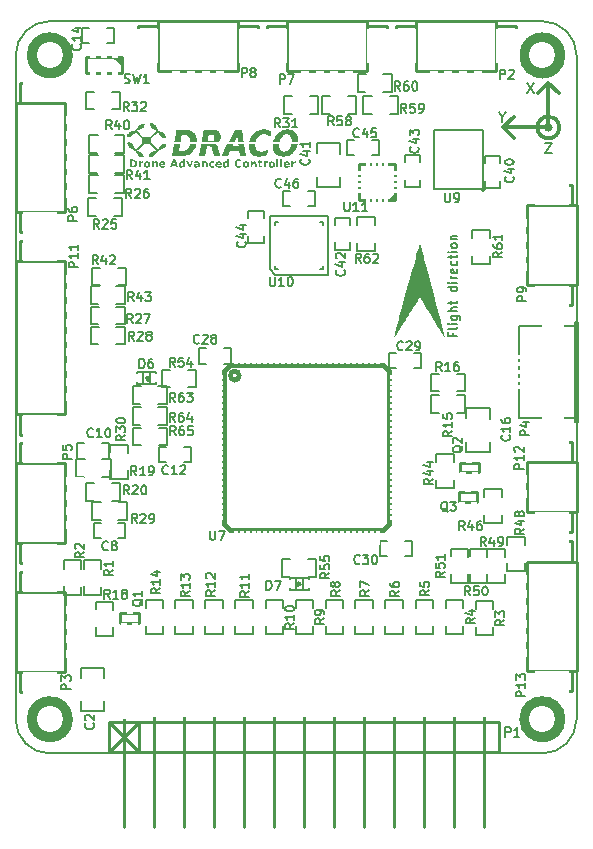
<source format=gbr>
G04 (created by PCBNEW (2013-may-18)-stable) date Ne 10. listopad 2013, 11:38:45 CET*
%MOIN*%
G04 Gerber Fmt 3.4, Leading zero omitted, Abs format*
%FSLAX34Y34*%
G01*
G70*
G90*
G04 APERTURE LIST*
%ADD10C,0.00590551*%
%ADD11C,0.00826772*%
%ADD12C,0.011811*%
%ADD13C,0.00787402*%
%ADD14C,0.00757874*%
%ADD15C,0.0001*%
%ADD16C,0.0590551*%
%ADD17C,0.0165354*%
%ADD18C,0.00984252*%
%ADD19C,0.008*%
%ADD20C,0.005*%
%ADD21C,0.0059*%
%ADD22C,0.0079*%
%ADD23C,0.00748031*%
%ADD24C,0.0866142*%
%ADD25R,0.0512X0.0118*%
%ADD26R,0.0118X0.0512*%
%ADD27C,0.0708661*%
%ADD28R,0.0708661X0.0787*%
%ADD29R,0.0236X0.0394*%
%ADD30R,0.019685X0.023622*%
%ADD31R,0.0354X0.0394*%
%ADD32R,0.0394X0.0354*%
%ADD33R,0.0629921X0.0314961*%
%ADD34R,0.11811X0.0826772*%
%ADD35R,0.0826772X0.11811*%
%ADD36R,0.0314961X0.0629921*%
%ADD37R,0.0472X0.0236*%
%ADD38O,0.0315X0.011811*%
%ADD39O,0.011811X0.0315*%
%ADD40R,0.0314X0.0314*%
%ADD41R,0.0747X0.0747*%
%ADD42R,0.0531X0.0157*%
%ADD43R,0.053X0.0157*%
%ADD44R,0.059X0.0472*%
%ADD45R,0.059X0.0473*%
G04 APERTURE END LIST*
G54D10*
G54D11*
X17447Y20159D02*
X17670Y20159D01*
X17447Y19825D01*
X17670Y19825D01*
X16023Y21008D02*
X16023Y20848D01*
X15912Y21183D02*
X16023Y21008D01*
X16135Y21183D01*
X16856Y22167D02*
X17080Y21833D01*
X17080Y22167D02*
X16856Y21833D01*
G54D12*
X17922Y20669D02*
G75*
G03X17922Y20669I-362J0D01*
G74*
G01*
G54D13*
X17670Y20669D02*
G75*
G03X17670Y20669I-111J0D01*
G74*
G01*
X17647Y20669D02*
G75*
G03X17647Y20669I-88J0D01*
G74*
G01*
X17614Y20669D02*
G75*
G03X17614Y20669I-55J0D01*
G74*
G01*
G54D12*
X16062Y20669D02*
X16417Y21023D01*
X16062Y20669D02*
X16417Y20314D01*
X17559Y20669D02*
X16062Y20669D01*
X17559Y22165D02*
X17913Y21811D01*
X17559Y22165D02*
X17204Y21811D01*
X17559Y20669D02*
X17559Y22165D01*
G54D14*
X14369Y13805D02*
X14369Y13704D01*
X14528Y13704D02*
X14225Y13704D01*
X14225Y13848D01*
X14528Y14007D02*
X14513Y13978D01*
X14484Y13963D01*
X14225Y13963D01*
X14528Y14122D02*
X14326Y14122D01*
X14225Y14122D02*
X14239Y14108D01*
X14253Y14122D01*
X14239Y14137D01*
X14225Y14122D01*
X14253Y14122D01*
X14326Y14396D02*
X14571Y14396D01*
X14600Y14382D01*
X14614Y14368D01*
X14629Y14339D01*
X14629Y14295D01*
X14614Y14267D01*
X14513Y14396D02*
X14528Y14368D01*
X14528Y14310D01*
X14513Y14281D01*
X14499Y14267D01*
X14470Y14252D01*
X14383Y14252D01*
X14354Y14267D01*
X14340Y14281D01*
X14326Y14310D01*
X14326Y14368D01*
X14340Y14396D01*
X14528Y14541D02*
X14225Y14541D01*
X14528Y14671D02*
X14369Y14671D01*
X14340Y14656D01*
X14326Y14627D01*
X14326Y14584D01*
X14340Y14555D01*
X14354Y14541D01*
X14326Y14772D02*
X14326Y14887D01*
X14225Y14815D02*
X14484Y14815D01*
X14513Y14830D01*
X14528Y14858D01*
X14528Y14887D01*
X14528Y15349D02*
X14225Y15349D01*
X14513Y15349D02*
X14528Y15320D01*
X14528Y15263D01*
X14513Y15234D01*
X14499Y15219D01*
X14470Y15205D01*
X14383Y15205D01*
X14354Y15219D01*
X14340Y15234D01*
X14326Y15263D01*
X14326Y15320D01*
X14340Y15349D01*
X14528Y15494D02*
X14326Y15494D01*
X14225Y15494D02*
X14239Y15479D01*
X14253Y15494D01*
X14239Y15508D01*
X14225Y15494D01*
X14253Y15494D01*
X14528Y15638D02*
X14326Y15638D01*
X14383Y15638D02*
X14354Y15652D01*
X14340Y15667D01*
X14326Y15696D01*
X14326Y15725D01*
X14513Y15941D02*
X14528Y15912D01*
X14528Y15854D01*
X14513Y15826D01*
X14484Y15811D01*
X14369Y15811D01*
X14340Y15826D01*
X14326Y15854D01*
X14326Y15912D01*
X14340Y15941D01*
X14369Y15956D01*
X14398Y15956D01*
X14427Y15811D01*
X14513Y16215D02*
X14528Y16187D01*
X14528Y16129D01*
X14513Y16100D01*
X14499Y16085D01*
X14470Y16071D01*
X14383Y16071D01*
X14354Y16085D01*
X14340Y16100D01*
X14326Y16129D01*
X14326Y16187D01*
X14340Y16215D01*
X14326Y16302D02*
X14326Y16417D01*
X14225Y16345D02*
X14484Y16345D01*
X14513Y16360D01*
X14528Y16389D01*
X14528Y16417D01*
X14528Y16519D02*
X14326Y16519D01*
X14225Y16519D02*
X14239Y16504D01*
X14253Y16519D01*
X14239Y16533D01*
X14225Y16519D01*
X14253Y16519D01*
X14528Y16706D02*
X14513Y16677D01*
X14499Y16663D01*
X14470Y16648D01*
X14383Y16648D01*
X14354Y16663D01*
X14340Y16677D01*
X14326Y16706D01*
X14326Y16750D01*
X14340Y16778D01*
X14354Y16793D01*
X14383Y16807D01*
X14470Y16807D01*
X14499Y16793D01*
X14513Y16778D01*
X14528Y16750D01*
X14528Y16706D01*
X14326Y16937D02*
X14528Y16937D01*
X14354Y16937D02*
X14340Y16952D01*
X14326Y16980D01*
X14326Y17024D01*
X14340Y17053D01*
X14369Y17067D01*
X14528Y17067D01*
G54D10*
X-196Y944D02*
G75*
G03X944Y-196I1141J0D01*
G74*
G01*
X944Y24212D02*
X17362Y24212D01*
X-196Y944D02*
X-196Y23070D01*
X17362Y-196D02*
X944Y-196D01*
X18503Y23070D02*
X18503Y944D01*
X17362Y-196D02*
G75*
G03X18503Y944I0J1141D01*
G74*
G01*
X944Y24212D02*
G75*
G03X-196Y23070I0J-1141D01*
G74*
G01*
X18503Y23070D02*
G75*
G03X17362Y24212I-1141J0D01*
G74*
G01*
G54D15*
G36*
X14105Y13696D02*
X14104Y13693D01*
X14103Y13691D01*
X14103Y13691D01*
X14093Y13684D01*
X14088Y13683D01*
X14085Y13688D01*
X14075Y13704D01*
X14059Y13730D01*
X14038Y13764D01*
X14012Y13807D01*
X13981Y13858D01*
X13946Y13915D01*
X13908Y13979D01*
X13866Y14049D01*
X13821Y14123D01*
X13774Y14202D01*
X13724Y14285D01*
X13686Y14349D01*
X13635Y14434D01*
X13586Y14515D01*
X13539Y14593D01*
X13495Y14667D01*
X13454Y14735D01*
X13416Y14797D01*
X13382Y14853D01*
X13352Y14902D01*
X13327Y14943D01*
X13308Y14975D01*
X13293Y14999D01*
X13285Y15012D01*
X13282Y15015D01*
X13279Y15010D01*
X13269Y14994D01*
X13253Y14969D01*
X13231Y14935D01*
X13204Y14892D01*
X13173Y14842D01*
X13137Y14785D01*
X13097Y14722D01*
X13054Y14653D01*
X13007Y14579D01*
X12958Y14501D01*
X12907Y14419D01*
X12863Y14349D01*
X12810Y14265D01*
X12760Y14183D01*
X12711Y14106D01*
X12665Y14033D01*
X12623Y13965D01*
X12584Y13903D01*
X12549Y13847D01*
X12518Y13798D01*
X12492Y13757D01*
X12472Y13724D01*
X12457Y13701D01*
X12448Y13687D01*
X12445Y13683D01*
X12439Y13685D01*
X12433Y13687D01*
X12423Y13693D01*
X12421Y13698D01*
X12423Y13704D01*
X12428Y13723D01*
X12436Y13753D01*
X12447Y13794D01*
X12461Y13845D01*
X12477Y13906D01*
X12496Y13976D01*
X12518Y14055D01*
X12542Y14143D01*
X12568Y14238D01*
X12595Y14340D01*
X12625Y14448D01*
X12656Y14563D01*
X12689Y14683D01*
X12724Y14809D01*
X12759Y14939D01*
X12796Y15072D01*
X12833Y15210D01*
X12851Y15274D01*
X12900Y15453D01*
X12947Y15622D01*
X12990Y15781D01*
X13031Y15930D01*
X13069Y16067D01*
X13104Y16194D01*
X13136Y16309D01*
X13165Y16414D01*
X13191Y16507D01*
X13214Y16588D01*
X13234Y16658D01*
X13251Y16717D01*
X13264Y16764D01*
X13273Y16798D01*
X13280Y16821D01*
X13284Y16831D01*
X13285Y16831D01*
X13287Y16824D01*
X13292Y16805D01*
X13300Y16775D01*
X13311Y16734D01*
X13325Y16682D01*
X13341Y16620D01*
X13360Y16550D01*
X13381Y16470D01*
X13405Y16383D01*
X13430Y16287D01*
X13457Y16185D01*
X13486Y16076D01*
X13516Y15961D01*
X13548Y15840D01*
X13581Y15714D01*
X13616Y15584D01*
X13651Y15450D01*
X13688Y15313D01*
X13702Y15259D01*
X13745Y15095D01*
X13786Y14942D01*
X13823Y14800D01*
X13858Y14669D01*
X13889Y14549D01*
X13918Y14440D01*
X13945Y14340D01*
X13968Y14249D01*
X13990Y14167D01*
X14009Y14094D01*
X14026Y14028D01*
X14041Y13970D01*
X14054Y13919D01*
X14065Y13875D01*
X14075Y13837D01*
X14083Y13804D01*
X14089Y13777D01*
X14094Y13754D01*
X14098Y13736D01*
X14101Y13721D01*
X14103Y13710D01*
X14104Y13702D01*
X14105Y13696D01*
X14105Y13696D01*
X14105Y13696D01*
G37*
G36*
X4294Y19442D02*
X4294Y19419D01*
X4291Y19400D01*
X4285Y19384D01*
X4275Y19369D01*
X4267Y19360D01*
X4249Y19346D01*
X4233Y19338D01*
X4228Y19337D01*
X4228Y19433D01*
X4227Y19451D01*
X4222Y19467D01*
X4215Y19480D01*
X4206Y19489D01*
X4205Y19489D01*
X4190Y19493D01*
X4176Y19492D01*
X4162Y19486D01*
X4152Y19476D01*
X4151Y19474D01*
X4145Y19458D01*
X4143Y19440D01*
X4144Y19422D01*
X4148Y19405D01*
X4155Y19392D01*
X4160Y19387D01*
X4173Y19380D01*
X4187Y19378D01*
X4201Y19381D01*
X4212Y19388D01*
X4220Y19400D01*
X4226Y19416D01*
X4228Y19433D01*
X4228Y19337D01*
X4217Y19334D01*
X4198Y19331D01*
X4178Y19331D01*
X4161Y19332D01*
X4157Y19332D01*
X4134Y19340D01*
X4113Y19352D01*
X4097Y19368D01*
X4087Y19382D01*
X4079Y19404D01*
X4076Y19427D01*
X4076Y19451D01*
X4081Y19474D01*
X4090Y19495D01*
X4103Y19511D01*
X4106Y19514D01*
X4121Y19525D01*
X4139Y19533D01*
X4159Y19538D01*
X4178Y19539D01*
X4207Y19538D01*
X4232Y19533D01*
X4253Y19523D01*
X4270Y19508D01*
X4282Y19491D01*
X4287Y19481D01*
X4291Y19472D01*
X4292Y19461D01*
X4294Y19447D01*
X4294Y19442D01*
X4294Y19442D01*
X4294Y19442D01*
G37*
G36*
X4802Y19418D02*
X4735Y19418D01*
X4735Y19461D01*
X4734Y19466D01*
X4731Y19474D01*
X4731Y19476D01*
X4723Y19487D01*
X4712Y19494D01*
X4698Y19497D01*
X4685Y19495D01*
X4672Y19490D01*
X4662Y19480D01*
X4658Y19472D01*
X4655Y19465D01*
X4653Y19460D01*
X4653Y19459D01*
X4656Y19459D01*
X4664Y19458D01*
X4677Y19458D01*
X4692Y19458D01*
X4694Y19458D01*
X4713Y19458D01*
X4726Y19459D01*
X4734Y19460D01*
X4735Y19461D01*
X4735Y19418D01*
X4727Y19418D01*
X4703Y19418D01*
X4684Y19418D01*
X4670Y19417D01*
X4660Y19416D01*
X4655Y19415D01*
X4653Y19412D01*
X4653Y19408D01*
X4656Y19403D01*
X4658Y19398D01*
X4666Y19387D01*
X4678Y19380D01*
X4694Y19376D01*
X4709Y19375D01*
X4737Y19378D01*
X4762Y19385D01*
X4778Y19392D01*
X4791Y19398D01*
X4791Y19373D01*
X4791Y19347D01*
X4774Y19341D01*
X4742Y19334D01*
X4709Y19330D01*
X4679Y19332D01*
X4666Y19334D01*
X4641Y19342D01*
X4620Y19355D01*
X4605Y19372D01*
X4594Y19394D01*
X4588Y19419D01*
X4587Y19436D01*
X4590Y19464D01*
X4598Y19487D01*
X4611Y19507D01*
X4630Y19522D01*
X4643Y19530D01*
X4652Y19534D01*
X4661Y19536D01*
X4671Y19538D01*
X4684Y19538D01*
X4696Y19538D01*
X4718Y19537D01*
X4736Y19535D01*
X4750Y19529D01*
X4763Y19521D01*
X4772Y19512D01*
X4786Y19495D01*
X4795Y19476D01*
X4800Y19453D01*
X4800Y19444D01*
X4802Y19418D01*
X4802Y19418D01*
X4802Y19418D01*
G37*
G36*
X5460Y19336D02*
X5427Y19336D01*
X5394Y19336D01*
X5394Y19350D01*
X5394Y19364D01*
X5393Y19363D01*
X5393Y19427D01*
X5392Y19444D01*
X5390Y19461D01*
X5385Y19474D01*
X5377Y19483D01*
X5366Y19490D01*
X5353Y19494D01*
X5351Y19494D01*
X5339Y19491D01*
X5328Y19484D01*
X5319Y19475D01*
X5316Y19466D01*
X5313Y19452D01*
X5312Y19436D01*
X5312Y19421D01*
X5314Y19408D01*
X5314Y19407D01*
X5322Y19394D01*
X5333Y19384D01*
X5345Y19379D01*
X5359Y19379D01*
X5372Y19383D01*
X5377Y19388D01*
X5384Y19397D01*
X5389Y19409D01*
X5390Y19412D01*
X5393Y19427D01*
X5393Y19363D01*
X5381Y19351D01*
X5363Y19338D01*
X5343Y19331D01*
X5321Y19330D01*
X5308Y19333D01*
X5290Y19340D01*
X5274Y19353D01*
X5261Y19369D01*
X5252Y19389D01*
X5246Y19411D01*
X5243Y19434D01*
X5245Y19457D01*
X5251Y19480D01*
X5261Y19500D01*
X5269Y19512D01*
X5286Y19527D01*
X5303Y19536D01*
X5324Y19540D01*
X5329Y19540D01*
X5349Y19538D01*
X5365Y19532D01*
X5381Y19521D01*
X5382Y19520D01*
X5394Y19510D01*
X5394Y19561D01*
X5394Y19612D01*
X5427Y19612D01*
X5460Y19612D01*
X5460Y19474D01*
X5460Y19336D01*
X5460Y19336D01*
X5460Y19336D01*
G37*
G36*
X5947Y19336D02*
X5914Y19336D01*
X5881Y19336D01*
X5881Y19349D01*
X5881Y19363D01*
X5881Y19420D01*
X5881Y19421D01*
X5878Y19423D01*
X5870Y19424D01*
X5859Y19425D01*
X5847Y19425D01*
X5835Y19423D01*
X5826Y19421D01*
X5822Y19420D01*
X5813Y19413D01*
X5809Y19404D01*
X5808Y19396D01*
X5811Y19387D01*
X5819Y19380D01*
X5829Y19376D01*
X5842Y19375D01*
X5854Y19378D01*
X5864Y19384D01*
X5872Y19394D01*
X5878Y19407D01*
X5881Y19420D01*
X5881Y19363D01*
X5866Y19349D01*
X5847Y19337D01*
X5826Y19331D01*
X5803Y19331D01*
X5793Y19332D01*
X5774Y19340D01*
X5760Y19352D01*
X5749Y19368D01*
X5744Y19386D01*
X5743Y19405D01*
X5748Y19424D01*
X5749Y19427D01*
X5759Y19440D01*
X5773Y19451D01*
X5792Y19458D01*
X5816Y19462D01*
X5846Y19464D01*
X5850Y19464D01*
X5881Y19464D01*
X5879Y19473D01*
X5876Y19481D01*
X5874Y19486D01*
X5866Y19491D01*
X5853Y19495D01*
X5837Y19496D01*
X5819Y19496D01*
X5801Y19494D01*
X5784Y19490D01*
X5776Y19487D01*
X5759Y19481D01*
X5759Y19505D01*
X5759Y19530D01*
X5771Y19533D01*
X5779Y19535D01*
X5792Y19536D01*
X5808Y19538D01*
X5826Y19539D01*
X5827Y19539D01*
X5853Y19539D01*
X5875Y19538D01*
X5892Y19534D01*
X5906Y19529D01*
X5918Y19520D01*
X5919Y19519D01*
X5927Y19512D01*
X5933Y19505D01*
X5937Y19496D01*
X5941Y19486D01*
X5943Y19473D01*
X5944Y19456D01*
X5945Y19434D01*
X5946Y19407D01*
X5947Y19336D01*
X5947Y19336D01*
X5947Y19336D01*
G37*
G36*
X6426Y19503D02*
X6426Y19491D01*
X6425Y19482D01*
X6424Y19478D01*
X6424Y19478D01*
X6399Y19489D01*
X6377Y19493D01*
X6358Y19492D01*
X6345Y19487D01*
X6332Y19477D01*
X6323Y19464D01*
X6319Y19447D01*
X6318Y19434D01*
X6320Y19415D01*
X6327Y19400D01*
X6338Y19389D01*
X6341Y19386D01*
X6354Y19381D01*
X6370Y19379D01*
X6387Y19379D01*
X6404Y19383D01*
X6409Y19385D01*
X6418Y19389D01*
X6424Y19391D01*
X6425Y19392D01*
X6426Y19389D01*
X6426Y19381D01*
X6426Y19369D01*
X6426Y19366D01*
X6425Y19341D01*
X6410Y19337D01*
X6393Y19333D01*
X6374Y19331D01*
X6354Y19331D01*
X6336Y19332D01*
X6334Y19332D01*
X6310Y19340D01*
X6288Y19352D01*
X6270Y19369D01*
X6258Y19388D01*
X6255Y19397D01*
X6252Y19407D01*
X6251Y19419D01*
X6251Y19436D01*
X6251Y19452D01*
X6252Y19463D01*
X6254Y19472D01*
X6257Y19480D01*
X6260Y19486D01*
X6274Y19507D01*
X6294Y19523D01*
X6308Y19531D01*
X6316Y19534D01*
X6325Y19536D01*
X6336Y19537D01*
X6351Y19538D01*
X6363Y19538D01*
X6383Y19538D01*
X6400Y19537D01*
X6412Y19534D01*
X6414Y19534D01*
X6426Y19530D01*
X6426Y19503D01*
X6426Y19503D01*
X6426Y19503D01*
G37*
G36*
X6681Y19418D02*
X6614Y19418D01*
X6614Y19461D01*
X6611Y19471D01*
X6605Y19481D01*
X6598Y19490D01*
X6594Y19492D01*
X6579Y19497D01*
X6564Y19495D01*
X6550Y19489D01*
X6539Y19478D01*
X6533Y19465D01*
X6533Y19462D01*
X6533Y19460D01*
X6536Y19459D01*
X6543Y19458D01*
X6553Y19458D01*
X6570Y19458D01*
X6572Y19458D01*
X6591Y19458D01*
X6604Y19459D01*
X6612Y19460D01*
X6614Y19461D01*
X6614Y19418D01*
X6606Y19418D01*
X6531Y19418D01*
X6533Y19409D01*
X6538Y19395D01*
X6546Y19385D01*
X6558Y19379D01*
X6574Y19376D01*
X6595Y19376D01*
X6612Y19377D01*
X6625Y19379D01*
X6636Y19383D01*
X6648Y19388D01*
X6670Y19398D01*
X6670Y19373D01*
X6670Y19347D01*
X6652Y19341D01*
X6617Y19333D01*
X6583Y19330D01*
X6551Y19333D01*
X6545Y19334D01*
X6519Y19342D01*
X6499Y19355D01*
X6483Y19372D01*
X6473Y19393D01*
X6467Y19418D01*
X6466Y19427D01*
X6467Y19452D01*
X6471Y19474D01*
X6479Y19492D01*
X6491Y19507D01*
X6505Y19520D01*
X6520Y19529D01*
X6537Y19535D01*
X6557Y19538D01*
X6574Y19538D01*
X6597Y19537D01*
X6614Y19535D01*
X6628Y19529D01*
X6641Y19521D01*
X6651Y19512D01*
X6665Y19495D01*
X6673Y19476D01*
X6678Y19453D01*
X6679Y19444D01*
X6681Y19418D01*
X6681Y19418D01*
X6681Y19418D01*
G37*
G36*
X6930Y19336D02*
X6897Y19336D01*
X6864Y19336D01*
X6864Y19349D01*
X6864Y19363D01*
X6862Y19361D01*
X6862Y19438D01*
X6860Y19459D01*
X6854Y19475D01*
X6844Y19486D01*
X6830Y19491D01*
X6821Y19492D01*
X6806Y19490D01*
X6795Y19483D01*
X6787Y19470D01*
X6783Y19452D01*
X6782Y19434D01*
X6783Y19413D01*
X6788Y19397D01*
X6797Y19386D01*
X6810Y19380D01*
X6823Y19379D01*
X6838Y19381D01*
X6845Y19385D01*
X6854Y19397D01*
X6860Y19413D01*
X6862Y19436D01*
X6862Y19438D01*
X6862Y19361D01*
X6849Y19350D01*
X6831Y19338D01*
X6811Y19331D01*
X6791Y19330D01*
X6778Y19332D01*
X6758Y19342D01*
X6740Y19357D01*
X6726Y19376D01*
X6720Y19390D01*
X6716Y19406D01*
X6714Y19426D01*
X6714Y19447D01*
X6716Y19466D01*
X6720Y19482D01*
X6721Y19485D01*
X6733Y19505D01*
X6745Y19520D01*
X6761Y19531D01*
X6763Y19531D01*
X6784Y19539D01*
X6806Y19540D01*
X6828Y19534D01*
X6848Y19523D01*
X6853Y19519D01*
X6864Y19510D01*
X6864Y19561D01*
X6864Y19612D01*
X6897Y19612D01*
X6930Y19612D01*
X6930Y19474D01*
X6930Y19336D01*
X6930Y19336D01*
X6930Y19336D01*
G37*
G36*
X7331Y19349D02*
X7314Y19343D01*
X7282Y19334D01*
X7251Y19330D01*
X7218Y19332D01*
X7213Y19333D01*
X7186Y19341D01*
X7162Y19354D01*
X7140Y19372D01*
X7122Y19394D01*
X7115Y19408D01*
X7111Y19416D01*
X7108Y19424D01*
X7107Y19432D01*
X7106Y19443D01*
X7106Y19458D01*
X7106Y19468D01*
X7106Y19486D01*
X7107Y19500D01*
X7108Y19510D01*
X7111Y19519D01*
X7114Y19527D01*
X7126Y19551D01*
X7145Y19571D01*
X7168Y19588D01*
X7175Y19591D01*
X7187Y19597D01*
X7197Y19601D01*
X7207Y19603D01*
X7219Y19604D01*
X7235Y19605D01*
X7265Y19605D01*
X7290Y19602D01*
X7311Y19596D01*
X7319Y19592D01*
X7331Y19586D01*
X7331Y19560D01*
X7331Y19547D01*
X7331Y19538D01*
X7330Y19534D01*
X7330Y19533D01*
X7327Y19535D01*
X7319Y19538D01*
X7308Y19543D01*
X7306Y19544D01*
X7294Y19549D01*
X7283Y19553D01*
X7272Y19554D01*
X7258Y19555D01*
X7256Y19555D01*
X7241Y19554D01*
X7230Y19553D01*
X7222Y19551D01*
X7214Y19547D01*
X7198Y19534D01*
X7186Y19518D01*
X7180Y19498D01*
X7177Y19473D01*
X7177Y19461D01*
X7180Y19437D01*
X7187Y19418D01*
X7198Y19403D01*
X7210Y19393D01*
X7217Y19388D01*
X7224Y19386D01*
X7232Y19384D01*
X7243Y19384D01*
X7255Y19384D01*
X7269Y19384D01*
X7279Y19384D01*
X7288Y19386D01*
X7297Y19389D01*
X7309Y19394D01*
X7324Y19402D01*
X7329Y19404D01*
X7330Y19402D01*
X7331Y19394D01*
X7331Y19383D01*
X7331Y19377D01*
X7331Y19349D01*
X7331Y19349D01*
X7331Y19349D01*
G37*
G36*
X7588Y19442D02*
X7587Y19417D01*
X7583Y19396D01*
X7575Y19379D01*
X7562Y19363D01*
X7560Y19360D01*
X7543Y19346D01*
X7527Y19338D01*
X7520Y19336D01*
X7520Y19435D01*
X7518Y19457D01*
X7513Y19474D01*
X7503Y19486D01*
X7490Y19493D01*
X7479Y19494D01*
X7464Y19491D01*
X7452Y19482D01*
X7443Y19469D01*
X7438Y19452D01*
X7437Y19438D01*
X7439Y19415D01*
X7444Y19398D01*
X7454Y19386D01*
X7467Y19380D01*
X7479Y19379D01*
X7490Y19380D01*
X7500Y19383D01*
X7502Y19384D01*
X7511Y19393D01*
X7517Y19407D01*
X7520Y19425D01*
X7520Y19435D01*
X7520Y19336D01*
X7507Y19333D01*
X7485Y19331D01*
X7462Y19331D01*
X7447Y19334D01*
X7428Y19339D01*
X7413Y19347D01*
X7400Y19358D01*
X7397Y19361D01*
X7382Y19380D01*
X7373Y19402D01*
X7369Y19425D01*
X7369Y19449D01*
X7374Y19472D01*
X7383Y19493D01*
X7397Y19511D01*
X7407Y19520D01*
X7428Y19531D01*
X7452Y19538D01*
X7479Y19540D01*
X7509Y19537D01*
X7533Y19530D01*
X7554Y19518D01*
X7570Y19501D01*
X7580Y19480D01*
X7587Y19455D01*
X7588Y19442D01*
X7588Y19442D01*
X7588Y19442D01*
G37*
G36*
X8453Y19419D02*
X8450Y19400D01*
X8444Y19384D01*
X8434Y19369D01*
X8426Y19360D01*
X8408Y19346D01*
X8393Y19338D01*
X8387Y19337D01*
X8387Y19433D01*
X8386Y19451D01*
X8382Y19467D01*
X8375Y19480D01*
X8365Y19489D01*
X8365Y19489D01*
X8350Y19493D01*
X8335Y19492D01*
X8322Y19486D01*
X8312Y19476D01*
X8310Y19474D01*
X8305Y19458D01*
X8303Y19440D01*
X8304Y19422D01*
X8308Y19405D01*
X8315Y19392D01*
X8320Y19387D01*
X8332Y19380D01*
X8347Y19378D01*
X8361Y19381D01*
X8371Y19388D01*
X8380Y19400D01*
X8385Y19416D01*
X8387Y19433D01*
X8387Y19337D01*
X8377Y19334D01*
X8357Y19331D01*
X8338Y19331D01*
X8321Y19332D01*
X8317Y19332D01*
X8293Y19340D01*
X8273Y19352D01*
X8256Y19368D01*
X8246Y19382D01*
X8239Y19404D01*
X8235Y19427D01*
X8236Y19451D01*
X8241Y19474D01*
X8250Y19495D01*
X8263Y19511D01*
X8265Y19514D01*
X8281Y19525D01*
X8298Y19533D01*
X8318Y19538D01*
X8337Y19539D01*
X8367Y19538D01*
X8392Y19533D01*
X8413Y19523D01*
X8430Y19508D01*
X8442Y19491D01*
X8447Y19481D01*
X8450Y19472D01*
X8452Y19461D01*
X8453Y19447D01*
X8453Y19442D01*
X8453Y19419D01*
X8453Y19419D01*
X8453Y19419D01*
G37*
G36*
X8951Y19418D02*
X8885Y19418D01*
X8885Y19463D01*
X8882Y19474D01*
X8874Y19485D01*
X8863Y19493D01*
X8850Y19497D01*
X8847Y19497D01*
X8831Y19495D01*
X8819Y19487D01*
X8809Y19473D01*
X8806Y19466D01*
X8803Y19458D01*
X8844Y19458D01*
X8861Y19458D01*
X8873Y19458D01*
X8880Y19459D01*
X8884Y19460D01*
X8885Y19462D01*
X8885Y19463D01*
X8885Y19418D01*
X8877Y19418D01*
X8850Y19418D01*
X8829Y19418D01*
X8815Y19417D01*
X8806Y19416D01*
X8803Y19415D01*
X8803Y19414D01*
X8805Y19406D01*
X8811Y19396D01*
X8818Y19386D01*
X8824Y19381D01*
X8832Y19378D01*
X8842Y19376D01*
X8856Y19375D01*
X8860Y19375D01*
X8878Y19376D01*
X8895Y19379D01*
X8914Y19385D01*
X8935Y19393D01*
X8938Y19394D01*
X8940Y19392D01*
X8941Y19386D01*
X8941Y19375D01*
X8941Y19371D01*
X8941Y19347D01*
X8924Y19341D01*
X8890Y19334D01*
X8858Y19330D01*
X8828Y19331D01*
X8819Y19333D01*
X8794Y19341D01*
X8773Y19353D01*
X8756Y19371D01*
X8745Y19392D01*
X8738Y19417D01*
X8737Y19436D01*
X8740Y19462D01*
X8748Y19486D01*
X8761Y19506D01*
X8778Y19522D01*
X8794Y19530D01*
X8814Y19536D01*
X8837Y19539D01*
X8861Y19539D01*
X8882Y19536D01*
X8890Y19533D01*
X8911Y19522D01*
X8929Y19506D01*
X8941Y19485D01*
X8949Y19462D01*
X8951Y19439D01*
X8951Y19418D01*
X8951Y19418D01*
X8951Y19418D01*
G37*
G36*
X3858Y19469D02*
X3858Y19452D01*
X3857Y19439D01*
X3856Y19430D01*
X3854Y19422D01*
X3851Y19413D01*
X3849Y19409D01*
X3836Y19388D01*
X3818Y19369D01*
X3798Y19354D01*
X3794Y19352D01*
X3788Y19350D01*
X3788Y19469D01*
X3786Y19493D01*
X3779Y19513D01*
X3768Y19528D01*
X3752Y19539D01*
X3731Y19546D01*
X3706Y19549D01*
X3679Y19551D01*
X3679Y19469D01*
X3679Y19388D01*
X3708Y19389D01*
X3728Y19391D01*
X3743Y19395D01*
X3750Y19398D01*
X3766Y19409D01*
X3778Y19424D01*
X3785Y19442D01*
X3788Y19465D01*
X3788Y19469D01*
X3788Y19350D01*
X3780Y19346D01*
X3762Y19342D01*
X3740Y19339D01*
X3713Y19337D01*
X3680Y19336D01*
X3670Y19336D01*
X3610Y19336D01*
X3610Y19470D01*
X3610Y19603D01*
X3681Y19602D01*
X3708Y19601D01*
X3729Y19600D01*
X3745Y19599D01*
X3757Y19597D01*
X3767Y19595D01*
X3771Y19594D01*
X3798Y19583D01*
X3820Y19567D01*
X3838Y19547D01*
X3849Y19527D01*
X3853Y19519D01*
X3856Y19511D01*
X3857Y19502D01*
X3858Y19490D01*
X3858Y19474D01*
X3858Y19469D01*
X3858Y19469D01*
X3858Y19469D01*
G37*
G36*
X4060Y19495D02*
X4060Y19487D01*
X4059Y19483D01*
X4057Y19482D01*
X4055Y19482D01*
X4049Y19484D01*
X4038Y19485D01*
X4029Y19486D01*
X4011Y19485D01*
X3997Y19480D01*
X3987Y19469D01*
X3981Y19460D01*
X3979Y19454D01*
X3977Y19447D01*
X3976Y19438D01*
X3975Y19426D01*
X3975Y19409D01*
X3975Y19391D01*
X3975Y19336D01*
X3942Y19336D01*
X3909Y19336D01*
X3909Y19436D01*
X3909Y19537D01*
X3942Y19537D01*
X3975Y19537D01*
X3975Y19522D01*
X3975Y19507D01*
X3988Y19520D01*
X4004Y19532D01*
X4021Y19538D01*
X4042Y19539D01*
X4042Y19539D01*
X4059Y19538D01*
X4060Y19509D01*
X4060Y19495D01*
X4060Y19495D01*
X4060Y19495D01*
G37*
G36*
X4545Y19336D02*
X4512Y19336D01*
X4479Y19336D01*
X4478Y19391D01*
X4478Y19420D01*
X4477Y19442D01*
X4475Y19460D01*
X4473Y19472D01*
X4469Y19481D01*
X4463Y19487D01*
X4456Y19490D01*
X4447Y19491D01*
X4446Y19491D01*
X4432Y19488D01*
X4421Y19480D01*
X4412Y19466D01*
X4410Y19460D01*
X4409Y19453D01*
X4407Y19445D01*
X4407Y19433D01*
X4406Y19416D01*
X4406Y19394D01*
X4406Y19336D01*
X4373Y19336D01*
X4340Y19336D01*
X4340Y19436D01*
X4340Y19537D01*
X4373Y19537D01*
X4406Y19537D01*
X4406Y19523D01*
X4406Y19510D01*
X4417Y19519D01*
X4435Y19530D01*
X4455Y19538D01*
X4476Y19540D01*
X4495Y19538D01*
X4503Y19535D01*
X4515Y19528D01*
X4526Y19516D01*
X4535Y19502D01*
X4538Y19495D01*
X4539Y19488D01*
X4540Y19475D01*
X4542Y19458D01*
X4543Y19438D01*
X4543Y19415D01*
X4544Y19409D01*
X4545Y19336D01*
X4545Y19336D01*
X4545Y19336D01*
G37*
G36*
X5225Y19339D02*
X5223Y19337D01*
X5218Y19336D01*
X5209Y19336D01*
X5195Y19336D01*
X5191Y19337D01*
X5156Y19337D01*
X5148Y19361D01*
X5140Y19385D01*
X5120Y19385D01*
X5120Y19437D01*
X5119Y19441D01*
X5117Y19450D01*
X5112Y19463D01*
X5107Y19478D01*
X5103Y19488D01*
X5086Y19537D01*
X5069Y19487D01*
X5063Y19470D01*
X5058Y19455D01*
X5054Y19444D01*
X5052Y19437D01*
X5051Y19435D01*
X5054Y19435D01*
X5063Y19435D01*
X5075Y19435D01*
X5086Y19435D01*
X5100Y19435D01*
X5111Y19435D01*
X5119Y19436D01*
X5120Y19437D01*
X5120Y19385D01*
X5086Y19384D01*
X5033Y19384D01*
X5025Y19360D01*
X5017Y19336D01*
X4981Y19336D01*
X4946Y19336D01*
X4950Y19345D01*
X4951Y19350D01*
X4955Y19360D01*
X4961Y19376D01*
X4968Y19395D01*
X4976Y19417D01*
X4986Y19442D01*
X4996Y19469D01*
X4997Y19472D01*
X5007Y19499D01*
X5016Y19524D01*
X5024Y19546D01*
X5031Y19565D01*
X5037Y19581D01*
X5041Y19591D01*
X5043Y19596D01*
X5043Y19597D01*
X5045Y19599D01*
X5048Y19601D01*
X5054Y19602D01*
X5064Y19602D01*
X5078Y19602D01*
X5087Y19602D01*
X5129Y19601D01*
X5176Y19474D01*
X5186Y19446D01*
X5195Y19421D01*
X5204Y19397D01*
X5211Y19377D01*
X5217Y19361D01*
X5222Y19349D01*
X5224Y19342D01*
X5224Y19341D01*
X5225Y19339D01*
X5225Y19339D01*
X5225Y19339D01*
G37*
G36*
X5722Y19535D02*
X5683Y19436D01*
X5644Y19337D01*
X5609Y19337D01*
X5572Y19336D01*
X5534Y19434D01*
X5525Y19458D01*
X5516Y19480D01*
X5509Y19499D01*
X5503Y19515D01*
X5498Y19526D01*
X5496Y19533D01*
X5496Y19534D01*
X5499Y19535D01*
X5507Y19536D01*
X5519Y19536D01*
X5527Y19536D01*
X5559Y19535D01*
X5582Y19472D01*
X5589Y19453D01*
X5595Y19436D01*
X5600Y19421D01*
X5604Y19411D01*
X5606Y19405D01*
X5606Y19405D01*
X5608Y19406D01*
X5611Y19413D01*
X5616Y19425D01*
X5622Y19440D01*
X5629Y19459D01*
X5632Y19467D01*
X5640Y19487D01*
X5646Y19504D01*
X5651Y19519D01*
X5656Y19529D01*
X5658Y19535D01*
X5658Y19536D01*
X5662Y19536D01*
X5670Y19536D01*
X5683Y19536D01*
X5691Y19536D01*
X5722Y19535D01*
X5722Y19535D01*
X5722Y19535D01*
G37*
G36*
X6207Y19336D02*
X6174Y19336D01*
X6141Y19336D01*
X6140Y19405D01*
X6140Y19428D01*
X6139Y19445D01*
X6139Y19458D01*
X6138Y19466D01*
X6137Y19472D01*
X6135Y19477D01*
X6133Y19480D01*
X6131Y19482D01*
X6121Y19489D01*
X6108Y19490D01*
X6095Y19487D01*
X6084Y19480D01*
X6076Y19470D01*
X6074Y19465D01*
X6072Y19458D01*
X6071Y19449D01*
X6070Y19436D01*
X6069Y19418D01*
X6069Y19397D01*
X6068Y19336D01*
X6035Y19336D01*
X6003Y19336D01*
X6003Y19435D01*
X6004Y19535D01*
X6036Y19536D01*
X6068Y19537D01*
X6068Y19523D01*
X6068Y19510D01*
X6079Y19519D01*
X6099Y19532D01*
X6121Y19539D01*
X6135Y19540D01*
X6155Y19538D01*
X6171Y19532D01*
X6184Y19521D01*
X6190Y19514D01*
X6195Y19507D01*
X6199Y19499D01*
X6201Y19490D01*
X6203Y19477D01*
X6205Y19461D01*
X6205Y19440D01*
X6206Y19414D01*
X6206Y19411D01*
X6207Y19336D01*
X6207Y19336D01*
X6207Y19336D01*
G37*
G36*
X7835Y19336D02*
X7804Y19336D01*
X7772Y19336D01*
X7772Y19381D01*
X7772Y19411D01*
X7771Y19434D01*
X7770Y19453D01*
X7768Y19467D01*
X7765Y19476D01*
X7761Y19482D01*
X7760Y19484D01*
X7749Y19489D01*
X7736Y19490D01*
X7724Y19487D01*
X7720Y19485D01*
X7713Y19479D01*
X7708Y19472D01*
X7705Y19463D01*
X7702Y19450D01*
X7701Y19433D01*
X7700Y19411D01*
X7700Y19394D01*
X7700Y19336D01*
X7667Y19336D01*
X7634Y19336D01*
X7634Y19436D01*
X7634Y19537D01*
X7667Y19537D01*
X7700Y19537D01*
X7700Y19523D01*
X7700Y19510D01*
X7713Y19521D01*
X7731Y19533D01*
X7752Y19539D01*
X7776Y19539D01*
X7795Y19535D01*
X7812Y19525D01*
X7824Y19510D01*
X7827Y19505D01*
X7829Y19500D01*
X7831Y19495D01*
X7832Y19488D01*
X7833Y19479D01*
X7833Y19466D01*
X7834Y19449D01*
X7834Y19427D01*
X7834Y19414D01*
X7835Y19336D01*
X7835Y19336D01*
X7835Y19336D01*
G37*
G36*
X8033Y19491D02*
X8000Y19491D01*
X7967Y19491D01*
X7967Y19442D01*
X7967Y19424D01*
X7967Y19409D01*
X7968Y19397D01*
X7969Y19390D01*
X7970Y19389D01*
X7974Y19386D01*
X7983Y19384D01*
X7998Y19382D01*
X7999Y19382D01*
X8026Y19381D01*
X8026Y19358D01*
X8026Y19336D01*
X7987Y19336D01*
X7965Y19337D01*
X7948Y19338D01*
X7936Y19341D01*
X7935Y19341D01*
X7920Y19349D01*
X7909Y19363D01*
X7904Y19374D01*
X7903Y19382D01*
X7902Y19395D01*
X7901Y19411D01*
X7901Y19429D01*
X7901Y19439D01*
X7901Y19491D01*
X7884Y19491D01*
X7868Y19491D01*
X7868Y19514D01*
X7868Y19537D01*
X7884Y19537D01*
X7901Y19537D01*
X7901Y19565D01*
X7901Y19593D01*
X7934Y19593D01*
X7967Y19593D01*
X7967Y19565D01*
X7967Y19537D01*
X7999Y19536D01*
X8031Y19535D01*
X8032Y19513D01*
X8033Y19491D01*
X8033Y19491D01*
X8033Y19491D01*
G37*
G36*
X8220Y19495D02*
X8220Y19487D01*
X8219Y19483D01*
X8217Y19482D01*
X8214Y19482D01*
X8208Y19484D01*
X8198Y19485D01*
X8189Y19486D01*
X8171Y19485D01*
X8157Y19480D01*
X8146Y19469D01*
X8141Y19460D01*
X8139Y19454D01*
X8137Y19447D01*
X8136Y19438D01*
X8135Y19426D01*
X8135Y19409D01*
X8135Y19391D01*
X8135Y19336D01*
X8102Y19336D01*
X8069Y19336D01*
X8069Y19436D01*
X8069Y19537D01*
X8102Y19537D01*
X8135Y19537D01*
X8135Y19522D01*
X8135Y19507D01*
X8147Y19520D01*
X8163Y19532D01*
X8181Y19538D01*
X8202Y19539D01*
X8202Y19539D01*
X8218Y19538D01*
X8219Y19509D01*
X8220Y19495D01*
X8220Y19495D01*
X8220Y19495D01*
G37*
G36*
X8566Y19336D02*
X8533Y19336D01*
X8500Y19336D01*
X8500Y19474D01*
X8500Y19612D01*
X8533Y19612D01*
X8566Y19612D01*
X8566Y19474D01*
X8566Y19336D01*
X8566Y19336D01*
X8566Y19336D01*
G37*
G36*
X8691Y19336D02*
X8658Y19336D01*
X8625Y19336D01*
X8625Y19474D01*
X8625Y19612D01*
X8658Y19612D01*
X8691Y19612D01*
X8691Y19474D01*
X8691Y19336D01*
X8691Y19336D01*
X8691Y19336D01*
G37*
G36*
X9148Y19510D02*
X9148Y19496D01*
X9148Y19487D01*
X9147Y19483D01*
X9145Y19482D01*
X9143Y19482D01*
X9130Y19485D01*
X9116Y19486D01*
X9101Y19485D01*
X9090Y19482D01*
X9089Y19482D01*
X9081Y19477D01*
X9075Y19470D01*
X9070Y19462D01*
X9067Y19450D01*
X9065Y19435D01*
X9064Y19414D01*
X9063Y19393D01*
X9062Y19336D01*
X9031Y19336D01*
X9000Y19336D01*
X9000Y19436D01*
X9000Y19537D01*
X9031Y19537D01*
X9063Y19537D01*
X9063Y19521D01*
X9063Y19506D01*
X9075Y19518D01*
X9092Y19531D01*
X9111Y19538D01*
X9130Y19540D01*
X9148Y19540D01*
X9148Y19510D01*
X9148Y19510D01*
X9148Y19510D01*
G37*
G36*
X4824Y20100D02*
X4823Y20086D01*
X4818Y20068D01*
X4814Y20056D01*
X4806Y20039D01*
X4796Y20024D01*
X4783Y20009D01*
X4767Y19996D01*
X4747Y19982D01*
X4722Y19969D01*
X4692Y19954D01*
X4660Y19940D01*
X4641Y19932D01*
X4623Y19923D01*
X4606Y19916D01*
X4594Y19910D01*
X4587Y19907D01*
X4555Y19887D01*
X4525Y19862D01*
X4497Y19831D01*
X4496Y19830D01*
X4478Y19808D01*
X4458Y19786D01*
X4438Y19765D01*
X4418Y19746D01*
X4399Y19730D01*
X4383Y19718D01*
X4372Y19711D01*
X4349Y19700D01*
X4327Y19692D01*
X4305Y19686D01*
X4285Y19682D01*
X4268Y19681D01*
X4255Y19683D01*
X4252Y19684D01*
X4242Y19693D01*
X4236Y19706D01*
X4234Y19723D01*
X4235Y19742D01*
X4241Y19762D01*
X4250Y19782D01*
X4252Y19786D01*
X4269Y19808D01*
X4290Y19828D01*
X4317Y19847D01*
X4348Y19864D01*
X4381Y19878D01*
X4417Y19890D01*
X4455Y19898D01*
X4460Y19899D01*
X4472Y19901D01*
X4482Y19903D01*
X4488Y19905D01*
X4488Y19905D01*
X4487Y19908D01*
X4482Y19914D01*
X4473Y19923D01*
X4460Y19937D01*
X4442Y19955D01*
X4420Y19977D01*
X4393Y20003D01*
X4390Y20005D01*
X4288Y20102D01*
X4180Y20102D01*
X4072Y20101D01*
X3968Y20003D01*
X3947Y19983D01*
X3927Y19963D01*
X3908Y19946D01*
X3893Y19930D01*
X3880Y19918D01*
X3871Y19909D01*
X3866Y19904D01*
X3865Y19902D01*
X3868Y19900D01*
X3876Y19896D01*
X3888Y19891D01*
X3901Y19885D01*
X3928Y19874D01*
X3949Y19863D01*
X3967Y19853D01*
X3982Y19843D01*
X3996Y19831D01*
X4009Y19818D01*
X4018Y19809D01*
X4038Y19784D01*
X4053Y19760D01*
X4064Y19738D01*
X4069Y19718D01*
X4069Y19700D01*
X4064Y19686D01*
X4057Y19677D01*
X4051Y19672D01*
X4044Y19669D01*
X4034Y19669D01*
X4027Y19669D01*
X4015Y19669D01*
X4007Y19669D01*
X4003Y19670D01*
X3998Y19671D01*
X3989Y19674D01*
X3978Y19677D01*
X3976Y19678D01*
X3962Y19683D01*
X3951Y19688D01*
X3940Y19696D01*
X3931Y19704D01*
X3919Y19715D01*
X3908Y19727D01*
X3897Y19739D01*
X3886Y19753D01*
X3873Y19771D01*
X3858Y19792D01*
X3848Y19808D01*
X3836Y19825D01*
X3825Y19841D01*
X3815Y19855D01*
X3808Y19866D01*
X3804Y19871D01*
X3787Y19889D01*
X3765Y19908D01*
X3740Y19926D01*
X3719Y19938D01*
X3681Y19960D01*
X3649Y19980D01*
X3622Y19998D01*
X3600Y20015D01*
X3583Y20031D01*
X3571Y20044D01*
X3561Y20059D01*
X3551Y20075D01*
X3542Y20093D01*
X3534Y20109D01*
X3529Y20123D01*
X3528Y20130D01*
X3529Y20145D01*
X3536Y20157D01*
X3547Y20166D01*
X3563Y20172D01*
X3582Y20174D01*
X3603Y20172D01*
X3617Y20169D01*
X3647Y20158D01*
X3675Y20141D01*
X3702Y20118D01*
X3726Y20090D01*
X3748Y20058D01*
X3767Y20020D01*
X3781Y19986D01*
X3787Y19968D01*
X3794Y19954D01*
X3800Y19943D01*
X3806Y19939D01*
X3807Y19938D01*
X3810Y19940D01*
X3817Y19947D01*
X3828Y19957D01*
X3842Y19970D01*
X3859Y19986D01*
X3878Y20004D01*
X3899Y20024D01*
X3915Y20039D01*
X4021Y20138D01*
X4021Y20225D01*
X4021Y20312D01*
X3912Y20416D01*
X3890Y20437D01*
X3869Y20457D01*
X3850Y20475D01*
X3833Y20490D01*
X3819Y20503D01*
X3809Y20512D01*
X3803Y20518D01*
X3800Y20520D01*
X3798Y20517D01*
X3792Y20511D01*
X3783Y20501D01*
X3774Y20489D01*
X3754Y20465D01*
X3733Y20442D01*
X3713Y20421D01*
X3693Y20403D01*
X3676Y20389D01*
X3668Y20383D01*
X3654Y20375D01*
X3637Y20366D01*
X3620Y20359D01*
X3614Y20356D01*
X3586Y20348D01*
X3563Y20343D01*
X3545Y20343D01*
X3531Y20348D01*
X3522Y20357D01*
X3516Y20370D01*
X3515Y20388D01*
X3515Y20393D01*
X3519Y20419D01*
X3530Y20443D01*
X3546Y20467D01*
X3568Y20488D01*
X3594Y20508D01*
X3625Y20525D01*
X3660Y20540D01*
X3699Y20552D01*
X3732Y20559D01*
X3748Y20562D01*
X3764Y20566D01*
X3776Y20570D01*
X3782Y20572D01*
X3794Y20580D01*
X3808Y20592D01*
X3823Y20609D01*
X3839Y20628D01*
X3854Y20650D01*
X3855Y20652D01*
X3870Y20675D01*
X3883Y20694D01*
X3895Y20709D01*
X3906Y20722D01*
X3918Y20733D01*
X3931Y20743D01*
X3937Y20747D01*
X3965Y20764D01*
X3992Y20778D01*
X4018Y20788D01*
X4041Y20793D01*
X4062Y20795D01*
X4079Y20792D01*
X4092Y20785D01*
X4097Y20781D01*
X4102Y20769D01*
X4103Y20754D01*
X4100Y20736D01*
X4094Y20717D01*
X4085Y20697D01*
X4079Y20687D01*
X4068Y20674D01*
X4052Y20660D01*
X4030Y20646D01*
X4003Y20631D01*
X3970Y20615D01*
X3939Y20601D01*
X3912Y20590D01*
X3891Y20581D01*
X3875Y20573D01*
X3864Y20568D01*
X3857Y20564D01*
X3854Y20561D01*
X3854Y20559D01*
X3856Y20557D01*
X3863Y20550D01*
X3874Y20539D01*
X3888Y20526D01*
X3904Y20509D01*
X3923Y20491D01*
X3944Y20471D01*
X3959Y20458D01*
X4062Y20359D01*
X4177Y20359D01*
X4291Y20358D01*
X4396Y20458D01*
X4417Y20479D01*
X4438Y20498D01*
X4456Y20516D01*
X4471Y20531D01*
X4484Y20543D01*
X4493Y20553D01*
X4499Y20558D01*
X4499Y20559D01*
X4497Y20561D01*
X4489Y20566D01*
X4477Y20572D01*
X4463Y20581D01*
X4451Y20587D01*
X4414Y20608D01*
X4384Y20628D01*
X4358Y20647D01*
X4336Y20666D01*
X4318Y20685D01*
X4303Y20706D01*
X4290Y20728D01*
X4282Y20747D01*
X4276Y20765D01*
X4275Y20780D01*
X4278Y20792D01*
X4284Y20799D01*
X4298Y20810D01*
X4317Y20815D01*
X4338Y20815D01*
X4363Y20811D01*
X4389Y20802D01*
X4398Y20797D01*
X4423Y20782D01*
X4447Y20761D01*
X4469Y20735D01*
X4490Y20705D01*
X4509Y20671D01*
X4525Y20635D01*
X4531Y20617D01*
X4537Y20602D01*
X4545Y20589D01*
X4554Y20577D01*
X4567Y20567D01*
X4584Y20556D01*
X4605Y20545D01*
X4632Y20533D01*
X4644Y20528D01*
X4667Y20518D01*
X4686Y20509D01*
X4702Y20501D01*
X4714Y20494D01*
X4725Y20486D01*
X4736Y20477D01*
X4748Y20466D01*
X4748Y20466D01*
X4769Y20444D01*
X4787Y20421D01*
X4800Y20398D01*
X4810Y20377D01*
X4816Y20357D01*
X4817Y20340D01*
X4814Y20331D01*
X4808Y20320D01*
X4799Y20313D01*
X4786Y20310D01*
X4775Y20309D01*
X4756Y20310D01*
X4736Y20314D01*
X4717Y20320D01*
X4704Y20325D01*
X4686Y20337D01*
X4666Y20355D01*
X4644Y20380D01*
X4621Y20410D01*
X4598Y20444D01*
X4587Y20460D01*
X4577Y20475D01*
X4568Y20489D01*
X4561Y20499D01*
X4560Y20499D01*
X4547Y20516D01*
X4439Y20413D01*
X4331Y20311D01*
X4331Y20228D01*
X4331Y20146D01*
X4436Y20047D01*
X4458Y20027D01*
X4478Y20007D01*
X4497Y19990D01*
X4513Y19975D01*
X4526Y19962D01*
X4536Y19953D01*
X4542Y19948D01*
X4543Y19947D01*
X4546Y19949D01*
X4552Y19956D01*
X4559Y19967D01*
X4568Y19980D01*
X4570Y19983D01*
X4586Y20007D01*
X4600Y20027D01*
X4611Y20043D01*
X4621Y20055D01*
X4631Y20065D01*
X4640Y20072D01*
X4642Y20073D01*
X4665Y20089D01*
X4690Y20104D01*
X4715Y20116D01*
X4740Y20125D01*
X4761Y20130D01*
X4767Y20131D01*
X4784Y20131D01*
X4796Y20130D01*
X4806Y20126D01*
X4814Y20120D01*
X4821Y20111D01*
X4824Y20100D01*
X4824Y20100D01*
X4824Y20100D01*
G37*
G36*
X8233Y19947D02*
X8233Y19943D01*
X8231Y19933D01*
X8228Y19919D01*
X8225Y19900D01*
X8221Y19879D01*
X8217Y19855D01*
X8216Y19850D01*
X8199Y19756D01*
X8172Y19747D01*
X8143Y19736D01*
X8109Y19727D01*
X8074Y19718D01*
X8042Y19710D01*
X8029Y19708D01*
X8013Y19705D01*
X7992Y19703D01*
X7970Y19701D01*
X7948Y19700D01*
X7926Y19699D01*
X7908Y19699D01*
X7894Y19699D01*
X7889Y19700D01*
X7866Y19703D01*
X7847Y19706D01*
X7832Y19709D01*
X7819Y19712D01*
X7806Y19716D01*
X7804Y19717D01*
X7761Y19733D01*
X7722Y19755D01*
X7687Y19783D01*
X7657Y19814D01*
X7630Y19850D01*
X7609Y19891D01*
X7593Y19934D01*
X7589Y19946D01*
X7586Y19959D01*
X7584Y19972D01*
X7582Y19985D01*
X7581Y19999D01*
X7580Y20018D01*
X7579Y20042D01*
X7579Y20043D01*
X7577Y20105D01*
X7685Y20105D01*
X7792Y20105D01*
X7792Y20080D01*
X7795Y20039D01*
X7802Y20001D01*
X7814Y19967D01*
X7831Y19937D01*
X7852Y19912D01*
X7877Y19892D01*
X7906Y19877D01*
X7938Y19868D01*
X7974Y19864D01*
X8013Y19865D01*
X8028Y19867D01*
X8045Y19870D01*
X8065Y19875D01*
X8082Y19879D01*
X8087Y19881D01*
X8100Y19885D01*
X8118Y19893D01*
X8138Y19902D01*
X8159Y19912D01*
X8180Y19922D01*
X8199Y19932D01*
X8214Y19940D01*
X8219Y19943D01*
X8228Y19948D01*
X8233Y19948D01*
X8233Y19947D01*
X8233Y19947D01*
X8233Y19947D01*
G37*
G36*
X9208Y20103D02*
X9207Y20097D01*
X9204Y20087D01*
X9200Y20073D01*
X9196Y20059D01*
X9191Y20044D01*
X9186Y20030D01*
X9183Y20020D01*
X9159Y19966D01*
X9131Y19917D01*
X9098Y19871D01*
X9061Y19831D01*
X9024Y19796D01*
X8986Y19768D01*
X8946Y19745D01*
X8903Y19727D01*
X8856Y19713D01*
X8823Y19706D01*
X8806Y19704D01*
X8785Y19702D01*
X8761Y19700D01*
X8736Y19700D01*
X8712Y19699D01*
X8691Y19700D01*
X8675Y19701D01*
X8674Y19701D01*
X8632Y19709D01*
X8591Y19721D01*
X8552Y19738D01*
X8518Y19758D01*
X8512Y19762D01*
X8495Y19775D01*
X8476Y19793D01*
X8458Y19812D01*
X8442Y19831D01*
X8433Y19844D01*
X8413Y19879D01*
X8398Y19918D01*
X8386Y19961D01*
X8379Y20005D01*
X8376Y20050D01*
X8377Y20077D01*
X8379Y20105D01*
X8486Y20105D01*
X8592Y20105D01*
X8592Y20081D01*
X8594Y20047D01*
X8598Y20013D01*
X8605Y19981D01*
X8615Y19953D01*
X8620Y19941D01*
X8630Y19925D01*
X8644Y19909D01*
X8659Y19894D01*
X8675Y19883D01*
X8677Y19881D01*
X8703Y19871D01*
X8732Y19864D01*
X8762Y19863D01*
X8764Y19864D01*
X8801Y19869D01*
X8835Y19879D01*
X8866Y19895D01*
X8893Y19917D01*
X8918Y19944D01*
X8941Y19977D01*
X8953Y19999D01*
X8960Y20014D01*
X8967Y20031D01*
X8974Y20049D01*
X8981Y20066D01*
X8986Y20081D01*
X8989Y20093D01*
X8990Y20100D01*
X8991Y20102D01*
X8994Y20103D01*
X8999Y20103D01*
X9007Y20104D01*
X9019Y20105D01*
X9035Y20105D01*
X9056Y20105D01*
X9083Y20105D01*
X9099Y20105D01*
X9125Y20105D01*
X9149Y20105D01*
X9169Y20104D01*
X9186Y20104D01*
X9199Y20104D01*
X9206Y20103D01*
X9208Y20103D01*
X9208Y20103D01*
X9208Y20103D01*
G37*
G36*
X5832Y20105D02*
X5830Y20094D01*
X5826Y20079D01*
X5819Y20060D01*
X5812Y20038D01*
X5803Y20016D01*
X5795Y19996D01*
X5789Y19983D01*
X5761Y19935D01*
X5730Y19891D01*
X5695Y19851D01*
X5656Y19816D01*
X5613Y19787D01*
X5569Y19763D01*
X5562Y19760D01*
X5541Y19752D01*
X5518Y19744D01*
X5493Y19738D01*
X5467Y19732D01*
X5437Y19728D01*
X5404Y19724D01*
X5368Y19720D01*
X5327Y19718D01*
X5282Y19716D01*
X5231Y19715D01*
X5175Y19715D01*
X5134Y19714D01*
X5101Y19714D01*
X5074Y19715D01*
X5053Y19715D01*
X5037Y19715D01*
X5025Y19716D01*
X5017Y19717D01*
X5013Y19717D01*
X5012Y19718D01*
X5012Y19722D01*
X5014Y19732D01*
X5017Y19747D01*
X5020Y19767D01*
X5024Y19791D01*
X5029Y19819D01*
X5035Y19849D01*
X5040Y19882D01*
X5046Y19913D01*
X5080Y20103D01*
X5182Y20104D01*
X5212Y20105D01*
X5236Y20105D01*
X5254Y20104D01*
X5268Y20104D01*
X5277Y20103D01*
X5283Y20103D01*
X5285Y20101D01*
X5285Y20101D01*
X5284Y20097D01*
X5283Y20087D01*
X5280Y20072D01*
X5277Y20055D01*
X5273Y20033D01*
X5269Y20009D01*
X5267Y19997D01*
X5262Y19972D01*
X5258Y19949D01*
X5255Y19929D01*
X5252Y19912D01*
X5250Y19900D01*
X5249Y19893D01*
X5249Y19891D01*
X5249Y19889D01*
X5252Y19887D01*
X5259Y19886D01*
X5270Y19886D01*
X5279Y19886D01*
X5308Y19886D01*
X5337Y19888D01*
X5365Y19890D01*
X5390Y19894D01*
X5410Y19898D01*
X5415Y19899D01*
X5455Y19912D01*
X5491Y19931D01*
X5525Y19956D01*
X5554Y19985D01*
X5579Y20019D01*
X5599Y20056D01*
X5609Y20082D01*
X5616Y20103D01*
X5724Y20104D01*
X5832Y20105D01*
X5832Y20105D01*
X5832Y20105D01*
G37*
G36*
X6628Y19714D02*
X6525Y19714D01*
X6423Y19714D01*
X6418Y19732D01*
X6416Y19739D01*
X6413Y19752D01*
X6408Y19769D01*
X6402Y19790D01*
X6395Y19814D01*
X6388Y19839D01*
X6384Y19856D01*
X6374Y19891D01*
X6367Y19921D01*
X6359Y19945D01*
X6352Y19964D01*
X6346Y19980D01*
X6340Y19993D01*
X6334Y20003D01*
X6328Y20011D01*
X6321Y20019D01*
X6318Y20022D01*
X6309Y20030D01*
X6299Y20036D01*
X6289Y20040D01*
X6276Y20043D01*
X6259Y20044D01*
X6237Y20046D01*
X6229Y20046D01*
X6181Y20048D01*
X6177Y20025D01*
X6176Y20017D01*
X6173Y20003D01*
X6170Y19985D01*
X6166Y19962D01*
X6162Y19936D01*
X6156Y19908D01*
X6151Y19877D01*
X6148Y19859D01*
X6122Y19716D01*
X6020Y19715D01*
X5994Y19715D01*
X5971Y19715D01*
X5951Y19715D01*
X5935Y19716D01*
X5924Y19716D01*
X5918Y19717D01*
X5917Y19717D01*
X5917Y19721D01*
X5919Y19730D01*
X5922Y19745D01*
X5925Y19764D01*
X5929Y19786D01*
X5933Y19812D01*
X5938Y19840D01*
X5943Y19869D01*
X5949Y19900D01*
X5954Y19930D01*
X5960Y19960D01*
X5965Y19989D01*
X5969Y20016D01*
X5974Y20040D01*
X5978Y20061D01*
X5981Y20077D01*
X5983Y20090D01*
X5984Y20097D01*
X5984Y20098D01*
X5986Y20105D01*
X6236Y20105D01*
X6486Y20105D01*
X6500Y20090D01*
X6512Y20076D01*
X6524Y20058D01*
X6535Y20035D01*
X6544Y20015D01*
X6546Y20009D01*
X6550Y19997D01*
X6554Y19981D01*
X6560Y19961D01*
X6567Y19938D01*
X6574Y19913D01*
X6581Y19886D01*
X6589Y19859D01*
X6596Y19832D01*
X6604Y19806D01*
X6610Y19781D01*
X6616Y19760D01*
X6621Y19741D01*
X6624Y19728D01*
X6626Y19723D01*
X6628Y19714D01*
X6628Y19714D01*
X6628Y19714D01*
G37*
G36*
X7486Y19716D02*
X7483Y19716D01*
X7474Y19715D01*
X7460Y19715D01*
X7442Y19715D01*
X7421Y19715D01*
X7397Y19715D01*
X7388Y19715D01*
X7290Y19716D01*
X7279Y19795D01*
X7267Y19874D01*
X7109Y19875D01*
X6951Y19876D01*
X6912Y19795D01*
X6873Y19714D01*
X6768Y19714D01*
X6738Y19714D01*
X6714Y19715D01*
X6696Y19715D01*
X6682Y19715D01*
X6673Y19716D01*
X6667Y19717D01*
X6664Y19718D01*
X6664Y19719D01*
X6665Y19722D01*
X6670Y19731D01*
X6677Y19745D01*
X6686Y19763D01*
X6697Y19785D01*
X6710Y19811D01*
X6724Y19839D01*
X6740Y19870D01*
X6757Y19902D01*
X6763Y19915D01*
X6861Y20105D01*
X6963Y20105D01*
X7065Y20105D01*
X7047Y20069D01*
X7028Y20034D01*
X7134Y20034D01*
X7163Y20034D01*
X7186Y20034D01*
X7204Y20034D01*
X7218Y20034D01*
X7227Y20035D01*
X7233Y20035D01*
X7237Y20036D01*
X7239Y20038D01*
X7239Y20039D01*
X7239Y20039D01*
X7239Y20046D01*
X7237Y20057D01*
X7235Y20069D01*
X7233Y20084D01*
X7231Y20096D01*
X7230Y20105D01*
X7326Y20105D01*
X7423Y20105D01*
X7425Y20096D01*
X7426Y20091D01*
X7427Y20081D01*
X7430Y20066D01*
X7433Y20047D01*
X7437Y20024D01*
X7441Y19998D01*
X7446Y19970D01*
X7450Y19940D01*
X7455Y19909D01*
X7460Y19879D01*
X7465Y19849D01*
X7470Y19821D01*
X7474Y19794D01*
X7478Y19770D01*
X7481Y19750D01*
X7483Y19734D01*
X7485Y19722D01*
X7486Y19717D01*
X7486Y19716D01*
X7486Y19716D01*
X7486Y19716D01*
G37*
G36*
X5845Y20197D02*
X5737Y20197D01*
X5629Y20197D01*
X5628Y20224D01*
X5625Y20263D01*
X5616Y20298D01*
X5603Y20328D01*
X5585Y20354D01*
X5576Y20364D01*
X5557Y20380D01*
X5536Y20394D01*
X5512Y20404D01*
X5484Y20411D01*
X5451Y20415D01*
X5414Y20418D01*
X5397Y20418D01*
X5342Y20418D01*
X5323Y20307D01*
X5303Y20197D01*
X5200Y20197D01*
X5175Y20197D01*
X5152Y20198D01*
X5132Y20198D01*
X5116Y20198D01*
X5104Y20199D01*
X5098Y20200D01*
X5097Y20200D01*
X5098Y20204D01*
X5100Y20214D01*
X5102Y20228D01*
X5105Y20247D01*
X5109Y20270D01*
X5114Y20296D01*
X5119Y20324D01*
X5124Y20353D01*
X5129Y20384D01*
X5135Y20415D01*
X5140Y20445D01*
X5145Y20474D01*
X5150Y20501D01*
X5154Y20525D01*
X5158Y20546D01*
X5161Y20563D01*
X5164Y20575D01*
X5165Y20582D01*
X5165Y20583D01*
X5166Y20585D01*
X5168Y20586D01*
X5171Y20587D01*
X5177Y20587D01*
X5185Y20588D01*
X5196Y20588D01*
X5211Y20589D01*
X5231Y20589D01*
X5255Y20589D01*
X5285Y20589D01*
X5317Y20589D01*
X5367Y20589D01*
X5410Y20588D01*
X5448Y20588D01*
X5481Y20586D01*
X5510Y20585D01*
X5536Y20583D01*
X5559Y20580D01*
X5579Y20577D01*
X5598Y20573D01*
X5616Y20568D01*
X5634Y20563D01*
X5635Y20562D01*
X5677Y20546D01*
X5713Y20524D01*
X5745Y20499D01*
X5773Y20468D01*
X5796Y20432D01*
X5805Y20416D01*
X5821Y20379D01*
X5833Y20342D01*
X5841Y20302D01*
X5844Y20259D01*
X5845Y20236D01*
X5845Y20197D01*
X5845Y20197D01*
X5845Y20197D01*
G37*
G36*
X6639Y20364D02*
X6639Y20358D01*
X6634Y20314D01*
X6624Y20274D01*
X6609Y20237D01*
X6594Y20212D01*
X6584Y20197D01*
X6433Y20197D01*
X6433Y20336D01*
X6433Y20341D01*
X6432Y20356D01*
X6431Y20366D01*
X6428Y20376D01*
X6424Y20385D01*
X6417Y20396D01*
X6410Y20404D01*
X6400Y20410D01*
X6395Y20413D01*
X6376Y20423D01*
X6312Y20423D01*
X6248Y20423D01*
X6229Y20317D01*
X6225Y20292D01*
X6220Y20268D01*
X6217Y20247D01*
X6214Y20230D01*
X6211Y20217D01*
X6210Y20210D01*
X6210Y20208D01*
X6213Y20206D01*
X6222Y20205D01*
X6234Y20204D01*
X6250Y20204D01*
X6268Y20204D01*
X6286Y20204D01*
X6304Y20204D01*
X6320Y20205D01*
X6333Y20207D01*
X6343Y20208D01*
X6343Y20208D01*
X6370Y20218D01*
X6392Y20233D01*
X6409Y20252D01*
X6422Y20276D01*
X6430Y20304D01*
X6433Y20336D01*
X6433Y20197D01*
X6294Y20197D01*
X6251Y20197D01*
X6209Y20197D01*
X6170Y20197D01*
X6135Y20198D01*
X6102Y20198D01*
X6073Y20198D01*
X6049Y20198D01*
X6029Y20198D01*
X6014Y20199D01*
X6005Y20199D01*
X6003Y20199D01*
X6003Y20203D01*
X6005Y20212D01*
X6007Y20227D01*
X6011Y20246D01*
X6014Y20269D01*
X6019Y20294D01*
X6024Y20322D01*
X6029Y20352D01*
X6034Y20382D01*
X6040Y20413D01*
X6045Y20443D01*
X6050Y20472D01*
X6055Y20499D01*
X6060Y20524D01*
X6063Y20545D01*
X6067Y20562D01*
X6069Y20575D01*
X6070Y20582D01*
X6070Y20583D01*
X6071Y20584D01*
X6073Y20586D01*
X6076Y20586D01*
X6081Y20587D01*
X6089Y20588D01*
X6099Y20588D01*
X6113Y20588D01*
X6132Y20589D01*
X6154Y20589D01*
X6183Y20589D01*
X6216Y20589D01*
X6247Y20589D01*
X6290Y20589D01*
X6327Y20589D01*
X6358Y20588D01*
X6384Y20588D01*
X6406Y20587D01*
X6425Y20586D01*
X6441Y20585D01*
X6455Y20583D01*
X6467Y20581D01*
X6478Y20579D01*
X6489Y20576D01*
X6500Y20572D01*
X6504Y20571D01*
X6530Y20561D01*
X6551Y20550D01*
X6570Y20536D01*
X6585Y20523D01*
X6606Y20498D01*
X6622Y20470D01*
X6633Y20439D01*
X6638Y20403D01*
X6639Y20364D01*
X6639Y20364D01*
X6639Y20364D01*
G37*
G36*
X7407Y20197D02*
X7312Y20197D01*
X7287Y20197D01*
X7265Y20198D01*
X7246Y20198D01*
X7231Y20199D01*
X7221Y20199D01*
X7216Y20200D01*
X7216Y20200D01*
X7216Y20205D01*
X7214Y20214D01*
X7213Y20228D01*
X7210Y20245D01*
X7207Y20264D01*
X7204Y20284D01*
X7201Y20304D01*
X7199Y20322D01*
X7196Y20339D01*
X7194Y20352D01*
X7193Y20361D01*
X7192Y20364D01*
X7190Y20361D01*
X7186Y20354D01*
X7180Y20341D01*
X7172Y20325D01*
X7163Y20306D01*
X7152Y20285D01*
X7150Y20281D01*
X7110Y20197D01*
X7010Y20197D01*
X6980Y20197D01*
X6957Y20197D01*
X6939Y20198D01*
X6926Y20198D01*
X6917Y20199D01*
X6913Y20200D01*
X6911Y20201D01*
X6911Y20201D01*
X6913Y20205D01*
X6917Y20214D01*
X6924Y20228D01*
X6934Y20246D01*
X6945Y20268D01*
X6958Y20293D01*
X6972Y20321D01*
X6988Y20352D01*
X7005Y20384D01*
X7011Y20396D01*
X7109Y20587D01*
X7228Y20587D01*
X7346Y20587D01*
X7376Y20400D01*
X7382Y20365D01*
X7387Y20332D01*
X7392Y20302D01*
X7396Y20275D01*
X7400Y20251D01*
X7403Y20232D01*
X7405Y20217D01*
X7407Y20208D01*
X7407Y20205D01*
X7407Y20197D01*
X7407Y20197D01*
X7407Y20197D01*
G37*
G36*
X8327Y20535D02*
X8327Y20534D01*
X8326Y20529D01*
X8324Y20519D01*
X8321Y20504D01*
X8318Y20485D01*
X8314Y20464D01*
X8311Y20446D01*
X8306Y20423D01*
X8303Y20403D01*
X8299Y20386D01*
X8297Y20372D01*
X8295Y20364D01*
X8295Y20361D01*
X8292Y20362D01*
X8285Y20366D01*
X8276Y20373D01*
X8270Y20377D01*
X8244Y20394D01*
X8216Y20409D01*
X8187Y20422D01*
X8161Y20431D01*
X8159Y20431D01*
X8140Y20435D01*
X8117Y20438D01*
X8091Y20439D01*
X8066Y20439D01*
X8042Y20438D01*
X8022Y20435D01*
X8016Y20433D01*
X7981Y20421D01*
X7947Y20402D01*
X7915Y20378D01*
X7886Y20350D01*
X7876Y20338D01*
X7861Y20318D01*
X7847Y20294D01*
X7833Y20268D01*
X7822Y20244D01*
X7814Y20222D01*
X7813Y20219D01*
X7807Y20197D01*
X7701Y20197D01*
X7671Y20197D01*
X7648Y20197D01*
X7629Y20198D01*
X7616Y20198D01*
X7606Y20199D01*
X7600Y20199D01*
X7596Y20200D01*
X7595Y20201D01*
X7595Y20202D01*
X7596Y20209D01*
X7599Y20221D01*
X7604Y20236D01*
X7610Y20254D01*
X7617Y20272D01*
X7624Y20290D01*
X7631Y20307D01*
X7635Y20316D01*
X7661Y20365D01*
X7694Y20412D01*
X7731Y20456D01*
X7741Y20466D01*
X7783Y20504D01*
X7827Y20535D01*
X7874Y20561D01*
X7924Y20581D01*
X7977Y20596D01*
X7986Y20598D01*
X8006Y20601D01*
X8032Y20603D01*
X8060Y20604D01*
X8090Y20604D01*
X8118Y20603D01*
X8144Y20601D01*
X8166Y20597D01*
X8171Y20596D01*
X8210Y20586D01*
X8249Y20574D01*
X8285Y20560D01*
X8298Y20554D01*
X8312Y20547D01*
X8321Y20542D01*
X8326Y20538D01*
X8327Y20535D01*
X8327Y20535D01*
X8327Y20535D01*
G37*
G36*
X9222Y20199D02*
X9115Y20198D01*
X9008Y20197D01*
X9006Y20242D01*
X9004Y20273D01*
X9001Y20298D01*
X8996Y20320D01*
X8990Y20340D01*
X8982Y20358D01*
X8965Y20385D01*
X8945Y20407D01*
X8920Y20423D01*
X8892Y20434D01*
X8861Y20440D01*
X8827Y20440D01*
X8794Y20435D01*
X8762Y20424D01*
X8733Y20407D01*
X8705Y20383D01*
X8702Y20380D01*
X8673Y20347D01*
X8648Y20309D01*
X8628Y20267D01*
X8615Y20231D01*
X8604Y20197D01*
X8498Y20197D01*
X8468Y20197D01*
X8445Y20197D01*
X8427Y20198D01*
X8413Y20198D01*
X8404Y20198D01*
X8398Y20199D01*
X8394Y20200D01*
X8392Y20201D01*
X8392Y20203D01*
X8392Y20203D01*
X8394Y20209D01*
X8397Y20219D01*
X8400Y20230D01*
X8415Y20281D01*
X8437Y20331D01*
X8463Y20378D01*
X8493Y20423D01*
X8527Y20464D01*
X8565Y20500D01*
X8605Y20532D01*
X8606Y20533D01*
X8647Y20556D01*
X8691Y20575D01*
X8740Y20590D01*
X8792Y20600D01*
X8846Y20604D01*
X8849Y20604D01*
X8892Y20605D01*
X8931Y20602D01*
X8967Y20596D01*
X9001Y20586D01*
X9034Y20573D01*
X9041Y20569D01*
X9081Y20546D01*
X9116Y20519D01*
X9147Y20486D01*
X9173Y20450D01*
X9194Y20409D01*
X9210Y20366D01*
X9213Y20354D01*
X9216Y20339D01*
X9219Y20327D01*
X9220Y20315D01*
X9221Y20301D01*
X9222Y20284D01*
X9222Y20263D01*
X9222Y20258D01*
X9222Y20199D01*
X9222Y20199D01*
X9222Y20199D01*
G37*
G54D16*
X1417Y23070D02*
G75*
G03X1417Y23070I-472J0D01*
G74*
G01*
X1417Y944D02*
G75*
G03X1417Y944I-472J0D01*
G74*
G01*
X17834Y944D02*
G75*
G03X17834Y944I-472J0D01*
G74*
G01*
X17834Y23070D02*
G75*
G03X17834Y23070I-472J0D01*
G74*
G01*
G54D17*
X6751Y12559D02*
X6948Y12756D01*
X6948Y12756D02*
X12066Y12756D01*
X12066Y12756D02*
X12263Y12559D01*
X12263Y12559D02*
X12263Y7441D01*
X12263Y7441D02*
X12066Y7244D01*
X12066Y7244D02*
X6948Y7244D01*
X6948Y7244D02*
X6751Y7441D01*
X6751Y7441D02*
X6751Y12559D01*
X7260Y12397D02*
G75*
G03X7260Y12397I-150J0D01*
G74*
G01*
G54D18*
X14879Y840D02*
X15909Y840D01*
X15909Y840D02*
X15909Y-159D01*
X15909Y-159D02*
X14829Y-159D01*
X15415Y1340D02*
X15415Y-2659D01*
X14425Y1340D02*
X14425Y-2659D01*
X13925Y840D02*
X14900Y840D01*
X14900Y-159D02*
X13950Y-159D01*
X13425Y840D02*
X13425Y-2659D01*
X13425Y1340D02*
X13425Y840D01*
X13425Y840D02*
X12925Y840D01*
X12925Y840D02*
X13925Y840D01*
X13925Y-159D02*
X12925Y-159D01*
X2925Y840D02*
X3925Y-159D01*
X3925Y840D02*
X2925Y-159D01*
X12425Y1340D02*
X12425Y-2659D01*
X11425Y1340D02*
X11425Y-2659D01*
X10425Y1340D02*
X10425Y-2659D01*
X9425Y1340D02*
X9425Y-2659D01*
X8925Y840D02*
X12925Y840D01*
X12925Y-159D02*
X8925Y-159D01*
X3925Y-159D02*
X3925Y840D01*
X3425Y1340D02*
X3425Y-2659D01*
X8425Y1340D02*
X8425Y-2659D01*
X7425Y1340D02*
X7425Y-2659D01*
X6425Y1340D02*
X6425Y-2659D01*
X5425Y-2659D02*
X5425Y1340D01*
X4425Y1340D02*
X4425Y-2659D01*
X2925Y-159D02*
X2925Y840D01*
X2925Y840D02*
X8925Y840D01*
X8925Y-159D02*
X2925Y-159D01*
X3090Y23030D02*
X3345Y22775D01*
X3150Y23030D02*
X3345Y22835D01*
X2755Y22480D02*
X2755Y22220D01*
X2380Y22480D02*
X2380Y22220D01*
X3130Y22480D02*
X3130Y22220D01*
X2755Y23030D02*
X2755Y23290D01*
X2380Y23030D02*
X2380Y23290D01*
X3130Y23030D02*
X3130Y23290D01*
X3345Y22480D02*
X2165Y22480D01*
X2165Y22480D02*
X2165Y23030D01*
X2165Y23030D02*
X3345Y23030D01*
X3345Y23030D02*
X3345Y22480D01*
X3287Y4468D02*
X3917Y4468D01*
X3917Y4468D02*
X3917Y4153D01*
X3917Y4153D02*
X3287Y4153D01*
X3287Y4153D02*
X3287Y4468D01*
X14570Y8507D02*
X15200Y8507D01*
X15200Y8507D02*
X15200Y8192D01*
X15200Y8192D02*
X14570Y8192D01*
X14570Y8192D02*
X14570Y8507D01*
X14606Y9488D02*
X15236Y9488D01*
X15236Y9488D02*
X15236Y9173D01*
X15236Y9173D02*
X14606Y9173D01*
X14606Y9173D02*
X14606Y9488D01*
G54D13*
X3006Y21274D02*
X3286Y21274D01*
X3286Y21274D02*
X3286Y21864D01*
X3286Y21864D02*
X3006Y21864D01*
X2406Y21274D02*
X2146Y21274D01*
X2146Y21274D02*
X2146Y21864D01*
X2146Y21864D02*
X2416Y21864D01*
X11678Y21717D02*
X11398Y21717D01*
X11398Y21717D02*
X11398Y21127D01*
X11398Y21127D02*
X11678Y21127D01*
X12278Y21717D02*
X12538Y21717D01*
X12538Y21717D02*
X12538Y21127D01*
X12538Y21127D02*
X12268Y21127D01*
X16196Y6166D02*
X16196Y5886D01*
X16196Y5886D02*
X16786Y5886D01*
X16786Y5886D02*
X16786Y6166D01*
X16196Y6766D02*
X16196Y7026D01*
X16196Y7026D02*
X16786Y7026D01*
X16786Y7026D02*
X16786Y6756D01*
X3164Y13440D02*
X3444Y13440D01*
X3444Y13440D02*
X3444Y14030D01*
X3444Y14030D02*
X3164Y14030D01*
X2564Y13440D02*
X2304Y13440D01*
X2304Y13440D02*
X2304Y14030D01*
X2304Y14030D02*
X2574Y14030D01*
X3164Y14109D02*
X3444Y14109D01*
X3444Y14109D02*
X3444Y14699D01*
X3444Y14699D02*
X3164Y14699D01*
X2564Y14109D02*
X2304Y14109D01*
X2304Y14109D02*
X2304Y14699D01*
X2304Y14699D02*
X2574Y14699D01*
X3124Y18479D02*
X3404Y18479D01*
X3404Y18479D02*
X3404Y19069D01*
X3404Y19069D02*
X3124Y19069D01*
X2524Y18479D02*
X2264Y18479D01*
X2264Y18479D02*
X2264Y19069D01*
X2264Y19069D02*
X2534Y19069D01*
X3085Y17731D02*
X3365Y17731D01*
X3365Y17731D02*
X3365Y18321D01*
X3365Y18321D02*
X3085Y18321D01*
X2485Y17731D02*
X2225Y17731D01*
X2225Y17731D02*
X2225Y18321D01*
X2225Y18321D02*
X2495Y18321D01*
X13833Y8922D02*
X13833Y8642D01*
X13833Y8642D02*
X14423Y8642D01*
X14423Y8642D02*
X14423Y8922D01*
X13833Y9522D02*
X13833Y9782D01*
X13833Y9782D02*
X14423Y9782D01*
X14423Y9782D02*
X14423Y9512D01*
X4729Y4640D02*
X4729Y4920D01*
X4729Y4920D02*
X4139Y4920D01*
X4139Y4920D02*
X4139Y4640D01*
X4729Y4040D02*
X4729Y3780D01*
X4729Y3780D02*
X4139Y3780D01*
X4139Y3780D02*
X4139Y4050D01*
X14729Y4640D02*
X14729Y4920D01*
X14729Y4920D02*
X14139Y4920D01*
X14139Y4920D02*
X14139Y4640D01*
X14729Y4040D02*
X14729Y3780D01*
X14729Y3780D02*
X14139Y3780D01*
X14139Y3780D02*
X14139Y4050D01*
X13725Y4640D02*
X13725Y4920D01*
X13725Y4920D02*
X13135Y4920D01*
X13135Y4920D02*
X13135Y4640D01*
X13725Y4040D02*
X13725Y3780D01*
X13725Y3780D02*
X13135Y3780D01*
X13135Y3780D02*
X13135Y4050D01*
X12721Y4640D02*
X12721Y4920D01*
X12721Y4920D02*
X12131Y4920D01*
X12131Y4920D02*
X12131Y4640D01*
X12721Y4040D02*
X12721Y3780D01*
X12721Y3780D02*
X12131Y3780D01*
X12131Y3780D02*
X12131Y4050D01*
X10733Y4640D02*
X10733Y4920D01*
X10733Y4920D02*
X10143Y4920D01*
X10143Y4920D02*
X10143Y4640D01*
X10733Y4040D02*
X10733Y3780D01*
X10733Y3780D02*
X10143Y3780D01*
X10143Y3780D02*
X10143Y4050D01*
X11717Y4640D02*
X11717Y4920D01*
X11717Y4920D02*
X11127Y4920D01*
X11127Y4920D02*
X11127Y4640D01*
X11717Y4040D02*
X11717Y3780D01*
X11717Y3780D02*
X11127Y3780D01*
X11127Y3780D02*
X11127Y4050D01*
X9729Y4640D02*
X9729Y4920D01*
X9729Y4920D02*
X9139Y4920D01*
X9139Y4920D02*
X9139Y4640D01*
X9729Y4040D02*
X9729Y3780D01*
X9729Y3780D02*
X9139Y3780D01*
X9139Y3780D02*
X9139Y4050D01*
X8725Y4640D02*
X8725Y4920D01*
X8725Y4920D02*
X8135Y4920D01*
X8135Y4920D02*
X8135Y4640D01*
X8725Y4040D02*
X8725Y3780D01*
X8725Y3780D02*
X8135Y3780D01*
X8135Y3780D02*
X8135Y4050D01*
X7721Y4640D02*
X7721Y4920D01*
X7721Y4920D02*
X7131Y4920D01*
X7131Y4920D02*
X7131Y4640D01*
X7721Y4040D02*
X7721Y3780D01*
X7721Y3780D02*
X7131Y3780D01*
X7131Y3780D02*
X7131Y4050D01*
X6717Y4640D02*
X6717Y4920D01*
X6717Y4920D02*
X6127Y4920D01*
X6127Y4920D02*
X6127Y4640D01*
X6717Y4040D02*
X6717Y3780D01*
X6717Y3780D02*
X6127Y3780D01*
X6127Y3780D02*
X6127Y4050D01*
X5713Y4640D02*
X5713Y4920D01*
X5713Y4920D02*
X5123Y4920D01*
X5123Y4920D02*
X5123Y4640D01*
X5713Y4040D02*
X5713Y3780D01*
X5713Y3780D02*
X5123Y3780D01*
X5123Y3780D02*
X5123Y4050D01*
X10880Y21117D02*
X11160Y21117D01*
X11160Y21117D02*
X11160Y21707D01*
X11160Y21707D02*
X10880Y21707D01*
X10280Y21117D02*
X10020Y21117D01*
X10020Y21117D02*
X10020Y21707D01*
X10020Y21707D02*
X10290Y21707D01*
X3164Y14778D02*
X3444Y14778D01*
X3444Y14778D02*
X3444Y15368D01*
X3444Y15368D02*
X3164Y15368D01*
X2564Y14778D02*
X2304Y14778D01*
X2304Y14778D02*
X2304Y15368D01*
X2304Y15368D02*
X2574Y15368D01*
X3203Y15408D02*
X3483Y15408D01*
X3483Y15408D02*
X3483Y15998D01*
X3483Y15998D02*
X3203Y15998D01*
X2603Y15408D02*
X2343Y15408D01*
X2343Y15408D02*
X2343Y15998D01*
X2343Y15998D02*
X2613Y15998D01*
X14306Y5772D02*
X14306Y5492D01*
X14306Y5492D02*
X14896Y5492D01*
X14896Y5492D02*
X14896Y5772D01*
X14306Y6372D02*
X14306Y6632D01*
X14306Y6632D02*
X14896Y6632D01*
X14896Y6632D02*
X14896Y6362D01*
X14936Y5772D02*
X14936Y5492D01*
X14936Y5492D02*
X15526Y5492D01*
X15526Y5492D02*
X15526Y5772D01*
X14936Y6372D02*
X14936Y6632D01*
X14936Y6632D02*
X15526Y6632D01*
X15526Y6632D02*
X15526Y6362D01*
X15526Y5772D02*
X15526Y5492D01*
X15526Y5492D02*
X16116Y5492D01*
X16116Y5492D02*
X16116Y5772D01*
X15526Y6372D02*
X15526Y6632D01*
X15526Y6632D02*
X16116Y6632D01*
X16116Y6632D02*
X16116Y6362D01*
X2475Y4001D02*
X2475Y3721D01*
X2475Y3721D02*
X3065Y3721D01*
X3065Y3721D02*
X3065Y4001D01*
X2475Y4601D02*
X2475Y4861D01*
X2475Y4861D02*
X3065Y4861D01*
X3065Y4861D02*
X3065Y4591D01*
X9620Y21117D02*
X9900Y21117D01*
X9900Y21117D02*
X9900Y21707D01*
X9900Y21707D02*
X9620Y21707D01*
X9020Y21117D02*
X8760Y21117D01*
X8760Y21117D02*
X8760Y21707D01*
X8760Y21707D02*
X9030Y21707D01*
X15733Y4620D02*
X15733Y4900D01*
X15733Y4900D02*
X15143Y4900D01*
X15143Y4900D02*
X15143Y4620D01*
X15733Y4020D02*
X15733Y3760D01*
X15733Y3760D02*
X15143Y3760D01*
X15143Y3760D02*
X15143Y4030D01*
X3124Y19148D02*
X3404Y19148D01*
X3404Y19148D02*
X3404Y19738D01*
X3404Y19738D02*
X3124Y19738D01*
X2524Y19148D02*
X2264Y19148D01*
X2264Y19148D02*
X2264Y19738D01*
X2264Y19738D02*
X2534Y19738D01*
X3124Y19818D02*
X3404Y19818D01*
X3404Y19818D02*
X3404Y20408D01*
X3404Y20408D02*
X3124Y20408D01*
X2524Y19818D02*
X2264Y19818D01*
X2264Y19818D02*
X2264Y20408D01*
X2264Y20408D02*
X2534Y20408D01*
X16012Y8352D02*
X16012Y8632D01*
X16012Y8632D02*
X15422Y8632D01*
X15422Y8632D02*
X15422Y8352D01*
X16012Y7752D02*
X16012Y7492D01*
X16012Y7492D02*
X15422Y7492D01*
X15422Y7492D02*
X15422Y7762D01*
X2691Y9030D02*
X2971Y9030D01*
X2971Y9030D02*
X2971Y9620D01*
X2971Y9620D02*
X2691Y9620D01*
X2091Y9030D02*
X1831Y9030D01*
X1831Y9030D02*
X1831Y9620D01*
X1831Y9620D02*
X2101Y9620D01*
X2643Y8174D02*
X2363Y8174D01*
X2363Y8174D02*
X2363Y7584D01*
X2363Y7584D02*
X2643Y7584D01*
X3243Y8174D02*
X3503Y8174D01*
X3503Y8174D02*
X3503Y7584D01*
X3503Y7584D02*
X3233Y7584D01*
X3006Y8223D02*
X3286Y8223D01*
X3286Y8223D02*
X3286Y8813D01*
X3286Y8813D02*
X3006Y8813D01*
X2406Y8223D02*
X2146Y8223D01*
X2146Y8223D02*
X2146Y8813D01*
X2146Y8813D02*
X2416Y8813D01*
X2948Y9237D02*
X2948Y8957D01*
X2948Y8957D02*
X3538Y8957D01*
X3538Y8957D02*
X3538Y9237D01*
X2948Y9837D02*
X2948Y10097D01*
X2948Y10097D02*
X3538Y10097D01*
X3538Y10097D02*
X3538Y9827D01*
X1992Y5959D02*
X1992Y6239D01*
X1992Y6239D02*
X1402Y6239D01*
X1402Y6239D02*
X1402Y5959D01*
X1992Y5359D02*
X1992Y5099D01*
X1992Y5099D02*
X1402Y5099D01*
X1402Y5099D02*
X1402Y5369D01*
X2662Y5959D02*
X2662Y6239D01*
X2662Y6239D02*
X2072Y6239D01*
X2072Y6239D02*
X2072Y5959D01*
X2662Y5359D02*
X2662Y5099D01*
X2662Y5099D02*
X2072Y5099D01*
X2072Y5099D02*
X2072Y5369D01*
X13922Y11756D02*
X13642Y11756D01*
X13642Y11756D02*
X13642Y11166D01*
X13642Y11166D02*
X13922Y11166D01*
X14522Y11756D02*
X14782Y11756D01*
X14782Y11756D02*
X14782Y11166D01*
X14782Y11166D02*
X14512Y11166D01*
X13922Y12465D02*
X13642Y12465D01*
X13642Y12465D02*
X13642Y11875D01*
X13642Y11875D02*
X13922Y11875D01*
X14522Y12465D02*
X14782Y12465D01*
X14782Y12465D02*
X14782Y11875D01*
X14782Y11875D02*
X14512Y11875D01*
X5553Y12007D02*
X5833Y12007D01*
X5833Y12007D02*
X5833Y12597D01*
X5833Y12597D02*
X5553Y12597D01*
X4953Y12007D02*
X4693Y12007D01*
X4693Y12007D02*
X4693Y12597D01*
X4693Y12597D02*
X4963Y12597D01*
X9541Y5684D02*
X9821Y5684D01*
X9821Y5684D02*
X9821Y6274D01*
X9821Y6274D02*
X9541Y6274D01*
X8941Y5684D02*
X8681Y5684D01*
X8681Y5684D02*
X8681Y6274D01*
X8681Y6274D02*
X8951Y6274D01*
G54D18*
X1062Y11102D02*
X1062Y10433D01*
X1062Y10433D02*
X-39Y10433D01*
X-39Y10433D02*
X-39Y11102D01*
X1062Y16220D02*
X1062Y16889D01*
X1062Y16889D02*
X-39Y16889D01*
X-39Y16889D02*
X-39Y16220D01*
X1456Y16220D02*
X1456Y11102D01*
X1456Y11102D02*
X-196Y11102D01*
X-196Y11102D02*
X-196Y16220D01*
X-196Y16220D02*
X1456Y16220D01*
X1062Y21496D02*
X1062Y22165D01*
X1062Y22165D02*
X-39Y22165D01*
X-39Y22165D02*
X-39Y21496D01*
X1062Y17854D02*
X1062Y17185D01*
X1062Y17185D02*
X-39Y17185D01*
X-39Y17185D02*
X-39Y17854D01*
X1456Y21496D02*
X1456Y17854D01*
X1456Y17854D02*
X-196Y17854D01*
X-196Y17854D02*
X-196Y21496D01*
X-196Y21496D02*
X1456Y21496D01*
X17244Y2559D02*
X17244Y1889D01*
X17244Y1889D02*
X18346Y1889D01*
X18346Y1889D02*
X18346Y2559D01*
X17244Y6200D02*
X17244Y6870D01*
X17244Y6870D02*
X18346Y6870D01*
X18346Y6870D02*
X18346Y6200D01*
X16850Y2559D02*
X16850Y6200D01*
X16850Y6200D02*
X18503Y6200D01*
X18503Y6200D02*
X18503Y2559D01*
X18503Y2559D02*
X16850Y2559D01*
X17244Y15413D02*
X17244Y14744D01*
X17244Y14744D02*
X18346Y14744D01*
X18346Y14744D02*
X18346Y15413D01*
X17244Y18070D02*
X17244Y18740D01*
X17244Y18740D02*
X18346Y18740D01*
X18346Y18740D02*
X18346Y18070D01*
X16850Y15413D02*
X16850Y18070D01*
X16850Y18070D02*
X18503Y18070D01*
X18503Y18070D02*
X18503Y15413D01*
X18503Y15413D02*
X16850Y15413D01*
X15807Y22952D02*
X16476Y22952D01*
X16476Y22952D02*
X16476Y24055D01*
X16476Y24055D02*
X15807Y24055D01*
X13149Y22952D02*
X12480Y22952D01*
X12480Y22952D02*
X12480Y24055D01*
X12480Y24055D02*
X13149Y24055D01*
X15807Y22559D02*
X13149Y22559D01*
X13149Y22559D02*
X13149Y24212D01*
X13149Y24212D02*
X15807Y24212D01*
X15807Y24212D02*
X15807Y22559D01*
X1062Y9468D02*
X1062Y10137D01*
X1062Y10137D02*
X-39Y10137D01*
X-39Y10137D02*
X-39Y9468D01*
X1062Y6811D02*
X1062Y6141D01*
X1062Y6141D02*
X-39Y6141D01*
X-39Y6141D02*
X-39Y6811D01*
X1456Y9468D02*
X1456Y6811D01*
X1456Y6811D02*
X-196Y6811D01*
X-196Y6811D02*
X-196Y9468D01*
X-196Y9468D02*
X1456Y9468D01*
X1062Y5177D02*
X1062Y5846D01*
X1062Y5846D02*
X-39Y5846D01*
X-39Y5846D02*
X-39Y5177D01*
X1062Y2519D02*
X1062Y1850D01*
X1062Y1850D02*
X-39Y1850D01*
X-39Y1850D02*
X-39Y2519D01*
X1456Y5177D02*
X1456Y2519D01*
X1456Y2519D02*
X-196Y2519D01*
X-196Y2519D02*
X-196Y5177D01*
X-196Y5177D02*
X1456Y5177D01*
X11515Y22952D02*
X12185Y22952D01*
X12185Y22952D02*
X12185Y24055D01*
X12185Y24055D02*
X11515Y24055D01*
X8858Y22952D02*
X8188Y22952D01*
X8188Y22952D02*
X8188Y24055D01*
X8188Y24055D02*
X8858Y24055D01*
X11515Y22559D02*
X8858Y22559D01*
X8858Y22559D02*
X8858Y24212D01*
X8858Y24212D02*
X11515Y24212D01*
X11515Y24212D02*
X11515Y22559D01*
X7224Y22952D02*
X7893Y22952D01*
X7893Y22952D02*
X7893Y24055D01*
X7893Y24055D02*
X7224Y24055D01*
X4566Y22952D02*
X3897Y22952D01*
X3897Y22952D02*
X3897Y24055D01*
X3897Y24055D02*
X4566Y24055D01*
X7224Y22559D02*
X4566Y22559D01*
X4566Y22559D02*
X4566Y24212D01*
X4566Y24212D02*
X7224Y24212D01*
X7224Y24212D02*
X7224Y22559D01*
X17263Y7854D02*
X17263Y7185D01*
X17263Y7185D02*
X18366Y7185D01*
X18366Y7185D02*
X18366Y7854D01*
X17263Y9527D02*
X17263Y10196D01*
X17263Y10196D02*
X18366Y10196D01*
X18366Y10196D02*
X18366Y9527D01*
X16850Y7854D02*
X16850Y9527D01*
X16850Y9527D02*
X18503Y9527D01*
X18503Y9527D02*
X18503Y7854D01*
X18503Y7854D02*
X16850Y7854D01*
G54D19*
X15443Y18601D02*
G75*
G03X15443Y18601I-70J0D01*
G74*
G01*
X13758Y18602D02*
X15372Y18602D01*
X15372Y18602D02*
X15372Y20590D01*
X15372Y20590D02*
X13758Y20590D01*
X13758Y20590D02*
X13758Y18602D01*
G54D18*
X12440Y18425D02*
X12263Y18267D01*
X12440Y18267D02*
X11259Y18267D01*
X11259Y18267D02*
X11259Y19448D01*
X11259Y19448D02*
X12440Y19448D01*
X12440Y19448D02*
X12440Y18267D01*
G54D20*
X4055Y12508D02*
X4055Y12114D01*
X4291Y12114D02*
X4291Y12508D01*
X4173Y12350D02*
X4173Y12272D01*
X4212Y12232D02*
X4212Y12390D01*
X4212Y12390D02*
X4134Y12311D01*
X4134Y12311D02*
X4212Y12232D01*
X4488Y12114D02*
X3858Y12114D01*
X3858Y12114D02*
X3858Y12508D01*
X3858Y12508D02*
X4488Y12508D01*
X4488Y12508D02*
X4488Y12114D01*
X9389Y5255D02*
X9389Y5649D01*
X9153Y5649D02*
X9153Y5255D01*
X9271Y5413D02*
X9271Y5491D01*
X9232Y5531D02*
X9232Y5373D01*
X9232Y5373D02*
X9310Y5452D01*
X9310Y5452D02*
X9232Y5531D01*
X8956Y5649D02*
X9586Y5649D01*
X9586Y5649D02*
X9586Y5255D01*
X9586Y5255D02*
X8956Y5255D01*
X8956Y5255D02*
X8956Y5649D01*
G54D21*
X8271Y15948D02*
X8271Y17712D01*
X8467Y15752D02*
X10231Y15752D01*
X8467Y15752D02*
X8271Y15948D01*
G54D22*
X8565Y15948D02*
X8467Y15948D01*
X8467Y15948D02*
X8467Y16046D01*
X10035Y16046D02*
X10035Y15948D01*
X10035Y15948D02*
X9937Y15948D01*
X9937Y17516D02*
X10035Y17516D01*
X10035Y17516D02*
X10035Y17418D01*
X8467Y17418D02*
X8467Y17516D01*
X8467Y17516D02*
X8565Y17516D01*
G54D21*
X10231Y17712D02*
X10231Y15752D01*
X8271Y17712D02*
X10231Y17712D01*
G54D22*
X18503Y10865D02*
X18503Y14173D01*
X18543Y10865D02*
X18543Y14173D01*
X18543Y14173D02*
X18464Y14173D01*
X18464Y14173D02*
X18464Y10865D01*
X18464Y10865D02*
X18543Y10865D01*
X18543Y10984D02*
X16574Y10984D01*
X16574Y10984D02*
X16574Y14054D01*
X16574Y14054D02*
X18543Y14054D01*
G54D19*
X1968Y2323D02*
X1968Y2657D01*
X1968Y2657D02*
X2756Y2657D01*
X2756Y2657D02*
X2756Y2323D01*
X1968Y1555D02*
X1968Y1201D01*
X1968Y1201D02*
X2756Y1201D01*
X2756Y1201D02*
X2756Y1535D01*
X10630Y19015D02*
X10630Y18681D01*
X10630Y18681D02*
X9842Y18681D01*
X9842Y18681D02*
X9842Y19015D01*
X10630Y19783D02*
X10630Y20137D01*
X10630Y20137D02*
X9842Y20137D01*
X9842Y20137D02*
X9842Y19803D01*
X15606Y10192D02*
X15606Y9858D01*
X15606Y9858D02*
X14818Y9858D01*
X14818Y9858D02*
X14818Y10192D01*
X15606Y10960D02*
X15606Y11314D01*
X15606Y11314D02*
X14818Y11314D01*
X14818Y11314D02*
X14818Y10980D01*
G54D13*
X10948Y17425D02*
X10948Y17661D01*
X10948Y17661D02*
X10437Y17661D01*
X10437Y17661D02*
X10437Y17425D01*
X10948Y16834D02*
X10948Y16598D01*
X10948Y16598D02*
X10437Y16598D01*
X10437Y16598D02*
X10437Y16834D01*
X11082Y20255D02*
X10846Y20255D01*
X10846Y20255D02*
X10846Y19744D01*
X10846Y19744D02*
X11082Y19744D01*
X11673Y20255D02*
X11909Y20255D01*
X11909Y20255D02*
X11909Y19744D01*
X11909Y19744D02*
X11673Y19744D01*
X15964Y19468D02*
X15964Y19704D01*
X15964Y19704D02*
X15452Y19704D01*
X15452Y19704D02*
X15452Y19468D01*
X15964Y18877D02*
X15964Y18641D01*
X15964Y18641D02*
X15452Y18641D01*
X15452Y18641D02*
X15452Y18877D01*
X2677Y9625D02*
X2913Y9625D01*
X2913Y9625D02*
X2913Y10137D01*
X2913Y10137D02*
X2677Y10137D01*
X2086Y9625D02*
X1850Y9625D01*
X1850Y9625D02*
X1850Y10137D01*
X1850Y10137D02*
X2086Y10137D01*
X8078Y17641D02*
X8078Y17877D01*
X8078Y17877D02*
X7566Y17877D01*
X7566Y17877D02*
X7566Y17641D01*
X8078Y17051D02*
X8078Y16814D01*
X8078Y16814D02*
X7566Y16814D01*
X7566Y16814D02*
X7566Y17051D01*
X8964Y18555D02*
X8728Y18555D01*
X8728Y18555D02*
X8728Y18043D01*
X8728Y18043D02*
X8964Y18043D01*
X9555Y18555D02*
X9791Y18555D01*
X9791Y18555D02*
X9791Y18043D01*
X9791Y18043D02*
X9555Y18043D01*
X13287Y19507D02*
X13287Y19744D01*
X13287Y19744D02*
X12775Y19744D01*
X12775Y19744D02*
X12775Y19507D01*
X13287Y18917D02*
X13287Y18681D01*
X13287Y18681D02*
X12775Y18681D01*
X12775Y18681D02*
X12775Y18917D01*
X12775Y6377D02*
X13011Y6377D01*
X13011Y6377D02*
X13011Y6889D01*
X13011Y6889D02*
X12775Y6889D01*
X12185Y6377D02*
X11948Y6377D01*
X11948Y6377D02*
X11948Y6889D01*
X11948Y6889D02*
X12185Y6889D01*
X2854Y23484D02*
X3090Y23484D01*
X3090Y23484D02*
X3090Y23996D01*
X3090Y23996D02*
X2854Y23996D01*
X2263Y23484D02*
X2027Y23484D01*
X2027Y23484D02*
X2027Y23996D01*
X2027Y23996D02*
X2263Y23996D01*
X5413Y9507D02*
X5649Y9507D01*
X5649Y9507D02*
X5649Y10019D01*
X5649Y10019D02*
X5413Y10019D01*
X4822Y9507D02*
X4586Y9507D01*
X4586Y9507D02*
X4586Y10019D01*
X4586Y10019D02*
X4822Y10019D01*
X6161Y13307D02*
X5925Y13307D01*
X5925Y13307D02*
X5925Y12795D01*
X5925Y12795D02*
X6161Y12795D01*
X6751Y13307D02*
X6988Y13307D01*
X6988Y13307D02*
X6988Y12795D01*
X6988Y12795D02*
X6751Y12795D01*
X13090Y12637D02*
X13326Y12637D01*
X13326Y12637D02*
X13326Y13149D01*
X13326Y13149D02*
X13090Y13149D01*
X12500Y12637D02*
X12263Y12637D01*
X12263Y12637D02*
X12263Y13149D01*
X12263Y13149D02*
X12500Y13149D01*
X2637Y7480D02*
X2401Y7480D01*
X2401Y7480D02*
X2401Y6968D01*
X2401Y6968D02*
X2637Y6968D01*
X3228Y7480D02*
X3464Y7480D01*
X3464Y7480D02*
X3464Y6968D01*
X3464Y6968D02*
X3228Y6968D01*
X12061Y21865D02*
X12341Y21865D01*
X12341Y21865D02*
X12341Y22455D01*
X12341Y22455D02*
X12061Y22455D01*
X11461Y21865D02*
X11201Y21865D01*
X11201Y21865D02*
X11201Y22455D01*
X11201Y22455D02*
X11471Y22455D01*
X11784Y17419D02*
X11784Y17699D01*
X11784Y17699D02*
X11194Y17699D01*
X11194Y17699D02*
X11194Y17419D01*
X11784Y16819D02*
X11784Y16559D01*
X11784Y16559D02*
X11194Y16559D01*
X11194Y16559D02*
X11194Y16829D01*
X15622Y16978D02*
X15622Y17258D01*
X15622Y17258D02*
X15032Y17258D01*
X15032Y17258D02*
X15032Y16978D01*
X15622Y16378D02*
X15622Y16118D01*
X15622Y16118D02*
X15032Y16118D01*
X15032Y16118D02*
X15032Y16388D01*
X4565Y11451D02*
X4845Y11451D01*
X4845Y11451D02*
X4845Y12041D01*
X4845Y12041D02*
X4565Y12041D01*
X3965Y11451D02*
X3705Y11451D01*
X3705Y11451D02*
X3705Y12041D01*
X3705Y12041D02*
X3975Y12041D01*
X4561Y10766D02*
X4841Y10766D01*
X4841Y10766D02*
X4841Y11356D01*
X4841Y11356D02*
X4561Y11356D01*
X3961Y10766D02*
X3701Y10766D01*
X3701Y10766D02*
X3701Y11356D01*
X3701Y11356D02*
X3971Y11356D01*
X4573Y10070D02*
X4853Y10070D01*
X4853Y10070D02*
X4853Y10660D01*
X4853Y10660D02*
X4573Y10660D01*
X3973Y10070D02*
X3713Y10070D01*
X3713Y10070D02*
X3713Y10660D01*
X3713Y10660D02*
X3983Y10660D01*
G54D23*
X6280Y7223D02*
X6280Y6978D01*
X6295Y6949D01*
X6309Y6935D01*
X6338Y6920D01*
X6396Y6920D01*
X6425Y6935D01*
X6439Y6949D01*
X6454Y6978D01*
X6454Y7223D01*
X6569Y7223D02*
X6771Y7223D01*
X6641Y6920D01*
X16130Y365D02*
X16130Y668D01*
X16246Y668D01*
X16274Y654D01*
X16289Y639D01*
X16303Y610D01*
X16303Y567D01*
X16289Y538D01*
X16274Y524D01*
X16246Y509D01*
X16130Y509D01*
X16592Y365D02*
X16419Y365D01*
X16505Y365D02*
X16505Y668D01*
X16477Y625D01*
X16448Y596D01*
X16419Y582D01*
X3438Y22163D02*
X3481Y22148D01*
X3553Y22148D01*
X3582Y22163D01*
X3597Y22177D01*
X3611Y22206D01*
X3611Y22235D01*
X3597Y22264D01*
X3582Y22278D01*
X3553Y22293D01*
X3496Y22307D01*
X3467Y22322D01*
X3452Y22336D01*
X3438Y22365D01*
X3438Y22394D01*
X3452Y22423D01*
X3467Y22437D01*
X3496Y22452D01*
X3568Y22452D01*
X3611Y22437D01*
X3712Y22452D02*
X3784Y22148D01*
X3842Y22365D01*
X3900Y22148D01*
X3972Y22452D01*
X4246Y22148D02*
X4073Y22148D01*
X4160Y22148D02*
X4160Y22452D01*
X4131Y22408D01*
X4102Y22379D01*
X4073Y22365D01*
X4045Y4939D02*
X4030Y4910D01*
X4001Y4881D01*
X3958Y4838D01*
X3944Y4809D01*
X3944Y4780D01*
X4016Y4795D02*
X4001Y4766D01*
X3973Y4737D01*
X3915Y4723D01*
X3814Y4723D01*
X3756Y4737D01*
X3727Y4766D01*
X3713Y4795D01*
X3713Y4853D01*
X3727Y4881D01*
X3756Y4910D01*
X3814Y4925D01*
X3915Y4925D01*
X3973Y4910D01*
X4001Y4881D01*
X4016Y4853D01*
X4016Y4795D01*
X4016Y5213D02*
X4016Y5040D01*
X4016Y5127D02*
X3713Y5127D01*
X3756Y5098D01*
X3785Y5069D01*
X3799Y5040D01*
X14207Y7864D02*
X14178Y7878D01*
X14149Y7907D01*
X14106Y7950D01*
X14077Y7965D01*
X14048Y7965D01*
X14062Y7893D02*
X14034Y7907D01*
X14005Y7936D01*
X13990Y7994D01*
X13990Y8095D01*
X14005Y8152D01*
X14034Y8181D01*
X14062Y8196D01*
X14120Y8196D01*
X14149Y8181D01*
X14178Y8152D01*
X14192Y8095D01*
X14192Y7994D01*
X14178Y7936D01*
X14149Y7907D01*
X14120Y7893D01*
X14062Y7893D01*
X14293Y8196D02*
X14481Y8196D01*
X14380Y8080D01*
X14423Y8080D01*
X14452Y8066D01*
X14467Y8051D01*
X14481Y8022D01*
X14481Y7950D01*
X14467Y7921D01*
X14452Y7907D01*
X14423Y7893D01*
X14337Y7893D01*
X14308Y7907D01*
X14293Y7921D01*
X14702Y10057D02*
X14688Y10028D01*
X14659Y10000D01*
X14616Y9956D01*
X14601Y9927D01*
X14601Y9898D01*
X14673Y9913D02*
X14659Y9884D01*
X14630Y9855D01*
X14572Y9841D01*
X14471Y9841D01*
X14414Y9855D01*
X14385Y9884D01*
X14370Y9913D01*
X14370Y9971D01*
X14385Y10000D01*
X14414Y10028D01*
X14471Y10043D01*
X14572Y10043D01*
X14630Y10028D01*
X14659Y10000D01*
X14673Y9971D01*
X14673Y9913D01*
X14399Y10158D02*
X14385Y10173D01*
X14370Y10202D01*
X14370Y10274D01*
X14385Y10303D01*
X14399Y10317D01*
X14428Y10332D01*
X14457Y10332D01*
X14500Y10317D01*
X14673Y10144D01*
X14673Y10332D01*
X3576Y21215D02*
X3475Y21360D01*
X3403Y21215D02*
X3403Y21519D01*
X3519Y21519D01*
X3547Y21504D01*
X3562Y21490D01*
X3576Y21461D01*
X3576Y21417D01*
X3562Y21389D01*
X3547Y21374D01*
X3519Y21360D01*
X3403Y21360D01*
X3677Y21519D02*
X3865Y21519D01*
X3764Y21403D01*
X3807Y21403D01*
X3836Y21389D01*
X3851Y21374D01*
X3865Y21345D01*
X3865Y21273D01*
X3851Y21244D01*
X3836Y21230D01*
X3807Y21215D01*
X3721Y21215D01*
X3692Y21230D01*
X3677Y21244D01*
X3980Y21490D02*
X3995Y21504D01*
X4024Y21519D01*
X4096Y21519D01*
X4125Y21504D01*
X4139Y21490D01*
X4154Y21461D01*
X4154Y21432D01*
X4139Y21389D01*
X3966Y21215D01*
X4154Y21215D01*
X12832Y21160D02*
X12731Y21305D01*
X12659Y21160D02*
X12659Y21463D01*
X12774Y21463D01*
X12803Y21449D01*
X12818Y21435D01*
X12832Y21406D01*
X12832Y21362D01*
X12818Y21333D01*
X12803Y21319D01*
X12774Y21305D01*
X12659Y21305D01*
X13106Y21463D02*
X12962Y21463D01*
X12948Y21319D01*
X12962Y21333D01*
X12991Y21348D01*
X13063Y21348D01*
X13092Y21333D01*
X13106Y21319D01*
X13121Y21290D01*
X13121Y21218D01*
X13106Y21189D01*
X13092Y21175D01*
X13063Y21160D01*
X12991Y21160D01*
X12962Y21175D01*
X12948Y21189D01*
X13265Y21160D02*
X13323Y21160D01*
X13352Y21175D01*
X13366Y21189D01*
X13395Y21232D01*
X13410Y21290D01*
X13410Y21406D01*
X13395Y21435D01*
X13381Y21449D01*
X13352Y21463D01*
X13294Y21463D01*
X13265Y21449D01*
X13251Y21435D01*
X13236Y21406D01*
X13236Y21333D01*
X13251Y21305D01*
X13265Y21290D01*
X13294Y21276D01*
X13352Y21276D01*
X13381Y21290D01*
X13395Y21305D01*
X13410Y21333D01*
X16756Y7297D02*
X16612Y7196D01*
X16756Y7124D02*
X16453Y7124D01*
X16453Y7239D01*
X16467Y7268D01*
X16482Y7282D01*
X16511Y7297D01*
X16554Y7297D01*
X16583Y7282D01*
X16597Y7268D01*
X16612Y7239D01*
X16612Y7124D01*
X16554Y7557D02*
X16756Y7557D01*
X16438Y7484D02*
X16655Y7412D01*
X16655Y7600D01*
X16583Y7759D02*
X16568Y7730D01*
X16554Y7715D01*
X16525Y7701D01*
X16511Y7701D01*
X16482Y7715D01*
X16467Y7730D01*
X16453Y7759D01*
X16453Y7816D01*
X16467Y7845D01*
X16482Y7860D01*
X16511Y7874D01*
X16525Y7874D01*
X16554Y7860D01*
X16568Y7845D01*
X16583Y7816D01*
X16583Y7759D01*
X16597Y7730D01*
X16612Y7715D01*
X16641Y7701D01*
X16698Y7701D01*
X16727Y7715D01*
X16742Y7730D01*
X16756Y7759D01*
X16756Y7816D01*
X16742Y7845D01*
X16727Y7860D01*
X16698Y7874D01*
X16641Y7874D01*
X16612Y7860D01*
X16597Y7845D01*
X16583Y7816D01*
X3757Y13562D02*
X3656Y13706D01*
X3584Y13562D02*
X3584Y13865D01*
X3700Y13865D01*
X3729Y13851D01*
X3743Y13836D01*
X3757Y13807D01*
X3757Y13764D01*
X3743Y13735D01*
X3729Y13721D01*
X3700Y13706D01*
X3584Y13706D01*
X3873Y13836D02*
X3887Y13851D01*
X3916Y13865D01*
X3988Y13865D01*
X4017Y13851D01*
X4032Y13836D01*
X4046Y13807D01*
X4046Y13778D01*
X4032Y13735D01*
X3858Y13562D01*
X4046Y13562D01*
X4219Y13735D02*
X4190Y13750D01*
X4176Y13764D01*
X4162Y13793D01*
X4162Y13807D01*
X4176Y13836D01*
X4190Y13851D01*
X4219Y13865D01*
X4277Y13865D01*
X4306Y13851D01*
X4320Y13836D01*
X4335Y13807D01*
X4335Y13793D01*
X4320Y13764D01*
X4306Y13750D01*
X4277Y13735D01*
X4219Y13735D01*
X4190Y13721D01*
X4176Y13706D01*
X4162Y13677D01*
X4162Y13620D01*
X4176Y13591D01*
X4190Y13576D01*
X4219Y13562D01*
X4277Y13562D01*
X4306Y13576D01*
X4320Y13591D01*
X4335Y13620D01*
X4335Y13677D01*
X4320Y13706D01*
X4306Y13721D01*
X4277Y13735D01*
X3702Y14148D02*
X3601Y14293D01*
X3529Y14148D02*
X3529Y14452D01*
X3645Y14452D01*
X3673Y14437D01*
X3688Y14423D01*
X3702Y14394D01*
X3702Y14351D01*
X3688Y14322D01*
X3673Y14307D01*
X3645Y14293D01*
X3529Y14293D01*
X3818Y14423D02*
X3832Y14437D01*
X3861Y14452D01*
X3933Y14452D01*
X3962Y14437D01*
X3977Y14423D01*
X3991Y14394D01*
X3991Y14365D01*
X3977Y14322D01*
X3803Y14148D01*
X3991Y14148D01*
X4092Y14452D02*
X4294Y14452D01*
X4164Y14148D01*
X3667Y18326D02*
X3566Y18470D01*
X3494Y18326D02*
X3494Y18629D01*
X3609Y18629D01*
X3638Y18614D01*
X3652Y18600D01*
X3667Y18571D01*
X3667Y18528D01*
X3652Y18499D01*
X3638Y18484D01*
X3609Y18470D01*
X3494Y18470D01*
X3782Y18600D02*
X3797Y18614D01*
X3826Y18629D01*
X3898Y18629D01*
X3927Y18614D01*
X3941Y18600D01*
X3956Y18571D01*
X3956Y18542D01*
X3941Y18499D01*
X3768Y18326D01*
X3956Y18326D01*
X4215Y18629D02*
X4158Y18629D01*
X4129Y18614D01*
X4114Y18600D01*
X4085Y18557D01*
X4071Y18499D01*
X4071Y18383D01*
X4085Y18354D01*
X4100Y18340D01*
X4129Y18326D01*
X4187Y18326D01*
X4215Y18340D01*
X4230Y18354D01*
X4244Y18383D01*
X4244Y18456D01*
X4230Y18484D01*
X4215Y18499D01*
X4187Y18513D01*
X4129Y18513D01*
X4100Y18499D01*
X4085Y18484D01*
X4071Y18456D01*
X2588Y17298D02*
X2487Y17442D01*
X2415Y17298D02*
X2415Y17601D01*
X2530Y17601D01*
X2559Y17587D01*
X2574Y17572D01*
X2588Y17543D01*
X2588Y17500D01*
X2574Y17471D01*
X2559Y17457D01*
X2530Y17442D01*
X2415Y17442D01*
X2704Y17572D02*
X2718Y17587D01*
X2747Y17601D01*
X2819Y17601D01*
X2848Y17587D01*
X2862Y17572D01*
X2877Y17543D01*
X2877Y17515D01*
X2862Y17471D01*
X2689Y17298D01*
X2877Y17298D01*
X3151Y17601D02*
X3007Y17601D01*
X2992Y17457D01*
X3007Y17471D01*
X3036Y17486D01*
X3108Y17486D01*
X3137Y17471D01*
X3151Y17457D01*
X3166Y17428D01*
X3166Y17356D01*
X3151Y17327D01*
X3137Y17312D01*
X3108Y17298D01*
X3036Y17298D01*
X3007Y17312D01*
X2992Y17327D01*
X13713Y8954D02*
X13568Y8853D01*
X13713Y8781D02*
X13410Y8781D01*
X13410Y8896D01*
X13424Y8925D01*
X13438Y8940D01*
X13467Y8954D01*
X13511Y8954D01*
X13540Y8940D01*
X13554Y8925D01*
X13568Y8896D01*
X13568Y8781D01*
X13511Y9214D02*
X13713Y9214D01*
X13395Y9142D02*
X13612Y9070D01*
X13612Y9257D01*
X13511Y9503D02*
X13713Y9503D01*
X13395Y9431D02*
X13612Y9358D01*
X13612Y9546D01*
X4630Y5312D02*
X4486Y5211D01*
X4630Y5139D02*
X4327Y5139D01*
X4327Y5255D01*
X4341Y5284D01*
X4356Y5298D01*
X4385Y5312D01*
X4428Y5312D01*
X4457Y5298D01*
X4471Y5284D01*
X4486Y5255D01*
X4486Y5139D01*
X4630Y5601D02*
X4630Y5428D01*
X4630Y5515D02*
X4327Y5515D01*
X4370Y5486D01*
X4399Y5457D01*
X4414Y5428D01*
X4428Y5861D02*
X4630Y5861D01*
X4312Y5789D02*
X4529Y5717D01*
X4529Y5904D01*
X15110Y4307D02*
X14966Y4206D01*
X15110Y4134D02*
X14807Y4134D01*
X14807Y4250D01*
X14822Y4278D01*
X14836Y4293D01*
X14865Y4307D01*
X14908Y4307D01*
X14937Y4293D01*
X14952Y4278D01*
X14966Y4250D01*
X14966Y4134D01*
X14908Y4567D02*
X15110Y4567D01*
X14793Y4495D02*
X15009Y4423D01*
X15009Y4610D01*
X13591Y5244D02*
X13446Y5143D01*
X13591Y5071D02*
X13288Y5071D01*
X13288Y5187D01*
X13302Y5215D01*
X13316Y5230D01*
X13345Y5244D01*
X13389Y5244D01*
X13417Y5230D01*
X13432Y5215D01*
X13446Y5187D01*
X13446Y5071D01*
X13288Y5519D02*
X13288Y5374D01*
X13432Y5360D01*
X13417Y5374D01*
X13403Y5403D01*
X13403Y5475D01*
X13417Y5504D01*
X13432Y5519D01*
X13461Y5533D01*
X13533Y5533D01*
X13562Y5519D01*
X13576Y5504D01*
X13591Y5475D01*
X13591Y5403D01*
X13576Y5374D01*
X13562Y5360D01*
X12583Y5229D02*
X12438Y5127D01*
X12583Y5055D02*
X12280Y5055D01*
X12280Y5171D01*
X12294Y5200D01*
X12309Y5214D01*
X12337Y5229D01*
X12381Y5229D01*
X12410Y5214D01*
X12424Y5200D01*
X12438Y5171D01*
X12438Y5055D01*
X12280Y5488D02*
X12280Y5431D01*
X12294Y5402D01*
X12309Y5387D01*
X12352Y5358D01*
X12410Y5344D01*
X12525Y5344D01*
X12554Y5358D01*
X12568Y5373D01*
X12583Y5402D01*
X12583Y5459D01*
X12568Y5488D01*
X12554Y5503D01*
X12525Y5517D01*
X12453Y5517D01*
X12424Y5503D01*
X12410Y5488D01*
X12395Y5459D01*
X12395Y5402D01*
X12410Y5373D01*
X12424Y5358D01*
X12453Y5344D01*
X10614Y5240D02*
X10470Y5139D01*
X10614Y5067D02*
X10311Y5067D01*
X10311Y5183D01*
X10326Y5211D01*
X10340Y5226D01*
X10369Y5240D01*
X10412Y5240D01*
X10441Y5226D01*
X10456Y5211D01*
X10470Y5183D01*
X10470Y5067D01*
X10441Y5414D02*
X10427Y5385D01*
X10412Y5370D01*
X10383Y5356D01*
X10369Y5356D01*
X10340Y5370D01*
X10326Y5385D01*
X10311Y5414D01*
X10311Y5471D01*
X10326Y5500D01*
X10340Y5515D01*
X10369Y5529D01*
X10383Y5529D01*
X10412Y5515D01*
X10427Y5500D01*
X10441Y5471D01*
X10441Y5414D01*
X10456Y5385D01*
X10470Y5370D01*
X10499Y5356D01*
X10557Y5356D01*
X10585Y5370D01*
X10600Y5385D01*
X10614Y5414D01*
X10614Y5471D01*
X10600Y5500D01*
X10585Y5515D01*
X10557Y5529D01*
X10499Y5529D01*
X10470Y5515D01*
X10456Y5500D01*
X10441Y5471D01*
X11583Y5236D02*
X11438Y5135D01*
X11583Y5063D02*
X11280Y5063D01*
X11280Y5179D01*
X11294Y5208D01*
X11309Y5222D01*
X11337Y5236D01*
X11381Y5236D01*
X11410Y5222D01*
X11424Y5208D01*
X11438Y5179D01*
X11438Y5063D01*
X11280Y5337D02*
X11280Y5540D01*
X11583Y5410D01*
X10087Y4303D02*
X9942Y4202D01*
X10087Y4130D02*
X9784Y4130D01*
X9784Y4246D01*
X9798Y4274D01*
X9812Y4289D01*
X9841Y4303D01*
X9885Y4303D01*
X9914Y4289D01*
X9928Y4274D01*
X9942Y4246D01*
X9942Y4130D01*
X10087Y4448D02*
X10087Y4505D01*
X10072Y4534D01*
X10058Y4549D01*
X10015Y4578D01*
X9957Y4592D01*
X9841Y4592D01*
X9812Y4578D01*
X9798Y4563D01*
X9784Y4534D01*
X9784Y4477D01*
X9798Y4448D01*
X9812Y4433D01*
X9841Y4419D01*
X9914Y4419D01*
X9942Y4433D01*
X9957Y4448D01*
X9971Y4477D01*
X9971Y4534D01*
X9957Y4563D01*
X9942Y4578D01*
X9914Y4592D01*
X9083Y4139D02*
X8938Y4038D01*
X9083Y3966D02*
X8780Y3966D01*
X8780Y4082D01*
X8794Y4110D01*
X8809Y4125D01*
X8837Y4139D01*
X8881Y4139D01*
X8910Y4125D01*
X8924Y4110D01*
X8938Y4082D01*
X8938Y3966D01*
X9083Y4428D02*
X9083Y4255D01*
X9083Y4341D02*
X8780Y4341D01*
X8823Y4312D01*
X8852Y4284D01*
X8866Y4255D01*
X8780Y4616D02*
X8780Y4645D01*
X8794Y4673D01*
X8809Y4688D01*
X8837Y4702D01*
X8895Y4717D01*
X8967Y4717D01*
X9025Y4702D01*
X9054Y4688D01*
X9068Y4673D01*
X9083Y4645D01*
X9083Y4616D01*
X9068Y4587D01*
X9054Y4572D01*
X9025Y4558D01*
X8967Y4543D01*
X8895Y4543D01*
X8837Y4558D01*
X8809Y4572D01*
X8794Y4587D01*
X8780Y4616D01*
X7579Y5206D02*
X7435Y5105D01*
X7579Y5033D02*
X7276Y5033D01*
X7276Y5148D01*
X7290Y5177D01*
X7305Y5192D01*
X7333Y5206D01*
X7377Y5206D01*
X7406Y5192D01*
X7420Y5177D01*
X7435Y5148D01*
X7435Y5033D01*
X7579Y5495D02*
X7579Y5322D01*
X7579Y5408D02*
X7276Y5408D01*
X7319Y5379D01*
X7348Y5351D01*
X7362Y5322D01*
X7579Y5784D02*
X7579Y5610D01*
X7579Y5697D02*
X7276Y5697D01*
X7319Y5668D01*
X7348Y5639D01*
X7362Y5610D01*
X6445Y5238D02*
X6301Y5137D01*
X6445Y5064D02*
X6142Y5064D01*
X6142Y5180D01*
X6156Y5209D01*
X6171Y5223D01*
X6200Y5238D01*
X6243Y5238D01*
X6272Y5223D01*
X6286Y5209D01*
X6301Y5180D01*
X6301Y5064D01*
X6445Y5526D02*
X6445Y5353D01*
X6445Y5440D02*
X6142Y5440D01*
X6185Y5411D01*
X6214Y5382D01*
X6229Y5353D01*
X6171Y5642D02*
X6156Y5656D01*
X6142Y5685D01*
X6142Y5757D01*
X6156Y5786D01*
X6171Y5801D01*
X6200Y5815D01*
X6229Y5815D01*
X6272Y5801D01*
X6445Y5627D01*
X6445Y5815D01*
X5606Y5210D02*
X5462Y5109D01*
X5606Y5037D02*
X5303Y5037D01*
X5303Y5152D01*
X5318Y5181D01*
X5332Y5196D01*
X5361Y5210D01*
X5404Y5210D01*
X5433Y5196D01*
X5448Y5181D01*
X5462Y5152D01*
X5462Y5037D01*
X5606Y5499D02*
X5606Y5326D01*
X5606Y5412D02*
X5303Y5412D01*
X5347Y5383D01*
X5375Y5354D01*
X5390Y5326D01*
X5303Y5600D02*
X5303Y5788D01*
X5419Y5687D01*
X5419Y5730D01*
X5433Y5759D01*
X5448Y5773D01*
X5477Y5788D01*
X5549Y5788D01*
X5578Y5773D01*
X5592Y5759D01*
X5606Y5730D01*
X5606Y5643D01*
X5592Y5614D01*
X5578Y5600D01*
X10403Y20735D02*
X10302Y20879D01*
X10230Y20735D02*
X10230Y21038D01*
X10345Y21038D01*
X10374Y21024D01*
X10389Y21009D01*
X10403Y20980D01*
X10403Y20937D01*
X10389Y20908D01*
X10374Y20894D01*
X10345Y20879D01*
X10230Y20879D01*
X10677Y21038D02*
X10533Y21038D01*
X10519Y20894D01*
X10533Y20908D01*
X10562Y20923D01*
X10634Y20923D01*
X10663Y20908D01*
X10677Y20894D01*
X10692Y20865D01*
X10692Y20793D01*
X10677Y20764D01*
X10663Y20750D01*
X10634Y20735D01*
X10562Y20735D01*
X10533Y20750D01*
X10519Y20764D01*
X10865Y20908D02*
X10836Y20923D01*
X10822Y20937D01*
X10807Y20966D01*
X10807Y20980D01*
X10822Y21009D01*
X10836Y21024D01*
X10865Y21038D01*
X10923Y21038D01*
X10952Y21024D01*
X10966Y21009D01*
X10980Y20980D01*
X10980Y20966D01*
X10966Y20937D01*
X10952Y20923D01*
X10923Y20908D01*
X10865Y20908D01*
X10836Y20894D01*
X10822Y20879D01*
X10807Y20851D01*
X10807Y20793D01*
X10822Y20764D01*
X10836Y20750D01*
X10865Y20735D01*
X10923Y20735D01*
X10952Y20750D01*
X10966Y20764D01*
X10980Y20793D01*
X10980Y20851D01*
X10966Y20879D01*
X10952Y20894D01*
X10923Y20908D01*
X3738Y14877D02*
X3637Y15021D01*
X3564Y14877D02*
X3564Y15180D01*
X3680Y15180D01*
X3709Y15166D01*
X3723Y15151D01*
X3738Y15122D01*
X3738Y15079D01*
X3723Y15050D01*
X3709Y15036D01*
X3680Y15021D01*
X3564Y15021D01*
X3998Y15079D02*
X3998Y14877D01*
X3925Y15194D02*
X3853Y14978D01*
X4041Y14978D01*
X4127Y15180D02*
X4315Y15180D01*
X4214Y15064D01*
X4257Y15064D01*
X4286Y15050D01*
X4301Y15036D01*
X4315Y15007D01*
X4315Y14935D01*
X4301Y14906D01*
X4286Y14891D01*
X4257Y14877D01*
X4171Y14877D01*
X4142Y14891D01*
X4127Y14906D01*
X2545Y16101D02*
X2444Y16246D01*
X2372Y16101D02*
X2372Y16404D01*
X2487Y16404D01*
X2516Y16390D01*
X2530Y16375D01*
X2545Y16347D01*
X2545Y16303D01*
X2530Y16274D01*
X2516Y16260D01*
X2487Y16246D01*
X2372Y16246D01*
X2805Y16303D02*
X2805Y16101D01*
X2732Y16419D02*
X2660Y16202D01*
X2848Y16202D01*
X2949Y16375D02*
X2963Y16390D01*
X2992Y16404D01*
X3064Y16404D01*
X3093Y16390D01*
X3108Y16375D01*
X3122Y16347D01*
X3122Y16318D01*
X3108Y16274D01*
X2935Y16101D01*
X3122Y16101D01*
X14106Y5860D02*
X13962Y5759D01*
X14106Y5687D02*
X13803Y5687D01*
X13803Y5802D01*
X13818Y5831D01*
X13832Y5845D01*
X13861Y5860D01*
X13904Y5860D01*
X13933Y5845D01*
X13948Y5831D01*
X13962Y5802D01*
X13962Y5687D01*
X13803Y6134D02*
X13803Y5990D01*
X13948Y5975D01*
X13933Y5990D01*
X13919Y6019D01*
X13919Y6091D01*
X13933Y6120D01*
X13948Y6134D01*
X13977Y6148D01*
X14049Y6148D01*
X14078Y6134D01*
X14092Y6120D01*
X14106Y6091D01*
X14106Y6019D01*
X14092Y5990D01*
X14078Y5975D01*
X14106Y6437D02*
X14106Y6264D01*
X14106Y6351D02*
X13803Y6351D01*
X13847Y6322D01*
X13875Y6293D01*
X13890Y6264D01*
X14962Y5074D02*
X14861Y5218D01*
X14789Y5074D02*
X14789Y5377D01*
X14904Y5377D01*
X14933Y5362D01*
X14948Y5348D01*
X14962Y5319D01*
X14962Y5276D01*
X14948Y5247D01*
X14933Y5232D01*
X14904Y5218D01*
X14789Y5218D01*
X15236Y5377D02*
X15092Y5377D01*
X15078Y5232D01*
X15092Y5247D01*
X15121Y5261D01*
X15193Y5261D01*
X15222Y5247D01*
X15236Y5232D01*
X15251Y5204D01*
X15251Y5131D01*
X15236Y5103D01*
X15222Y5088D01*
X15193Y5074D01*
X15121Y5074D01*
X15092Y5088D01*
X15078Y5103D01*
X15438Y5377D02*
X15467Y5377D01*
X15496Y5362D01*
X15511Y5348D01*
X15525Y5319D01*
X15540Y5261D01*
X15540Y5189D01*
X15525Y5131D01*
X15511Y5103D01*
X15496Y5088D01*
X15467Y5074D01*
X15438Y5074D01*
X15410Y5088D01*
X15395Y5103D01*
X15381Y5131D01*
X15366Y5189D01*
X15366Y5261D01*
X15381Y5319D01*
X15395Y5348D01*
X15410Y5362D01*
X15438Y5377D01*
X15478Y6715D02*
X15377Y6860D01*
X15305Y6715D02*
X15305Y7019D01*
X15420Y7019D01*
X15449Y7004D01*
X15463Y6990D01*
X15478Y6961D01*
X15478Y6917D01*
X15463Y6889D01*
X15449Y6874D01*
X15420Y6860D01*
X15305Y6860D01*
X15738Y6917D02*
X15738Y6715D01*
X15666Y7033D02*
X15593Y6816D01*
X15781Y6816D01*
X15911Y6715D02*
X15969Y6715D01*
X15998Y6730D01*
X16012Y6744D01*
X16041Y6788D01*
X16055Y6845D01*
X16055Y6961D01*
X16041Y6990D01*
X16026Y7004D01*
X15998Y7019D01*
X15940Y7019D01*
X15911Y7004D01*
X15896Y6990D01*
X15882Y6961D01*
X15882Y6889D01*
X15896Y6860D01*
X15911Y6845D01*
X15940Y6831D01*
X15998Y6831D01*
X16026Y6845D01*
X16041Y6860D01*
X16055Y6889D01*
X2938Y4963D02*
X2837Y5108D01*
X2765Y4963D02*
X2765Y5267D01*
X2881Y5267D01*
X2910Y5252D01*
X2924Y5238D01*
X2938Y5209D01*
X2938Y5166D01*
X2924Y5137D01*
X2910Y5122D01*
X2881Y5108D01*
X2765Y5108D01*
X3227Y4963D02*
X3054Y4963D01*
X3141Y4963D02*
X3141Y5267D01*
X3112Y5223D01*
X3083Y5194D01*
X3054Y5180D01*
X3400Y5137D02*
X3372Y5151D01*
X3357Y5166D01*
X3343Y5194D01*
X3343Y5209D01*
X3357Y5238D01*
X3372Y5252D01*
X3400Y5267D01*
X3458Y5267D01*
X3487Y5252D01*
X3501Y5238D01*
X3516Y5209D01*
X3516Y5194D01*
X3501Y5166D01*
X3487Y5151D01*
X3458Y5137D01*
X3400Y5137D01*
X3372Y5122D01*
X3357Y5108D01*
X3343Y5079D01*
X3343Y5021D01*
X3357Y4992D01*
X3372Y4978D01*
X3400Y4963D01*
X3458Y4963D01*
X3487Y4978D01*
X3501Y4992D01*
X3516Y5021D01*
X3516Y5079D01*
X3501Y5108D01*
X3487Y5122D01*
X3458Y5137D01*
X8616Y20672D02*
X8515Y20816D01*
X8442Y20672D02*
X8442Y20975D01*
X8558Y20975D01*
X8587Y20961D01*
X8601Y20946D01*
X8616Y20917D01*
X8616Y20874D01*
X8601Y20845D01*
X8587Y20831D01*
X8558Y20816D01*
X8442Y20816D01*
X8717Y20975D02*
X8904Y20975D01*
X8803Y20860D01*
X8847Y20860D01*
X8875Y20845D01*
X8890Y20831D01*
X8904Y20802D01*
X8904Y20730D01*
X8890Y20701D01*
X8875Y20687D01*
X8847Y20672D01*
X8760Y20672D01*
X8731Y20687D01*
X8717Y20701D01*
X9193Y20672D02*
X9020Y20672D01*
X9106Y20672D02*
X9106Y20975D01*
X9078Y20932D01*
X9049Y20903D01*
X9020Y20889D01*
X16099Y4248D02*
X15954Y4147D01*
X16099Y4075D02*
X15795Y4075D01*
X15795Y4190D01*
X15810Y4219D01*
X15824Y4234D01*
X15853Y4248D01*
X15896Y4248D01*
X15925Y4234D01*
X15940Y4219D01*
X15954Y4190D01*
X15954Y4075D01*
X15795Y4349D02*
X15795Y4537D01*
X15911Y4436D01*
X15911Y4479D01*
X15925Y4508D01*
X15940Y4522D01*
X15969Y4537D01*
X16041Y4537D01*
X16070Y4522D01*
X16084Y4508D01*
X16099Y4479D01*
X16099Y4393D01*
X16084Y4364D01*
X16070Y4349D01*
X3690Y18944D02*
X3589Y19088D01*
X3517Y18944D02*
X3517Y19247D01*
X3633Y19247D01*
X3662Y19232D01*
X3676Y19218D01*
X3690Y19189D01*
X3690Y19146D01*
X3676Y19117D01*
X3662Y19103D01*
X3633Y19088D01*
X3517Y19088D01*
X3950Y19146D02*
X3950Y18944D01*
X3878Y19261D02*
X3806Y19045D01*
X3994Y19045D01*
X4268Y18944D02*
X4095Y18944D01*
X4181Y18944D02*
X4181Y19247D01*
X4152Y19204D01*
X4124Y19175D01*
X4095Y19160D01*
X3005Y20605D02*
X2904Y20750D01*
X2832Y20605D02*
X2832Y20908D01*
X2948Y20908D01*
X2977Y20894D01*
X2991Y20879D01*
X3005Y20851D01*
X3005Y20807D01*
X2991Y20778D01*
X2977Y20764D01*
X2948Y20750D01*
X2832Y20750D01*
X3265Y20807D02*
X3265Y20605D01*
X3193Y20923D02*
X3121Y20706D01*
X3309Y20706D01*
X3482Y20908D02*
X3511Y20908D01*
X3540Y20894D01*
X3554Y20879D01*
X3568Y20851D01*
X3583Y20793D01*
X3583Y20721D01*
X3568Y20663D01*
X3554Y20634D01*
X3540Y20620D01*
X3511Y20605D01*
X3482Y20605D01*
X3453Y20620D01*
X3438Y20634D01*
X3424Y20663D01*
X3410Y20721D01*
X3410Y20793D01*
X3424Y20851D01*
X3438Y20879D01*
X3453Y20894D01*
X3482Y20908D01*
X14773Y7251D02*
X14672Y7395D01*
X14600Y7251D02*
X14600Y7554D01*
X14715Y7554D01*
X14744Y7540D01*
X14759Y7525D01*
X14773Y7496D01*
X14773Y7453D01*
X14759Y7424D01*
X14744Y7410D01*
X14715Y7395D01*
X14600Y7395D01*
X15033Y7453D02*
X15033Y7251D01*
X14961Y7568D02*
X14889Y7352D01*
X15076Y7352D01*
X15322Y7554D02*
X15264Y7554D01*
X15235Y7540D01*
X15221Y7525D01*
X15192Y7482D01*
X15177Y7424D01*
X15177Y7309D01*
X15192Y7280D01*
X15206Y7265D01*
X15235Y7251D01*
X15293Y7251D01*
X15322Y7265D01*
X15336Y7280D01*
X15351Y7309D01*
X15351Y7381D01*
X15336Y7410D01*
X15322Y7424D01*
X15293Y7438D01*
X15235Y7438D01*
X15206Y7424D01*
X15192Y7410D01*
X15177Y7381D01*
X3832Y9070D02*
X3731Y9214D01*
X3659Y9070D02*
X3659Y9373D01*
X3774Y9373D01*
X3803Y9358D01*
X3818Y9344D01*
X3832Y9315D01*
X3832Y9272D01*
X3818Y9243D01*
X3803Y9229D01*
X3774Y9214D01*
X3659Y9214D01*
X4121Y9070D02*
X3948Y9070D01*
X4034Y9070D02*
X4034Y9373D01*
X4005Y9330D01*
X3977Y9301D01*
X3948Y9286D01*
X4265Y9070D02*
X4323Y9070D01*
X4352Y9084D01*
X4366Y9099D01*
X4395Y9142D01*
X4410Y9200D01*
X4410Y9315D01*
X4395Y9344D01*
X4381Y9358D01*
X4352Y9373D01*
X4294Y9373D01*
X4265Y9358D01*
X4251Y9344D01*
X4236Y9315D01*
X4236Y9243D01*
X4251Y9214D01*
X4265Y9200D01*
X4294Y9185D01*
X4352Y9185D01*
X4381Y9200D01*
X4395Y9214D01*
X4410Y9243D01*
X3852Y7491D02*
X3751Y7635D01*
X3679Y7491D02*
X3679Y7794D01*
X3794Y7794D01*
X3823Y7780D01*
X3837Y7765D01*
X3852Y7736D01*
X3852Y7693D01*
X3837Y7664D01*
X3823Y7650D01*
X3794Y7635D01*
X3679Y7635D01*
X3967Y7765D02*
X3982Y7780D01*
X4011Y7794D01*
X4083Y7794D01*
X4112Y7780D01*
X4126Y7765D01*
X4141Y7736D01*
X4141Y7708D01*
X4126Y7664D01*
X3953Y7491D01*
X4141Y7491D01*
X4285Y7491D02*
X4343Y7491D01*
X4372Y7505D01*
X4386Y7520D01*
X4415Y7563D01*
X4429Y7621D01*
X4429Y7736D01*
X4415Y7765D01*
X4400Y7780D01*
X4372Y7794D01*
X4314Y7794D01*
X4285Y7780D01*
X4270Y7765D01*
X4256Y7736D01*
X4256Y7664D01*
X4270Y7635D01*
X4285Y7621D01*
X4314Y7606D01*
X4372Y7606D01*
X4400Y7621D01*
X4415Y7635D01*
X4429Y7664D01*
X3588Y8436D02*
X3487Y8580D01*
X3415Y8436D02*
X3415Y8739D01*
X3530Y8739D01*
X3559Y8725D01*
X3574Y8710D01*
X3588Y8681D01*
X3588Y8638D01*
X3574Y8609D01*
X3559Y8595D01*
X3530Y8580D01*
X3415Y8580D01*
X3704Y8710D02*
X3718Y8725D01*
X3747Y8739D01*
X3819Y8739D01*
X3848Y8725D01*
X3862Y8710D01*
X3877Y8681D01*
X3877Y8652D01*
X3862Y8609D01*
X3689Y8436D01*
X3877Y8436D01*
X4064Y8739D02*
X4093Y8739D01*
X4122Y8725D01*
X4137Y8710D01*
X4151Y8681D01*
X4166Y8624D01*
X4166Y8551D01*
X4151Y8494D01*
X4137Y8465D01*
X4122Y8450D01*
X4093Y8436D01*
X4064Y8436D01*
X4036Y8450D01*
X4021Y8465D01*
X4007Y8494D01*
X3992Y8551D01*
X3992Y8624D01*
X4007Y8681D01*
X4021Y8710D01*
X4036Y8725D01*
X4064Y8739D01*
X3461Y10415D02*
X3316Y10314D01*
X3461Y10242D02*
X3158Y10242D01*
X3158Y10357D01*
X3172Y10386D01*
X3187Y10400D01*
X3215Y10415D01*
X3259Y10415D01*
X3288Y10400D01*
X3302Y10386D01*
X3316Y10357D01*
X3316Y10242D01*
X3158Y10516D02*
X3158Y10704D01*
X3273Y10603D01*
X3273Y10646D01*
X3288Y10675D01*
X3302Y10689D01*
X3331Y10704D01*
X3403Y10704D01*
X3432Y10689D01*
X3446Y10675D01*
X3461Y10646D01*
X3461Y10559D01*
X3446Y10530D01*
X3432Y10516D01*
X3158Y10891D02*
X3158Y10920D01*
X3172Y10949D01*
X3187Y10963D01*
X3215Y10978D01*
X3273Y10992D01*
X3345Y10992D01*
X3403Y10978D01*
X3432Y10963D01*
X3446Y10949D01*
X3461Y10920D01*
X3461Y10891D01*
X3446Y10862D01*
X3432Y10848D01*
X3403Y10833D01*
X3345Y10819D01*
X3273Y10819D01*
X3215Y10833D01*
X3187Y10848D01*
X3172Y10862D01*
X3158Y10891D01*
X2087Y6508D02*
X1942Y6407D01*
X2087Y6335D02*
X1784Y6335D01*
X1784Y6450D01*
X1798Y6479D01*
X1812Y6494D01*
X1841Y6508D01*
X1885Y6508D01*
X1914Y6494D01*
X1928Y6479D01*
X1942Y6450D01*
X1942Y6335D01*
X1812Y6624D02*
X1798Y6638D01*
X1784Y6667D01*
X1784Y6739D01*
X1798Y6768D01*
X1812Y6782D01*
X1841Y6797D01*
X1870Y6797D01*
X1914Y6782D01*
X2087Y6609D01*
X2087Y6797D01*
X3047Y5921D02*
X2903Y5820D01*
X3047Y5748D02*
X2744Y5748D01*
X2744Y5864D01*
X2759Y5893D01*
X2773Y5907D01*
X2802Y5921D01*
X2845Y5921D01*
X2874Y5907D01*
X2889Y5893D01*
X2903Y5864D01*
X2903Y5748D01*
X3047Y6210D02*
X3047Y6037D01*
X3047Y6124D02*
X2744Y6124D01*
X2788Y6095D01*
X2816Y6066D01*
X2831Y6037D01*
X14358Y10557D02*
X14214Y10456D01*
X14358Y10383D02*
X14055Y10383D01*
X14055Y10499D01*
X14070Y10528D01*
X14084Y10542D01*
X14113Y10557D01*
X14156Y10557D01*
X14185Y10542D01*
X14200Y10528D01*
X14214Y10499D01*
X14214Y10383D01*
X14358Y10845D02*
X14358Y10672D01*
X14358Y10759D02*
X14055Y10759D01*
X14099Y10730D01*
X14127Y10701D01*
X14142Y10672D01*
X14055Y11120D02*
X14055Y10975D01*
X14200Y10961D01*
X14185Y10975D01*
X14171Y11004D01*
X14171Y11076D01*
X14185Y11105D01*
X14200Y11120D01*
X14229Y11134D01*
X14301Y11134D01*
X14330Y11120D01*
X14344Y11105D01*
X14358Y11076D01*
X14358Y11004D01*
X14344Y10975D01*
X14330Y10961D01*
X14005Y12550D02*
X13904Y12694D01*
X13832Y12550D02*
X13832Y12853D01*
X13948Y12853D01*
X13977Y12839D01*
X13991Y12824D01*
X14005Y12795D01*
X14005Y12752D01*
X13991Y12723D01*
X13977Y12709D01*
X13948Y12694D01*
X13832Y12694D01*
X14294Y12550D02*
X14121Y12550D01*
X14208Y12550D02*
X14208Y12853D01*
X14179Y12810D01*
X14150Y12781D01*
X14121Y12767D01*
X14554Y12853D02*
X14496Y12853D01*
X14467Y12839D01*
X14453Y12824D01*
X14424Y12781D01*
X14410Y12723D01*
X14410Y12608D01*
X14424Y12579D01*
X14438Y12564D01*
X14467Y12550D01*
X14525Y12550D01*
X14554Y12564D01*
X14568Y12579D01*
X14583Y12608D01*
X14583Y12680D01*
X14568Y12709D01*
X14554Y12723D01*
X14525Y12738D01*
X14467Y12738D01*
X14438Y12723D01*
X14424Y12709D01*
X14410Y12680D01*
X5116Y12692D02*
X5015Y12836D01*
X4942Y12692D02*
X4942Y12995D01*
X5058Y12995D01*
X5087Y12980D01*
X5101Y12966D01*
X5116Y12937D01*
X5116Y12894D01*
X5101Y12865D01*
X5087Y12851D01*
X5058Y12836D01*
X4942Y12836D01*
X5390Y12995D02*
X5246Y12995D01*
X5231Y12851D01*
X5246Y12865D01*
X5274Y12879D01*
X5347Y12879D01*
X5375Y12865D01*
X5390Y12851D01*
X5404Y12822D01*
X5404Y12750D01*
X5390Y12721D01*
X5375Y12706D01*
X5347Y12692D01*
X5274Y12692D01*
X5246Y12706D01*
X5231Y12721D01*
X5664Y12894D02*
X5664Y12692D01*
X5592Y13009D02*
X5520Y12793D01*
X5708Y12793D01*
X10264Y5820D02*
X10120Y5719D01*
X10264Y5647D02*
X9961Y5647D01*
X9961Y5763D01*
X9975Y5791D01*
X9990Y5806D01*
X10019Y5820D01*
X10062Y5820D01*
X10091Y5806D01*
X10105Y5791D01*
X10120Y5763D01*
X10120Y5647D01*
X9961Y6095D02*
X9961Y5950D01*
X10105Y5936D01*
X10091Y5950D01*
X10076Y5979D01*
X10076Y6051D01*
X10091Y6080D01*
X10105Y6095D01*
X10134Y6109D01*
X10206Y6109D01*
X10235Y6095D01*
X10250Y6080D01*
X10264Y6051D01*
X10264Y5979D01*
X10250Y5950D01*
X10235Y5936D01*
X9961Y6383D02*
X9961Y6239D01*
X10105Y6225D01*
X10091Y6239D01*
X10076Y6268D01*
X10076Y6340D01*
X10091Y6369D01*
X10105Y6383D01*
X10134Y6398D01*
X10206Y6398D01*
X10235Y6383D01*
X10250Y6369D01*
X10264Y6340D01*
X10264Y6268D01*
X10250Y6239D01*
X10235Y6225D01*
X1878Y16013D02*
X1575Y16013D01*
X1575Y16129D01*
X1589Y16158D01*
X1604Y16172D01*
X1633Y16187D01*
X1676Y16187D01*
X1705Y16172D01*
X1719Y16158D01*
X1734Y16129D01*
X1734Y16013D01*
X1878Y16475D02*
X1878Y16302D01*
X1878Y16389D02*
X1575Y16389D01*
X1618Y16360D01*
X1647Y16331D01*
X1662Y16302D01*
X1878Y16764D02*
X1878Y16591D01*
X1878Y16677D02*
X1575Y16677D01*
X1618Y16648D01*
X1647Y16620D01*
X1662Y16591D01*
X1862Y17563D02*
X1559Y17563D01*
X1559Y17679D01*
X1574Y17708D01*
X1588Y17722D01*
X1617Y17736D01*
X1660Y17736D01*
X1689Y17722D01*
X1704Y17708D01*
X1718Y17679D01*
X1718Y17563D01*
X1559Y17996D02*
X1559Y17938D01*
X1574Y17910D01*
X1588Y17895D01*
X1631Y17866D01*
X1689Y17852D01*
X1805Y17852D01*
X1833Y17866D01*
X1848Y17881D01*
X1862Y17910D01*
X1862Y17967D01*
X1848Y17996D01*
X1833Y18011D01*
X1805Y18025D01*
X1732Y18025D01*
X1704Y18011D01*
X1689Y17996D01*
X1675Y17967D01*
X1675Y17910D01*
X1689Y17881D01*
X1704Y17866D01*
X1732Y17852D01*
X16799Y1702D02*
X16496Y1702D01*
X16496Y1818D01*
X16511Y1847D01*
X16525Y1861D01*
X16554Y1875D01*
X16597Y1875D01*
X16626Y1861D01*
X16641Y1847D01*
X16655Y1818D01*
X16655Y1702D01*
X16799Y2164D02*
X16799Y1991D01*
X16799Y2078D02*
X16496Y2078D01*
X16540Y2049D01*
X16568Y2020D01*
X16583Y1991D01*
X16496Y2265D02*
X16496Y2453D01*
X16612Y2352D01*
X16612Y2395D01*
X16626Y2424D01*
X16641Y2438D01*
X16669Y2453D01*
X16742Y2453D01*
X16770Y2438D01*
X16785Y2424D01*
X16799Y2395D01*
X16799Y2309D01*
X16785Y2280D01*
X16770Y2265D01*
X16831Y14886D02*
X16528Y14886D01*
X16528Y15001D01*
X16542Y15030D01*
X16557Y15045D01*
X16585Y15059D01*
X16629Y15059D01*
X16658Y15045D01*
X16672Y15030D01*
X16687Y15001D01*
X16687Y14886D01*
X16831Y15204D02*
X16831Y15261D01*
X16816Y15290D01*
X16802Y15305D01*
X16759Y15333D01*
X16701Y15348D01*
X16585Y15348D01*
X16557Y15333D01*
X16542Y15319D01*
X16528Y15290D01*
X16528Y15232D01*
X16542Y15204D01*
X16557Y15189D01*
X16585Y15175D01*
X16658Y15175D01*
X16687Y15189D01*
X16701Y15204D01*
X16715Y15232D01*
X16715Y15290D01*
X16701Y15319D01*
X16687Y15333D01*
X16658Y15348D01*
X15945Y22294D02*
X15945Y22597D01*
X16061Y22597D01*
X16089Y22583D01*
X16104Y22568D01*
X16118Y22540D01*
X16118Y22496D01*
X16104Y22467D01*
X16089Y22453D01*
X16061Y22438D01*
X15945Y22438D01*
X16234Y22568D02*
X16248Y22583D01*
X16277Y22597D01*
X16349Y22597D01*
X16378Y22583D01*
X16393Y22568D01*
X16407Y22540D01*
X16407Y22511D01*
X16393Y22467D01*
X16219Y22294D01*
X16407Y22294D01*
X1673Y9622D02*
X1370Y9622D01*
X1370Y9738D01*
X1385Y9767D01*
X1399Y9781D01*
X1428Y9795D01*
X1471Y9795D01*
X1500Y9781D01*
X1515Y9767D01*
X1529Y9738D01*
X1529Y9622D01*
X1370Y10070D02*
X1370Y9925D01*
X1515Y9911D01*
X1500Y9925D01*
X1486Y9954D01*
X1486Y10026D01*
X1500Y10055D01*
X1515Y10070D01*
X1543Y10084D01*
X1616Y10084D01*
X1645Y10070D01*
X1659Y10055D01*
X1673Y10026D01*
X1673Y9954D01*
X1659Y9925D01*
X1645Y9911D01*
X1634Y1941D02*
X1331Y1941D01*
X1331Y2057D01*
X1345Y2085D01*
X1360Y2100D01*
X1389Y2114D01*
X1432Y2114D01*
X1461Y2100D01*
X1475Y2085D01*
X1490Y2057D01*
X1490Y1941D01*
X1331Y2215D02*
X1331Y2403D01*
X1446Y2302D01*
X1446Y2345D01*
X1461Y2374D01*
X1475Y2389D01*
X1504Y2403D01*
X1576Y2403D01*
X1605Y2389D01*
X1620Y2374D01*
X1634Y2345D01*
X1634Y2259D01*
X1620Y2230D01*
X1605Y2215D01*
X8614Y22133D02*
X8614Y22436D01*
X8730Y22436D01*
X8759Y22421D01*
X8773Y22407D01*
X8788Y22378D01*
X8788Y22335D01*
X8773Y22306D01*
X8759Y22291D01*
X8730Y22277D01*
X8614Y22277D01*
X8889Y22436D02*
X9091Y22436D01*
X8961Y22133D01*
X7343Y22345D02*
X7343Y22648D01*
X7458Y22648D01*
X7487Y22634D01*
X7501Y22620D01*
X7516Y22591D01*
X7516Y22547D01*
X7501Y22519D01*
X7487Y22504D01*
X7458Y22490D01*
X7343Y22490D01*
X7689Y22519D02*
X7660Y22533D01*
X7646Y22547D01*
X7631Y22576D01*
X7631Y22591D01*
X7646Y22620D01*
X7660Y22634D01*
X7689Y22648D01*
X7747Y22648D01*
X7776Y22634D01*
X7790Y22620D01*
X7805Y22591D01*
X7805Y22576D01*
X7790Y22547D01*
X7776Y22533D01*
X7747Y22519D01*
X7689Y22519D01*
X7660Y22504D01*
X7646Y22490D01*
X7631Y22461D01*
X7631Y22403D01*
X7646Y22374D01*
X7660Y22360D01*
X7689Y22345D01*
X7747Y22345D01*
X7776Y22360D01*
X7790Y22374D01*
X7805Y22403D01*
X7805Y22461D01*
X7790Y22490D01*
X7776Y22504D01*
X7747Y22519D01*
X16736Y9281D02*
X16433Y9281D01*
X16433Y9396D01*
X16448Y9425D01*
X16462Y9440D01*
X16491Y9454D01*
X16534Y9454D01*
X16563Y9440D01*
X16578Y9425D01*
X16592Y9396D01*
X16592Y9281D01*
X16736Y9743D02*
X16736Y9570D01*
X16736Y9656D02*
X16433Y9656D01*
X16477Y9627D01*
X16505Y9599D01*
X16520Y9570D01*
X16462Y9858D02*
X16448Y9873D01*
X16433Y9902D01*
X16433Y9974D01*
X16448Y10003D01*
X16462Y10017D01*
X16491Y10032D01*
X16520Y10032D01*
X16563Y10017D01*
X16736Y9844D01*
X16736Y10032D01*
X14115Y18487D02*
X14115Y18242D01*
X14129Y18213D01*
X14144Y18198D01*
X14173Y18184D01*
X14230Y18184D01*
X14259Y18198D01*
X14274Y18213D01*
X14288Y18242D01*
X14288Y18487D01*
X14447Y18184D02*
X14505Y18184D01*
X14534Y18198D01*
X14548Y18213D01*
X14577Y18256D01*
X14591Y18314D01*
X14591Y18429D01*
X14577Y18458D01*
X14562Y18473D01*
X14534Y18487D01*
X14476Y18487D01*
X14447Y18473D01*
X14433Y18458D01*
X14418Y18429D01*
X14418Y18357D01*
X14433Y18328D01*
X14447Y18314D01*
X14476Y18299D01*
X14534Y18299D01*
X14562Y18314D01*
X14577Y18328D01*
X14591Y18357D01*
X10762Y18184D02*
X10762Y17938D01*
X10776Y17910D01*
X10791Y17895D01*
X10820Y17881D01*
X10877Y17881D01*
X10906Y17895D01*
X10921Y17910D01*
X10935Y17938D01*
X10935Y18184D01*
X11238Y17881D02*
X11065Y17881D01*
X11152Y17881D02*
X11152Y18184D01*
X11123Y18141D01*
X11094Y18112D01*
X11065Y18097D01*
X11527Y17881D02*
X11354Y17881D01*
X11440Y17881D02*
X11440Y18184D01*
X11412Y18141D01*
X11383Y18112D01*
X11354Y18097D01*
X3933Y12652D02*
X3933Y12956D01*
X4005Y12956D01*
X4049Y12941D01*
X4078Y12912D01*
X4092Y12883D01*
X4106Y12826D01*
X4106Y12782D01*
X4092Y12725D01*
X4078Y12696D01*
X4049Y12667D01*
X4005Y12652D01*
X3933Y12652D01*
X4366Y12956D02*
X4309Y12956D01*
X4280Y12941D01*
X4265Y12927D01*
X4236Y12883D01*
X4222Y12826D01*
X4222Y12710D01*
X4236Y12681D01*
X4251Y12667D01*
X4280Y12652D01*
X4337Y12652D01*
X4366Y12667D01*
X4381Y12681D01*
X4395Y12710D01*
X4395Y12782D01*
X4381Y12811D01*
X4366Y12826D01*
X4337Y12840D01*
X4280Y12840D01*
X4251Y12826D01*
X4236Y12811D01*
X4222Y12782D01*
X8166Y5259D02*
X8166Y5562D01*
X8238Y5562D01*
X8281Y5547D01*
X8310Y5519D01*
X8324Y5490D01*
X8339Y5432D01*
X8339Y5389D01*
X8324Y5331D01*
X8310Y5302D01*
X8281Y5273D01*
X8238Y5259D01*
X8166Y5259D01*
X8440Y5562D02*
X8642Y5562D01*
X8512Y5259D01*
X8278Y15684D02*
X8278Y15438D01*
X8292Y15410D01*
X8307Y15395D01*
X8335Y15381D01*
X8393Y15381D01*
X8422Y15395D01*
X8437Y15410D01*
X8451Y15438D01*
X8451Y15684D01*
X8754Y15381D02*
X8581Y15381D01*
X8667Y15381D02*
X8667Y15684D01*
X8639Y15641D01*
X8610Y15612D01*
X8581Y15597D01*
X8942Y15684D02*
X8971Y15684D01*
X9000Y15669D01*
X9014Y15655D01*
X9028Y15626D01*
X9043Y15568D01*
X9043Y15496D01*
X9028Y15438D01*
X9014Y15410D01*
X9000Y15395D01*
X8971Y15381D01*
X8942Y15381D01*
X8913Y15395D01*
X8898Y15410D01*
X8884Y15438D01*
X8870Y15496D01*
X8870Y15568D01*
X8884Y15626D01*
X8898Y15655D01*
X8913Y15669D01*
X8942Y15684D01*
X16921Y10402D02*
X16618Y10402D01*
X16618Y10517D01*
X16633Y10546D01*
X16647Y10561D01*
X16676Y10575D01*
X16719Y10575D01*
X16748Y10561D01*
X16763Y10546D01*
X16777Y10517D01*
X16777Y10402D01*
X16719Y10835D02*
X16921Y10835D01*
X16604Y10763D02*
X16820Y10690D01*
X16820Y10878D01*
X2389Y803D02*
X2403Y789D01*
X2417Y746D01*
X2417Y717D01*
X2403Y673D01*
X2374Y645D01*
X2345Y630D01*
X2288Y616D01*
X2244Y616D01*
X2187Y630D01*
X2158Y645D01*
X2129Y673D01*
X2114Y717D01*
X2114Y746D01*
X2129Y789D01*
X2143Y803D01*
X2143Y919D02*
X2129Y933D01*
X2114Y962D01*
X2114Y1034D01*
X2129Y1063D01*
X2143Y1078D01*
X2172Y1092D01*
X2201Y1092D01*
X2244Y1078D01*
X2417Y904D01*
X2417Y1092D01*
X9574Y19612D02*
X9588Y19597D01*
X9603Y19554D01*
X9603Y19525D01*
X9588Y19482D01*
X9559Y19453D01*
X9530Y19438D01*
X9473Y19424D01*
X9429Y19424D01*
X9372Y19438D01*
X9343Y19453D01*
X9314Y19482D01*
X9299Y19525D01*
X9299Y19554D01*
X9314Y19597D01*
X9328Y19612D01*
X9400Y19872D02*
X9603Y19872D01*
X9285Y19799D02*
X9501Y19727D01*
X9501Y19915D01*
X9603Y20189D02*
X9603Y20016D01*
X9603Y20103D02*
X9299Y20103D01*
X9343Y20074D01*
X9372Y20045D01*
X9386Y20016D01*
X16267Y10411D02*
X16281Y10396D01*
X16295Y10353D01*
X16295Y10324D01*
X16281Y10281D01*
X16252Y10252D01*
X16223Y10238D01*
X16166Y10223D01*
X16122Y10223D01*
X16064Y10238D01*
X16036Y10252D01*
X16007Y10281D01*
X15992Y10324D01*
X15992Y10353D01*
X16007Y10396D01*
X16021Y10411D01*
X16295Y10700D02*
X16295Y10526D01*
X16295Y10613D02*
X15992Y10613D01*
X16036Y10584D01*
X16064Y10555D01*
X16079Y10526D01*
X15992Y10959D02*
X15992Y10902D01*
X16007Y10873D01*
X16021Y10858D01*
X16064Y10830D01*
X16122Y10815D01*
X16238Y10815D01*
X16267Y10830D01*
X16281Y10844D01*
X16295Y10873D01*
X16295Y10931D01*
X16281Y10959D01*
X16267Y10974D01*
X16238Y10988D01*
X16166Y10988D01*
X16137Y10974D01*
X16122Y10959D01*
X16108Y10931D01*
X16108Y10873D01*
X16122Y10844D01*
X16137Y10830D01*
X16166Y10815D01*
X10755Y15915D02*
X10769Y15900D01*
X10784Y15857D01*
X10784Y15828D01*
X10769Y15785D01*
X10740Y15756D01*
X10711Y15742D01*
X10654Y15727D01*
X10610Y15727D01*
X10553Y15742D01*
X10524Y15756D01*
X10495Y15785D01*
X10480Y15828D01*
X10480Y15857D01*
X10495Y15900D01*
X10509Y15915D01*
X10582Y16175D02*
X10784Y16175D01*
X10466Y16103D02*
X10683Y16030D01*
X10683Y16218D01*
X10509Y16319D02*
X10495Y16333D01*
X10480Y16362D01*
X10480Y16435D01*
X10495Y16463D01*
X10509Y16478D01*
X10538Y16492D01*
X10567Y16492D01*
X10610Y16478D01*
X10784Y16305D01*
X10784Y16492D01*
X11253Y20366D02*
X11239Y20352D01*
X11196Y20337D01*
X11167Y20337D01*
X11124Y20352D01*
X11095Y20381D01*
X11080Y20410D01*
X11066Y20467D01*
X11066Y20511D01*
X11080Y20568D01*
X11095Y20597D01*
X11124Y20626D01*
X11167Y20641D01*
X11196Y20641D01*
X11239Y20626D01*
X11253Y20612D01*
X11513Y20540D02*
X11513Y20337D01*
X11441Y20655D02*
X11369Y20438D01*
X11557Y20438D01*
X11816Y20641D02*
X11672Y20641D01*
X11658Y20496D01*
X11672Y20511D01*
X11701Y20525D01*
X11773Y20525D01*
X11802Y20511D01*
X11816Y20496D01*
X11831Y20467D01*
X11831Y20395D01*
X11816Y20366D01*
X11802Y20352D01*
X11773Y20337D01*
X11701Y20337D01*
X11672Y20352D01*
X11658Y20366D01*
X16385Y19029D02*
X16399Y19015D01*
X16414Y18971D01*
X16414Y18942D01*
X16399Y18899D01*
X16370Y18870D01*
X16341Y18856D01*
X16284Y18841D01*
X16240Y18841D01*
X16183Y18856D01*
X16154Y18870D01*
X16125Y18899D01*
X16110Y18942D01*
X16110Y18971D01*
X16125Y19015D01*
X16139Y19029D01*
X16211Y19289D02*
X16414Y19289D01*
X16096Y19217D02*
X16312Y19145D01*
X16312Y19332D01*
X16110Y19505D02*
X16110Y19534D01*
X16125Y19563D01*
X16139Y19578D01*
X16168Y19592D01*
X16226Y19606D01*
X16298Y19606D01*
X16356Y19592D01*
X16385Y19578D01*
X16399Y19563D01*
X16414Y19534D01*
X16414Y19505D01*
X16399Y19477D01*
X16385Y19462D01*
X16356Y19448D01*
X16298Y19433D01*
X16226Y19433D01*
X16168Y19448D01*
X16139Y19462D01*
X16125Y19477D01*
X16110Y19505D01*
X2387Y10370D02*
X2373Y10356D01*
X2330Y10341D01*
X2301Y10341D01*
X2257Y10356D01*
X2229Y10385D01*
X2214Y10414D01*
X2200Y10471D01*
X2200Y10515D01*
X2214Y10572D01*
X2229Y10601D01*
X2257Y10630D01*
X2301Y10645D01*
X2330Y10645D01*
X2373Y10630D01*
X2387Y10616D01*
X2676Y10341D02*
X2503Y10341D01*
X2589Y10341D02*
X2589Y10645D01*
X2561Y10601D01*
X2532Y10572D01*
X2503Y10558D01*
X2864Y10645D02*
X2893Y10645D01*
X2921Y10630D01*
X2936Y10616D01*
X2950Y10587D01*
X2965Y10529D01*
X2965Y10457D01*
X2950Y10399D01*
X2936Y10370D01*
X2921Y10356D01*
X2893Y10341D01*
X2864Y10341D01*
X2835Y10356D01*
X2820Y10370D01*
X2806Y10399D01*
X2791Y10457D01*
X2791Y10529D01*
X2806Y10587D01*
X2820Y10616D01*
X2835Y10630D01*
X2864Y10645D01*
X7452Y16860D02*
X7466Y16845D01*
X7480Y16802D01*
X7480Y16773D01*
X7466Y16730D01*
X7437Y16701D01*
X7408Y16687D01*
X7351Y16672D01*
X7307Y16672D01*
X7250Y16687D01*
X7221Y16701D01*
X7192Y16730D01*
X7177Y16773D01*
X7177Y16802D01*
X7192Y16845D01*
X7206Y16860D01*
X7278Y17120D02*
X7480Y17120D01*
X7163Y17047D02*
X7379Y16975D01*
X7379Y17163D01*
X7278Y17408D02*
X7480Y17408D01*
X7163Y17336D02*
X7379Y17264D01*
X7379Y17452D01*
X8655Y18689D02*
X8641Y18675D01*
X8597Y18660D01*
X8568Y18660D01*
X8525Y18675D01*
X8496Y18704D01*
X8482Y18732D01*
X8467Y18790D01*
X8467Y18833D01*
X8482Y18891D01*
X8496Y18920D01*
X8525Y18949D01*
X8568Y18963D01*
X8597Y18963D01*
X8641Y18949D01*
X8655Y18935D01*
X8915Y18862D02*
X8915Y18660D01*
X8843Y18978D02*
X8770Y18761D01*
X8958Y18761D01*
X9204Y18963D02*
X9146Y18963D01*
X9117Y18949D01*
X9103Y18935D01*
X9074Y18891D01*
X9059Y18833D01*
X9059Y18718D01*
X9074Y18689D01*
X9088Y18675D01*
X9117Y18660D01*
X9175Y18660D01*
X9204Y18675D01*
X9218Y18689D01*
X9232Y18718D01*
X9232Y18790D01*
X9218Y18819D01*
X9204Y18833D01*
X9175Y18848D01*
X9117Y18848D01*
X9088Y18833D01*
X9074Y18819D01*
X9059Y18790D01*
X13215Y20021D02*
X13230Y20007D01*
X13244Y19963D01*
X13244Y19935D01*
X13230Y19891D01*
X13201Y19862D01*
X13172Y19848D01*
X13114Y19833D01*
X13071Y19833D01*
X13013Y19848D01*
X12984Y19862D01*
X12956Y19891D01*
X12941Y19935D01*
X12941Y19963D01*
X12956Y20007D01*
X12970Y20021D01*
X13042Y20281D02*
X13244Y20281D01*
X12927Y20209D02*
X13143Y20137D01*
X13143Y20324D01*
X12941Y20411D02*
X12941Y20599D01*
X13057Y20498D01*
X13057Y20541D01*
X13071Y20570D01*
X13085Y20584D01*
X13114Y20599D01*
X13187Y20599D01*
X13215Y20584D01*
X13230Y20570D01*
X13244Y20541D01*
X13244Y20454D01*
X13230Y20425D01*
X13215Y20411D01*
X11277Y6142D02*
X11263Y6127D01*
X11219Y6113D01*
X11190Y6113D01*
X11147Y6127D01*
X11118Y6156D01*
X11104Y6185D01*
X11089Y6243D01*
X11089Y6286D01*
X11104Y6344D01*
X11118Y6373D01*
X11147Y6402D01*
X11190Y6416D01*
X11219Y6416D01*
X11263Y6402D01*
X11277Y6387D01*
X11378Y6416D02*
X11566Y6416D01*
X11465Y6301D01*
X11508Y6301D01*
X11537Y6286D01*
X11551Y6272D01*
X11566Y6243D01*
X11566Y6171D01*
X11551Y6142D01*
X11537Y6127D01*
X11508Y6113D01*
X11421Y6113D01*
X11393Y6127D01*
X11378Y6142D01*
X11753Y6416D02*
X11782Y6416D01*
X11811Y6402D01*
X11826Y6387D01*
X11840Y6358D01*
X11854Y6301D01*
X11854Y6229D01*
X11840Y6171D01*
X11826Y6142D01*
X11811Y6127D01*
X11782Y6113D01*
X11753Y6113D01*
X11725Y6127D01*
X11710Y6142D01*
X11696Y6171D01*
X11681Y6229D01*
X11681Y6301D01*
X11696Y6358D01*
X11710Y6387D01*
X11725Y6402D01*
X11753Y6416D01*
X1959Y23438D02*
X1974Y23424D01*
X1988Y23381D01*
X1988Y23352D01*
X1974Y23309D01*
X1945Y23280D01*
X1916Y23265D01*
X1858Y23251D01*
X1815Y23251D01*
X1757Y23265D01*
X1729Y23280D01*
X1700Y23309D01*
X1685Y23352D01*
X1685Y23381D01*
X1700Y23424D01*
X1714Y23438D01*
X1988Y23727D02*
X1988Y23554D01*
X1988Y23641D02*
X1685Y23641D01*
X1729Y23612D01*
X1757Y23583D01*
X1772Y23554D01*
X1786Y23987D02*
X1988Y23987D01*
X1671Y23915D02*
X1887Y23843D01*
X1887Y24030D01*
X4887Y9130D02*
X4873Y9116D01*
X4830Y9101D01*
X4801Y9101D01*
X4757Y9116D01*
X4729Y9145D01*
X4714Y9173D01*
X4700Y9231D01*
X4700Y9274D01*
X4714Y9332D01*
X4729Y9361D01*
X4757Y9390D01*
X4801Y9404D01*
X4830Y9404D01*
X4873Y9390D01*
X4887Y9375D01*
X5176Y9101D02*
X5003Y9101D01*
X5089Y9101D02*
X5089Y9404D01*
X5061Y9361D01*
X5032Y9332D01*
X5003Y9318D01*
X5291Y9375D02*
X5306Y9390D01*
X5335Y9404D01*
X5407Y9404D01*
X5436Y9390D01*
X5450Y9375D01*
X5465Y9347D01*
X5465Y9318D01*
X5450Y9274D01*
X5277Y9101D01*
X5465Y9101D01*
X5923Y13492D02*
X5908Y13478D01*
X5865Y13463D01*
X5836Y13463D01*
X5793Y13478D01*
X5764Y13507D01*
X5750Y13536D01*
X5735Y13593D01*
X5735Y13637D01*
X5750Y13694D01*
X5764Y13723D01*
X5793Y13752D01*
X5836Y13767D01*
X5865Y13767D01*
X5908Y13752D01*
X5923Y13738D01*
X6038Y13738D02*
X6053Y13752D01*
X6082Y13767D01*
X6154Y13767D01*
X6183Y13752D01*
X6197Y13738D01*
X6211Y13709D01*
X6211Y13680D01*
X6197Y13637D01*
X6024Y13463D01*
X6211Y13463D01*
X6385Y13637D02*
X6356Y13651D01*
X6341Y13666D01*
X6327Y13694D01*
X6327Y13709D01*
X6341Y13738D01*
X6356Y13752D01*
X6385Y13767D01*
X6442Y13767D01*
X6471Y13752D01*
X6486Y13738D01*
X6500Y13709D01*
X6500Y13694D01*
X6486Y13666D01*
X6471Y13651D01*
X6442Y13637D01*
X6385Y13637D01*
X6356Y13622D01*
X6341Y13608D01*
X6327Y13579D01*
X6327Y13521D01*
X6341Y13492D01*
X6356Y13478D01*
X6385Y13463D01*
X6442Y13463D01*
X6471Y13478D01*
X6486Y13492D01*
X6500Y13521D01*
X6500Y13579D01*
X6486Y13608D01*
X6471Y13622D01*
X6442Y13637D01*
X12714Y13268D02*
X12700Y13253D01*
X12656Y13239D01*
X12627Y13239D01*
X12584Y13253D01*
X12555Y13282D01*
X12541Y13311D01*
X12526Y13369D01*
X12526Y13412D01*
X12541Y13470D01*
X12555Y13499D01*
X12584Y13528D01*
X12627Y13542D01*
X12656Y13542D01*
X12700Y13528D01*
X12714Y13513D01*
X12830Y13513D02*
X12844Y13528D01*
X12873Y13542D01*
X12945Y13542D01*
X12974Y13528D01*
X12988Y13513D01*
X13003Y13484D01*
X13003Y13456D01*
X12988Y13412D01*
X12815Y13239D01*
X13003Y13239D01*
X13147Y13239D02*
X13205Y13239D01*
X13234Y13253D01*
X13248Y13268D01*
X13277Y13311D01*
X13291Y13369D01*
X13291Y13484D01*
X13277Y13513D01*
X13263Y13528D01*
X13234Y13542D01*
X13176Y13542D01*
X13147Y13528D01*
X13133Y13513D01*
X13118Y13484D01*
X13118Y13412D01*
X13133Y13383D01*
X13147Y13369D01*
X13176Y13354D01*
X13234Y13354D01*
X13263Y13369D01*
X13277Y13383D01*
X13291Y13412D01*
X2886Y6599D02*
X2872Y6584D01*
X2828Y6570D01*
X2799Y6570D01*
X2756Y6584D01*
X2727Y6613D01*
X2713Y6642D01*
X2698Y6700D01*
X2698Y6743D01*
X2713Y6801D01*
X2727Y6830D01*
X2756Y6858D01*
X2799Y6873D01*
X2828Y6873D01*
X2872Y6858D01*
X2886Y6844D01*
X3059Y6743D02*
X3030Y6757D01*
X3016Y6772D01*
X3001Y6801D01*
X3001Y6815D01*
X3016Y6844D01*
X3030Y6858D01*
X3059Y6873D01*
X3117Y6873D01*
X3146Y6858D01*
X3160Y6844D01*
X3175Y6815D01*
X3175Y6801D01*
X3160Y6772D01*
X3146Y6757D01*
X3117Y6743D01*
X3059Y6743D01*
X3030Y6729D01*
X3016Y6714D01*
X3001Y6685D01*
X3001Y6627D01*
X3016Y6599D01*
X3030Y6584D01*
X3059Y6570D01*
X3117Y6570D01*
X3146Y6584D01*
X3160Y6599D01*
X3175Y6627D01*
X3175Y6685D01*
X3160Y6714D01*
X3146Y6729D01*
X3117Y6743D01*
X12620Y21900D02*
X12519Y22045D01*
X12446Y21900D02*
X12446Y22204D01*
X12562Y22204D01*
X12591Y22189D01*
X12605Y22175D01*
X12620Y22146D01*
X12620Y22103D01*
X12605Y22074D01*
X12591Y22059D01*
X12562Y22045D01*
X12446Y22045D01*
X12879Y22204D02*
X12822Y22204D01*
X12793Y22189D01*
X12778Y22175D01*
X12750Y22131D01*
X12735Y22074D01*
X12735Y21958D01*
X12750Y21929D01*
X12764Y21915D01*
X12793Y21900D01*
X12851Y21900D01*
X12879Y21915D01*
X12894Y21929D01*
X12908Y21958D01*
X12908Y22030D01*
X12894Y22059D01*
X12879Y22074D01*
X12851Y22088D01*
X12793Y22088D01*
X12764Y22074D01*
X12750Y22059D01*
X12735Y22030D01*
X13096Y22204D02*
X13125Y22204D01*
X13154Y22189D01*
X13168Y22175D01*
X13183Y22146D01*
X13197Y22088D01*
X13197Y22016D01*
X13183Y21958D01*
X13168Y21929D01*
X13154Y21915D01*
X13125Y21900D01*
X13096Y21900D01*
X13067Y21915D01*
X13053Y21929D01*
X13038Y21958D01*
X13024Y22016D01*
X13024Y22088D01*
X13038Y22146D01*
X13053Y22175D01*
X13067Y22189D01*
X13096Y22204D01*
X11312Y16160D02*
X11211Y16305D01*
X11139Y16160D02*
X11139Y16463D01*
X11255Y16463D01*
X11284Y16449D01*
X11298Y16435D01*
X11312Y16406D01*
X11312Y16362D01*
X11298Y16333D01*
X11284Y16319D01*
X11255Y16305D01*
X11139Y16305D01*
X11572Y16463D02*
X11515Y16463D01*
X11486Y16449D01*
X11471Y16435D01*
X11442Y16391D01*
X11428Y16333D01*
X11428Y16218D01*
X11442Y16189D01*
X11457Y16175D01*
X11486Y16160D01*
X11543Y16160D01*
X11572Y16175D01*
X11587Y16189D01*
X11601Y16218D01*
X11601Y16290D01*
X11587Y16319D01*
X11572Y16333D01*
X11543Y16348D01*
X11486Y16348D01*
X11457Y16333D01*
X11442Y16319D01*
X11428Y16290D01*
X11717Y16435D02*
X11731Y16449D01*
X11760Y16463D01*
X11832Y16463D01*
X11861Y16449D01*
X11875Y16435D01*
X11890Y16406D01*
X11890Y16377D01*
X11875Y16333D01*
X11702Y16160D01*
X11890Y16160D01*
X16028Y16513D02*
X15883Y16412D01*
X16028Y16340D02*
X15725Y16340D01*
X15725Y16456D01*
X15739Y16484D01*
X15753Y16499D01*
X15782Y16513D01*
X15826Y16513D01*
X15854Y16499D01*
X15869Y16484D01*
X15883Y16456D01*
X15883Y16340D01*
X15725Y16773D02*
X15725Y16715D01*
X15739Y16687D01*
X15753Y16672D01*
X15797Y16643D01*
X15854Y16629D01*
X15970Y16629D01*
X15999Y16643D01*
X16013Y16658D01*
X16028Y16687D01*
X16028Y16744D01*
X16013Y16773D01*
X15999Y16788D01*
X15970Y16802D01*
X15898Y16802D01*
X15869Y16788D01*
X15854Y16773D01*
X15840Y16744D01*
X15840Y16687D01*
X15854Y16658D01*
X15869Y16643D01*
X15898Y16629D01*
X16028Y17091D02*
X16028Y16917D01*
X16028Y17004D02*
X15725Y17004D01*
X15768Y16975D01*
X15797Y16946D01*
X15811Y16917D01*
X5124Y11522D02*
X5022Y11667D01*
X4950Y11522D02*
X4950Y11826D01*
X5066Y11826D01*
X5095Y11811D01*
X5109Y11797D01*
X5124Y11768D01*
X5124Y11725D01*
X5109Y11696D01*
X5095Y11681D01*
X5066Y11667D01*
X4950Y11667D01*
X5383Y11826D02*
X5326Y11826D01*
X5297Y11811D01*
X5282Y11797D01*
X5253Y11753D01*
X5239Y11696D01*
X5239Y11580D01*
X5253Y11551D01*
X5268Y11537D01*
X5297Y11522D01*
X5354Y11522D01*
X5383Y11537D01*
X5398Y11551D01*
X5412Y11580D01*
X5412Y11652D01*
X5398Y11681D01*
X5383Y11696D01*
X5354Y11710D01*
X5297Y11710D01*
X5268Y11696D01*
X5253Y11681D01*
X5239Y11652D01*
X5513Y11826D02*
X5701Y11826D01*
X5600Y11710D01*
X5643Y11710D01*
X5672Y11696D01*
X5687Y11681D01*
X5701Y11652D01*
X5701Y11580D01*
X5687Y11551D01*
X5672Y11537D01*
X5643Y11522D01*
X5557Y11522D01*
X5528Y11537D01*
X5513Y11551D01*
X5124Y10861D02*
X5022Y11005D01*
X4950Y10861D02*
X4950Y11164D01*
X5066Y11164D01*
X5095Y11150D01*
X5109Y11135D01*
X5124Y11106D01*
X5124Y11063D01*
X5109Y11034D01*
X5095Y11020D01*
X5066Y11005D01*
X4950Y11005D01*
X5383Y11164D02*
X5326Y11164D01*
X5297Y11150D01*
X5282Y11135D01*
X5253Y11092D01*
X5239Y11034D01*
X5239Y10919D01*
X5253Y10890D01*
X5268Y10875D01*
X5297Y10861D01*
X5354Y10861D01*
X5383Y10875D01*
X5398Y10890D01*
X5412Y10919D01*
X5412Y10991D01*
X5398Y11020D01*
X5383Y11034D01*
X5354Y11049D01*
X5297Y11049D01*
X5268Y11034D01*
X5253Y11020D01*
X5239Y10991D01*
X5672Y11063D02*
X5672Y10861D01*
X5600Y11179D02*
X5528Y10962D01*
X5715Y10962D01*
X5139Y10412D02*
X5038Y10557D01*
X4966Y10412D02*
X4966Y10715D01*
X5082Y10715D01*
X5110Y10701D01*
X5125Y10687D01*
X5139Y10658D01*
X5139Y10614D01*
X5125Y10585D01*
X5110Y10571D01*
X5082Y10557D01*
X4966Y10557D01*
X5399Y10715D02*
X5341Y10715D01*
X5312Y10701D01*
X5298Y10687D01*
X5269Y10643D01*
X5255Y10585D01*
X5255Y10470D01*
X5269Y10441D01*
X5284Y10427D01*
X5312Y10412D01*
X5370Y10412D01*
X5399Y10427D01*
X5414Y10441D01*
X5428Y10470D01*
X5428Y10542D01*
X5414Y10571D01*
X5399Y10585D01*
X5370Y10600D01*
X5312Y10600D01*
X5284Y10585D01*
X5269Y10571D01*
X5255Y10542D01*
X5702Y10715D02*
X5558Y10715D01*
X5543Y10571D01*
X5558Y10585D01*
X5587Y10600D01*
X5659Y10600D01*
X5688Y10585D01*
X5702Y10571D01*
X5717Y10542D01*
X5717Y10470D01*
X5702Y10441D01*
X5688Y10427D01*
X5659Y10412D01*
X5587Y10412D01*
X5558Y10427D01*
X5543Y10441D01*
%LPC*%
G54D24*
X944Y23070D03*
X944Y944D03*
X17362Y944D03*
X17362Y23070D03*
G54D25*
X6485Y11772D03*
X6485Y11575D03*
X6485Y11378D03*
X6485Y11181D03*
X6485Y10984D03*
X6485Y12362D03*
X6485Y12165D03*
X6485Y11969D03*
X6485Y9213D03*
X6485Y9016D03*
X6485Y8819D03*
X6485Y8622D03*
X6485Y8425D03*
X6485Y8228D03*
X6485Y8031D03*
X6485Y7835D03*
G54D26*
X8523Y6978D03*
X8720Y6978D03*
X8916Y6978D03*
X9113Y6978D03*
X9310Y6978D03*
X9507Y6978D03*
X9704Y6978D03*
X9901Y6978D03*
X11672Y6978D03*
X11869Y6978D03*
G54D25*
X12529Y7638D03*
X12529Y7835D03*
X12529Y8031D03*
X12529Y8228D03*
X12529Y8425D03*
X12529Y8622D03*
X6485Y10787D03*
X6485Y10591D03*
X6485Y10394D03*
X6485Y7638D03*
G54D26*
X7145Y6978D03*
X7342Y6978D03*
X10098Y6978D03*
X10294Y6978D03*
X10491Y6978D03*
G54D25*
X12529Y8819D03*
X12529Y9016D03*
X12529Y9213D03*
X6485Y10197D03*
X6485Y10000D03*
X6485Y9803D03*
X6485Y9606D03*
X6485Y9409D03*
G54D26*
X7538Y6978D03*
X7735Y6978D03*
X7932Y6978D03*
X8129Y6978D03*
X8326Y6978D03*
X10688Y6978D03*
X10885Y6978D03*
X11082Y6978D03*
X11279Y6978D03*
X11476Y6978D03*
G54D25*
X12529Y9409D03*
X12529Y9606D03*
X12529Y9803D03*
X12529Y10000D03*
X12529Y10197D03*
X12529Y10394D03*
X12529Y10591D03*
X12529Y10787D03*
X12529Y10984D03*
X12529Y11181D03*
X12529Y11378D03*
X12529Y11575D03*
X12529Y11772D03*
X12529Y11969D03*
X12529Y12165D03*
X12529Y12362D03*
G54D26*
X11869Y13022D03*
X11672Y13022D03*
X11476Y13022D03*
X11279Y13022D03*
X11082Y13022D03*
X10885Y13022D03*
X10688Y13022D03*
X10491Y13022D03*
X10294Y13022D03*
X10098Y13022D03*
X9901Y13022D03*
X9704Y13022D03*
X9507Y13022D03*
X9310Y13022D03*
X9113Y13022D03*
X8916Y13022D03*
X8720Y13022D03*
X8523Y13022D03*
X8326Y13022D03*
X8129Y13022D03*
X7932Y13022D03*
X7735Y13022D03*
X7538Y13022D03*
X7342Y13022D03*
X7145Y13022D03*
G54D27*
X15433Y3346D03*
X15433Y2342D03*
X15433Y1338D03*
G54D28*
X3425Y1340D03*
G54D27*
X3425Y2340D03*
X4425Y1340D03*
X4425Y2340D03*
X5425Y1340D03*
X5425Y2340D03*
X6425Y1340D03*
X6425Y2340D03*
X7425Y1340D03*
X7425Y2340D03*
X8425Y1340D03*
X8425Y2340D03*
X9425Y1340D03*
X9425Y2340D03*
X10425Y1340D03*
X10425Y2340D03*
X11425Y1340D03*
X11425Y2340D03*
X12425Y1340D03*
X12425Y2340D03*
X3425Y3340D03*
X4425Y3340D03*
X5425Y3340D03*
X6425Y3340D03*
X7425Y3340D03*
X8425Y3340D03*
X9425Y3340D03*
X10425Y3340D03*
X11425Y3340D03*
X12425Y3340D03*
X13425Y1340D03*
X13425Y2340D03*
X13425Y3340D03*
X14425Y1340D03*
X14429Y2342D03*
X14425Y3340D03*
G54D29*
X3130Y23171D03*
X2380Y23171D03*
X2755Y23171D03*
X2380Y22339D03*
X3130Y22339D03*
X2755Y22339D03*
G54D30*
X3405Y4055D03*
X3799Y4055D03*
X3602Y4566D03*
X14688Y8094D03*
X15082Y8094D03*
X14885Y8606D03*
X14724Y9074D03*
X15118Y9074D03*
X14921Y9586D03*
G54D31*
X2420Y21574D03*
X3012Y21574D03*
X12264Y21417D03*
X11672Y21417D03*
G54D32*
X16496Y6752D03*
X16496Y6160D03*
G54D31*
X2578Y13740D03*
X3170Y13740D03*
X2578Y14409D03*
X3170Y14409D03*
X2538Y18779D03*
X3130Y18779D03*
X2499Y18031D03*
X3091Y18031D03*
G54D32*
X14133Y9508D03*
X14133Y8916D03*
X4429Y4054D03*
X4429Y4646D03*
X14429Y4054D03*
X14429Y4646D03*
X13425Y4054D03*
X13425Y4646D03*
X12421Y4054D03*
X12421Y4646D03*
X10433Y4054D03*
X10433Y4646D03*
X11417Y4054D03*
X11417Y4646D03*
X9429Y4054D03*
X9429Y4646D03*
X8425Y4054D03*
X8425Y4646D03*
X7421Y4054D03*
X7421Y4646D03*
X6417Y4054D03*
X6417Y4646D03*
X5413Y4054D03*
X5413Y4646D03*
G54D31*
X10294Y21417D03*
X10886Y21417D03*
X2578Y15078D03*
X3170Y15078D03*
X2617Y15708D03*
X3209Y15708D03*
G54D32*
X14606Y6358D03*
X14606Y5766D03*
X15236Y6358D03*
X15236Y5766D03*
X15826Y6358D03*
X15826Y5766D03*
X2775Y4587D03*
X2775Y3995D03*
G54D31*
X9034Y21417D03*
X9626Y21417D03*
G54D32*
X15433Y4034D03*
X15433Y4626D03*
G54D31*
X2538Y19448D03*
X3130Y19448D03*
X2538Y20118D03*
X3130Y20118D03*
G54D32*
X15712Y7766D03*
X15712Y8358D03*
G54D31*
X2105Y9330D03*
X2697Y9330D03*
X3229Y7874D03*
X2637Y7874D03*
X2420Y8523D03*
X3012Y8523D03*
G54D32*
X3248Y9823D03*
X3248Y9231D03*
X1692Y5373D03*
X1692Y5965D03*
X2362Y5373D03*
X2362Y5965D03*
G54D31*
X14508Y11456D03*
X13916Y11456D03*
X14508Y12165D03*
X13916Y12165D03*
X4967Y12307D03*
X5559Y12307D03*
X8955Y5984D03*
X9547Y5984D03*
G54D33*
X1771Y15629D03*
X1771Y15137D03*
X1771Y14645D03*
X1771Y14153D03*
X1771Y13661D03*
X1771Y13169D03*
X1771Y12677D03*
X1771Y12185D03*
X1771Y11692D03*
G54D34*
X629Y16633D03*
X629Y10688D03*
X629Y21909D03*
X629Y17440D03*
G54D33*
X1771Y20905D03*
X1771Y20413D03*
X1771Y19921D03*
X1771Y19429D03*
X1771Y18937D03*
X1771Y18444D03*
G54D34*
X17677Y2145D03*
X17677Y6614D03*
G54D33*
X16535Y3149D03*
X16535Y3641D03*
X16535Y4133D03*
X16535Y4625D03*
X16535Y5118D03*
X16535Y5610D03*
G54D34*
X17677Y15000D03*
X17677Y18484D03*
G54D33*
X16535Y16003D03*
X16535Y16496D03*
X16535Y16988D03*
X16535Y17480D03*
G54D35*
X16220Y23385D03*
X12736Y23385D03*
G54D36*
X15216Y22244D03*
X14724Y22244D03*
X14232Y22244D03*
X13740Y22244D03*
G54D34*
X629Y9881D03*
X629Y6397D03*
G54D33*
X1771Y8877D03*
X1771Y8385D03*
X1771Y7893D03*
X1771Y7401D03*
G54D34*
X629Y5590D03*
X629Y2106D03*
G54D33*
X1771Y4586D03*
X1771Y4094D03*
X1771Y3602D03*
X1771Y3110D03*
G54D35*
X11929Y23385D03*
X8444Y23385D03*
G54D36*
X10925Y22244D03*
X10433Y22244D03*
X9940Y22244D03*
X9448Y22244D03*
G54D35*
X7637Y23385D03*
X4153Y23385D03*
G54D36*
X6633Y22244D03*
X6141Y22244D03*
X5649Y22244D03*
X5157Y22244D03*
G54D33*
X16535Y8444D03*
X16535Y8937D03*
G54D34*
X17677Y7440D03*
X17677Y9940D03*
G54D37*
X15018Y18858D03*
X15018Y19350D03*
X15018Y19842D03*
X15018Y20334D03*
X14112Y20334D03*
X14112Y19842D03*
X14112Y19350D03*
X14112Y18858D03*
G54D38*
X12421Y18562D03*
X12421Y18759D03*
X12421Y18956D03*
X12421Y19153D03*
G54D39*
X12145Y19428D03*
X11948Y19428D03*
X11751Y19428D03*
X11555Y19428D03*
G54D38*
X11279Y19153D03*
X11279Y18957D03*
X11279Y18760D03*
X11279Y18563D03*
G54D39*
X11555Y18287D03*
X11751Y18287D03*
X11948Y18287D03*
X12145Y18287D03*
G54D40*
X4468Y12311D03*
X3878Y12311D03*
X8976Y5452D03*
X9566Y5452D03*
G54D39*
X8759Y15945D03*
X8956Y15945D03*
X9153Y15945D03*
X9349Y15945D03*
X9546Y15945D03*
X9743Y15945D03*
G54D38*
X10038Y16240D03*
X10038Y16437D03*
X10038Y16634D03*
X10038Y16830D03*
X10038Y17027D03*
X10038Y17224D03*
G54D39*
X9743Y17519D03*
X9546Y17519D03*
X9349Y17519D03*
X9153Y17519D03*
X8956Y17519D03*
X8759Y17519D03*
G54D38*
X8464Y17224D03*
X8464Y17027D03*
X8464Y16830D03*
X8464Y16634D03*
X8464Y16437D03*
X8464Y16240D03*
G54D41*
X17716Y12047D03*
X17716Y12991D03*
X17716Y14074D03*
X17716Y10964D03*
G54D42*
X16663Y12007D03*
G54D43*
X16663Y12264D03*
X16663Y12519D03*
X16663Y12774D03*
X16663Y13031D03*
G54D44*
X2362Y2323D03*
G54D45*
X2362Y1535D03*
G54D44*
X10236Y19015D03*
G54D45*
X10236Y19803D03*
G54D44*
X15212Y10192D03*
G54D45*
X15212Y10980D03*
G54D32*
X10692Y16833D03*
X10692Y17425D03*
G54D31*
X11673Y20000D03*
X11081Y20000D03*
G54D32*
X15708Y18877D03*
X15708Y19469D03*
G54D31*
X2085Y9881D03*
X2677Y9881D03*
G54D32*
X7822Y17050D03*
X7822Y17642D03*
G54D31*
X9555Y18299D03*
X8963Y18299D03*
G54D32*
X13031Y18916D03*
X13031Y19508D03*
G54D31*
X12184Y6633D03*
X12776Y6633D03*
X2263Y23740D03*
X2855Y23740D03*
X4822Y9763D03*
X5414Y9763D03*
X6752Y13051D03*
X6160Y13051D03*
X12499Y12893D03*
X13091Y12893D03*
X3229Y7224D03*
X2637Y7224D03*
X11475Y22165D03*
X12067Y22165D03*
G54D32*
X11484Y16833D03*
X11484Y17425D03*
X15322Y16392D03*
X15322Y16984D03*
G54D31*
X3979Y11751D03*
X4571Y11751D03*
X3975Y11066D03*
X4567Y11066D03*
X3987Y10370D03*
X4579Y10370D03*
M02*

</source>
